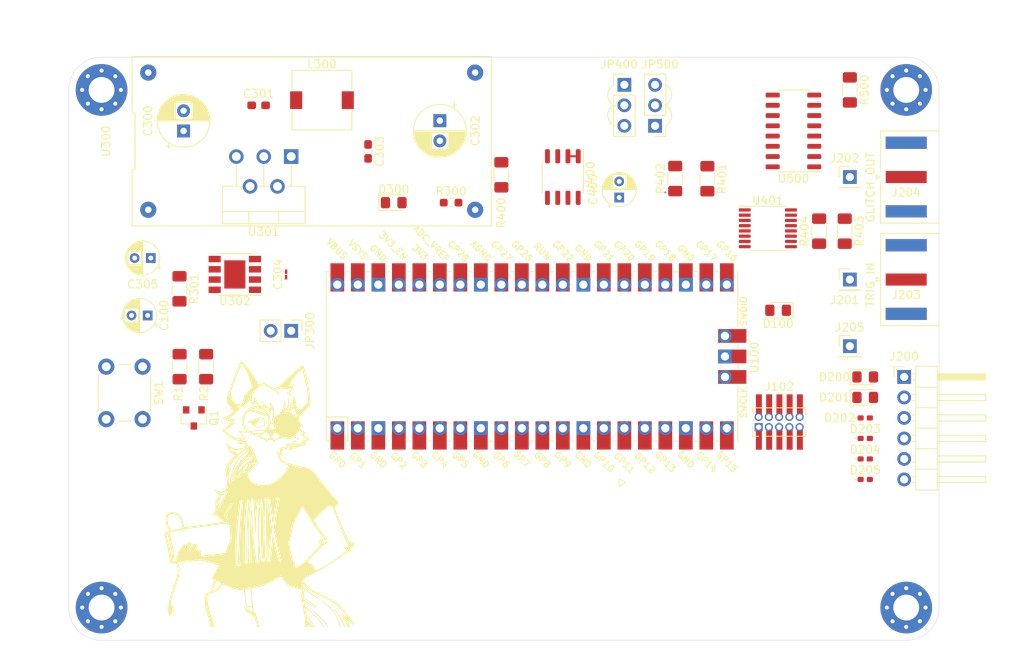
<source format=kicad_pcb>
(kicad_pcb (version 20171130) (host pcbnew 5.1.11)

  (general
    (thickness 1.6)
    (drawings 26)
    (tracks 2)
    (zones 0)
    (modules 52)
    (nets 55)
  )

  (page A4)
  (layers
    (0 F.Cu signal)
    (31 B.Cu signal)
    (32 B.Adhes user)
    (33 F.Adhes user)
    (34 B.Paste user)
    (35 F.Paste user)
    (36 B.SilkS user)
    (37 F.SilkS user)
    (38 B.Mask user)
    (39 F.Mask user)
    (40 Dwgs.User user)
    (41 Cmts.User user)
    (42 Eco1.User user)
    (43 Eco2.User user)
    (44 Edge.Cuts user)
    (45 Margin user)
    (46 B.CrtYd user)
    (47 F.CrtYd user)
    (48 B.Fab user)
    (49 F.Fab user)
  )

  (setup
    (last_trace_width 0.25)
    (trace_clearance 0.2)
    (zone_clearance 0.508)
    (zone_45_only no)
    (trace_min 0.2)
    (via_size 0.8)
    (via_drill 0.4)
    (via_min_size 0.4)
    (via_min_drill 0.3)
    (uvia_size 0.3)
    (uvia_drill 0.1)
    (uvias_allowed no)
    (uvia_min_size 0.2)
    (uvia_min_drill 0.1)
    (edge_width 0.05)
    (segment_width 0.2)
    (pcb_text_width 0.3)
    (pcb_text_size 1.5 1.5)
    (mod_edge_width 0.12)
    (mod_text_size 1 1)
    (mod_text_width 0.15)
    (pad_size 1 1)
    (pad_drill 0.65)
    (pad_to_mask_clearance 0)
    (aux_axis_origin 0 0)
    (visible_elements FFFFFF7F)
    (pcbplotparams
      (layerselection 0x010fc_ffffffff)
      (usegerberextensions false)
      (usegerberattributes true)
      (usegerberadvancedattributes true)
      (creategerberjobfile true)
      (excludeedgelayer true)
      (linewidth 0.100000)
      (plotframeref false)
      (viasonmask false)
      (mode 1)
      (useauxorigin false)
      (hpglpennumber 1)
      (hpglpenspeed 20)
      (hpglpendiameter 15.000000)
      (psnegative false)
      (psa4output false)
      (plotreference true)
      (plotvalue true)
      (plotinvisibletext false)
      (padsonsilk false)
      (subtractmaskfromsilk false)
      (outputformat 1)
      (mirror false)
      (drillshape 1)
      (scaleselection 1)
      (outputdirectory ""))
  )

  (net 0 "")
  (net 1 GND)
  (net 2 VBUS)
  (net 3 +3V3)
  (net 4 +3.3VADC)
  (net 5 EMERG)
  (net 6 "Net-(D100-Pad1)")
  (net 7 UART_RX)
  (net 8 UART_TX)
  (net 9 /controller/SWDIO)
  (net 10 /controller/SWCLK)
  (net 11 "Net-(J102-Pad6)")
  (net 12 "Net-(J102-Pad7)")
  (net 13 "Net-(J102-Pad8)")
  (net 14 GPIO_P0D)
  (net 15 GPIO_P0W)
  (net 16 GPIO_P1D)
  (net 17 GPIO_P1W)
  (net 18 TRIG_IN)
  (net 19 GLITCH_OUT)
  (net 20 P22PWM)
  (net 21 ADC0)
  (net 22 ADC1)
  (net 23 "Net-(U100-Pad34)")
  (net 24 "Net-(U100-Pad39)")
  (net 25 GPIO_S3W)
  (net 26 GPIO_S3D)
  (net 27 GPIO_S2W)
  (net 28 GPIO_S2D)
  (net 29 GPIO_S1W)
  (net 30 GPIO_S1D)
  (net 31 GPIO_S0W)
  (net 32 GPIO_S0D)
  (net 33 DPOT_DAT)
  (net 34 DPOT_CLK)
  (net 35 "Net-(U100-Pad7)")
  (net 36 MAX_SW_B)
  (net 37 MAX_SW_A)
  (net 38 MAX_EN)
  (net 39 DPOT_HI)
  (net 40 "Net-(C400-Pad1)")
  (net 41 "Net-(D300-Pad1)")
  (net 42 Vdcflt)
  (net 43 "Net-(JP400-Pad1)")
  (net 44 "Net-(R301-Pad1)")
  (net 45 Vdclo)
  (net 46 GLITCH_SIG)
  (net 47 DPOT_W)
  (net 48 "Net-(U302-Pad6)")
  (net 49 "Net-(U302-Pad3)")
  (net 50 /glitchout/Vglitch_lo)
  (net 51 /glitchout/Vglitch_hi)
  (net 52 DPOT_LO)
  (net 53 "Net-(JP500-Pad2)")
  (net 54 ~EMERG~)

  (net_class Default "This is the default net class."
    (clearance 0.2)
    (trace_width 0.25)
    (via_dia 0.8)
    (via_drill 0.4)
    (uvia_dia 0.3)
    (uvia_drill 0.1)
    (add_net +3.3VADC)
    (add_net +3V3)
    (add_net /controller/SWCLK)
    (add_net /controller/SWDIO)
    (add_net /glitchout/Vglitch_hi)
    (add_net /glitchout/Vglitch_lo)
    (add_net ADC0)
    (add_net ADC1)
    (add_net DPOT_CLK)
    (add_net DPOT_DAT)
    (add_net DPOT_HI)
    (add_net DPOT_LO)
    (add_net DPOT_W)
    (add_net EMERG)
    (add_net GLITCH_OUT)
    (add_net GLITCH_SIG)
    (add_net GND)
    (add_net GPIO_P0D)
    (add_net GPIO_P0W)
    (add_net GPIO_P1D)
    (add_net GPIO_P1W)
    (add_net GPIO_S0D)
    (add_net GPIO_S0W)
    (add_net GPIO_S1D)
    (add_net GPIO_S1W)
    (add_net GPIO_S2D)
    (add_net GPIO_S2W)
    (add_net GPIO_S3D)
    (add_net GPIO_S3W)
    (add_net MAX_EN)
    (add_net MAX_SW_A)
    (add_net MAX_SW_B)
    (add_net "Net-(C400-Pad1)")
    (add_net "Net-(D100-Pad1)")
    (add_net "Net-(D300-Pad1)")
    (add_net "Net-(J102-Pad6)")
    (add_net "Net-(J102-Pad7)")
    (add_net "Net-(J102-Pad8)")
    (add_net "Net-(JP400-Pad1)")
    (add_net "Net-(JP500-Pad2)")
    (add_net "Net-(R301-Pad1)")
    (add_net "Net-(U100-Pad34)")
    (add_net "Net-(U100-Pad39)")
    (add_net "Net-(U100-Pad7)")
    (add_net "Net-(U302-Pad3)")
    (add_net "Net-(U302-Pad6)")
    (add_net P22PWM)
    (add_net TRIG_IN)
    (add_net UART_RX)
    (add_net UART_TX)
    (add_net VBUS)
    (add_net Vdcflt)
    (add_net Vdclo)
    (add_net ~EMERG~)
  )

  (module graphics:xenia (layer F.Cu) (tedit 61BE216C) (tstamp 61CB4A93)
    (at 171.45 133.35)
    (fp_text reference REF** (at 0 0.5) (layer F.SilkS) hide
      (effects (font (size 1 1) (thickness 0.15)))
    )
    (fp_text value xenia (at 0 -0.5) (layer F.Fab)
      (effects (font (size 1 1) (thickness 0.15)))
    )
    (fp_poly (pts (xy -5.2832 -3.7084) (xy -5.3848 -3.4036) (xy -5.4356 -3.048) (xy -5.4102 -2.7432)
      (xy -5.2832 -2.794) (xy -5.3086 -2.5654) (xy -5.3086 -2.2098) (xy -5.2578 -1.7272)
      (xy -5.226329 -1.241976) (xy -5.2832 -0.8128) (xy -5.4102 -0.7366) (xy -5.3848 -0.9652)
      (xy -5.334 -1.6002) (xy -5.3848 -1.9812) (xy -5.461 -2.4638) (xy -5.5626 -3.048)
      (xy -5.461 -3.4798) (xy -5.3594 -3.7592)) (layer F.SilkS) (width 0.1))
    (fp_poly (pts (xy -6.5786 -0.4572) (xy -6.6802 -0.3556) (xy -6.858 -0.5842)) (layer F.SilkS) (width 0.1))
    (fp_poly (pts (xy -6.6294 1.9812) (xy -6.8072 2.2352) (xy -6.9088 2.3876) (xy -6.7818 2.413)
      (xy -6.8072 2.5146) (xy -7.0866 2.4892) (xy -7.2644 2.413) (xy -7.0358 2.286)
      (xy -6.7818 1.9304)) (layer F.SilkS) (width 0.1))
    (fp_poly (pts (xy -4.7244 -5.1816) (xy -4.5212 -5.1054) (xy -4.2164 -5.0038) (xy -4.0894 -4.9276)
      (xy -4.3942 -4.699) (xy -4.4704 -4.699) (xy -4.3434 -4.9022) (xy -4.699 -5.1054)
      (xy -4.953 -5.3594) (xy -4.9022 -5.3848)) (layer F.SilkS) (width 0.1))
    (fp_poly (pts (xy -4.9022 -5.4356) (xy -4.9784 -5.334) (xy -5.207 -5.7404)) (layer F.SilkS) (width 0.1))
    (fp_poly (pts (xy -5.2324 -6.0706) (xy -5.1816 -5.969) (xy -5.334 -5.9436) (xy -5.461 -6.2992)) (layer F.SilkS) (width 0.1))
    (fp_poly (pts (xy -2.9972 -6.0198) (xy -3.302 -5.7912) (xy -3.429 -5.8166) (xy -3.06859 -6.173224)) (layer F.SilkS) (width 0.1))
    (fp_poly (pts (xy 5.1816 16.2814) (xy 4.90149 16.307955) (xy 4.4958 15.8496) (xy 4.5466 15.5194)) (layer F.SilkS) (width 0.1))
    (fp_poly (pts (xy 4.5212 11.3538) (xy 4.8768 11.6586) (xy 5.1054 11.8364) (xy 5.588 12.065)
      (xy 6.0452 12.2682) (xy 6.5786 12.4968) (xy 7.2898 12.8778) (xy 8.3312 13.5636)
      (xy 8.8392 14.0716) (xy 9.2456 14.605) (xy 9.7028 15.1638) (xy 9.9822 15.5448)
      (xy 10.287 15.9258) (xy 10.153777 16.03534) (xy 9.8552 15.7226) (xy 9.43056 15.392464)
      (xy 9.5758 15.8242) (xy 9.731897 16.316587) (xy 9.500845 16.316587) (xy 9.4234 15.9766)
      (xy 9.1694 15.4432) (xy 8.8138 14.8082) (xy 9.7028 15.3416) (xy 8.9154 14.2748)
      (xy 7.9502 13.462) (xy 7.0866 12.8778) (xy 6.3246 12.5222) (xy 5.0038 11.9126)
      (xy 4.5974 11.6586) (xy 3.9116 10.8204) (xy 3.9878 10.7442)) (layer F.SilkS) (width 0.1))
    (fp_poly (pts (xy 2.4638 -3.81) (xy 3.2004 -3.5306) (xy 3.8354 -3.429) (xy 4.3434 -3.3528)
      (xy 4.7244 -3.2004) (xy 5.207 -2.921) (xy 5.4102 -2.667) (xy 6.7564 -0.889)
      (xy 8.382 0.9652) (xy 7.874 1.5748) (xy 7.747 1.651) (xy 7.4676 1.27)
      (xy 7.1882 1.3716) (xy 6.4008 2.0066) (xy 5.334 3.0734) (xy 5.1308 3.175)
      (xy 5.0292 3.1496) (xy 4.7498 2.667) (xy 3.905488 1.312175) (xy 3.0988 2.8702)
      (xy 2.768405 3.498452) (xy 2.4892 4.9784) (xy 2.230085 5.887995) (xy 2.3876 6.9342)
      (xy 2.7178 8.2804) (xy 2.9718 8.509) (xy 2.8194 8.763) (xy 2.998458 8.928026)
      (xy 3.3782 8.9916) (xy 1.242735 10.054437) (xy -0.8382 11.2014) (xy -1.56077 11.367217)
      (xy -3.0226 11.6078) (xy -3.6322 11.7348) (xy -4.2164 11.684) (xy -5.6642 11.1506)
      (xy -7.1882 10.3124) (xy -5.588 7.239) (xy -4.9276 5.4356) (xy -5.08 3.7084)
      (xy -5.0292 3.5052) (xy -5.461 2.3368) (xy -4.6736 1.0414) (xy -3.7846 0.6604)
      (xy -3.9624 2.159) (xy -4.1656 3.683) (xy -4.2672 5.1816) (xy -4.318 7.0358)
      (xy -4.324302 8.722316) (xy -3.623323 8.650245) (xy -3.6068 8.4582) (xy -3.9878 8.509)
      (xy -3.9624 7.366) (xy -3.81 4.3434) (xy -3.4798 0.6604) (xy -2.9972 0.6096)
      (xy -3.1242 2.0828) (xy -3.2004 3.3782) (xy -3.2512 5.0546) (xy -3.2766 7.7978)
      (xy -3.2766 8.6106) (xy -2.9464 8.5852) (xy -2.9464 7.874) (xy -2.921 5.8166)
      (xy -2.8956 4.0132) (xy -2.794 2.2098) (xy -2.6924 0.6096) (xy -2.4892 0.5842)
      (xy -2.5908 1.651) (xy -2.7178 2.8448) (xy -2.794 4.3434) (xy -2.794 5.5626)
      (xy -2.7686 6.604) (xy -2.7178 8.509) (xy -2.4638 8.509) (xy -2.4638 7.8486)
      (xy -2.4892 6.5786) (xy -2.4892 4.4958) (xy -2.3622 2.4384) (xy -2.2352 4.8768)
      (xy -1.9812 7.1374) (xy -1.778 8.4836) (xy -1.472081 8.437583) (xy -1.4732 5.8166)
      (xy -1.3208 7.9756) (xy -1.2192 8.1534) (xy -1.0414 8.3312) (xy -0.8636 8.3566)
      (xy -0.674431 8.269593) (xy -0.5334 8.0264) (xy -0.4318 7.62) (xy -0.4572 7.0104)
      (xy -0.508 5.7404) (xy -0.5334 4.1148) (xy -0.508 2.413) (xy -0.4826 0.635)
      (xy -0.4064 0.4826) (xy -0.0762 2.921) (xy 0.135437 4.370829) (xy 0.0254 5.0546)
      (xy -0.2286 6.9596) (xy -0.381 8.4074) (xy -0.1016 8.4074) (xy 0.0508 7.0358)
      (xy 0.2794 5.2832) (xy 0.5842 6.5786) (xy 1.0922 8.3058) (xy 1.3462 8.3058)
      (xy 0.9652 6.8326) (xy 0.7366 5.8674) (xy 0.4318 4.3688) (xy 0.5842 2.9972)
      (xy 1.081438 0.212021) (xy 0.8382 0.2286) (xy 0.2794 3.3274) (xy -0.1524 0.381)
      (xy -0.7112 0.4064) (xy -0.7874 1.7526) (xy -0.8382 4.0386) (xy -0.8382 4.8514)
      (xy -0.7874 6.1976) (xy -0.7366 7.3152) (xy -0.762 7.6708) (xy -0.8636 7.9756)
      (xy -0.9398 7.9502) (xy -1.0414 7.747) (xy -1.0922 6.5786) (xy -1.1684 4.7498)
      (xy -1.143 2.7686) (xy -1.0414 0.4572) (xy -1.6002 0.4826) (xy -1.8034 2.0828)
      (xy -1.9304 3.6576) (xy -2.0828 0.5334) (xy -2.667 0.5588) (xy -3.763999 0.614406)
      (xy -4.65096 0.989557) (xy -4.7752 0.889) (xy -5.6134 2.3114) (xy -5.588 2.7686)
      (xy -5.3594 3.2004) (xy -5.1054 3.5052) (xy -5.1308 3.6576) (xy -6.0452 3.1242)
      (xy -6.731 2.4384) (xy -5.5372 -0.0762) (xy -4.9276 -1.7018) (xy -3.7846 -2.2606)
      (xy -2.9972 -2.8194) (xy -2.794 -2.159) (xy -2.54 -1.6764) (xy -2.1336 -1.4478)
      (xy -1.651 -1.2192) (xy -1.1684 -1.143) (xy -0.508 -1.143) (xy 0.127 -1.3716)
      (xy 0.8382 -1.778) (xy 1.4732 -2.286) (xy 1.9812 -2.9464) (xy 2.2352 -3.6576)
      (xy 2.159 -3.8354)) (layer F.SilkS) (width 0.1))
    (fp_poly (pts (xy -6.731 10.6172) (xy -7.112 11.43) (xy -7.2898 12.0142) (xy -6.8834 11.8364)
      (xy -6.5278 11.5316) (xy -6.0198 10.9474) (xy -5.9182 11.049) (xy -6.2484 11.4046)
      (xy -6.7056 11.938) (xy -7.2136 12.065) (xy -7.6962 12.2936) (xy -7.8994 12.3698)
      (xy -7.8994 12.8524) (xy -7.8232 13.4112) (xy -7.7978 13.7668) (xy -7.5438 14.732)
      (xy -7.239 15.6972) (xy -7.002722 16.306531) (xy -7.404278 16.31157) (xy -7.747 14.986)
      (xy -8.0518 13.8938) (xy -8.1534 12.3444) (xy -7.464571 12.082774) (xy -6.8834 10.5156)) (layer F.SilkS) (width 0.1))
    (fp_poly (pts (xy 4.141983 11.615802) (xy 4.027392 12.553106) (xy 4.2926 14.4272) (xy 4.572 15.7734)
      (xy 4.53935 16.318734) (xy 4.3434 16.3068) (xy 4.2418 16.3322) (xy 4.2672 16.2052)
      (xy 4.318 15.8242) (xy 4.318 15.4178) (xy 4.0894 13.9954) (xy 3.9116 12.954)
      (xy 3.836266 12.411558) (xy 3.937 11.9888) (xy 3.9624 11.684) (xy 3.6322 11.6586)
      (xy 3.683 11.5062)) (layer F.SilkS) (width 0.1))
    (fp_poly (pts (xy -1.955062 14.629087) (xy -1.4732 16.3322) (xy -1.6256 16.3322) (xy -1.9812 15.0622)
      (xy -3.1242 14.3002) (xy -3.175 14.0208)) (layer F.SilkS) (width 0.1))
    (fp_poly (pts (xy 8.3058 2.7432) (xy 9.017 4.445) (xy 9.525 5.588) (xy 9.7282 5.9182)
      (xy 9.9568 5.9436) (xy 10.16 5.9182) (xy 10.2616 5.9944) (xy 10.0584 6.1722)
      (xy 10.3632 6.096) (xy 10.1092 6.4262) (xy 9.6774 6.7056) (xy 9.906 6.8834)
      (xy 8.5344 7.7724) (xy 8.6614 7.5946) (xy 9.545575 6.870816) (xy 9.0678 6.5024)
      (xy 9.378188 6.54221) (xy 9.9314 6.2738) (xy 9.6012 6.2484) (xy 9.844885 6.14565)
      (xy 9.906 6.0706) (xy 9.7028 6.0452) (xy 9.5504 5.9944) (xy 9.2964 5.588)
      (xy 8.9916 4.826) (xy 8.5852 3.683) (xy 8.0772 2.4892) (xy 7.734896 1.654948)
      (xy 7.845447 1.604775)) (layer F.SilkS) (width 0.1))
    (fp_poly (pts (xy 4.5466 8.382) (xy 4.7244 8.4074) (xy 4.6482 8.4836) (xy 4.8514 8.509)
      (xy 4.786411 8.608406) (xy 5.077543 8.647949) (xy 4.922346 8.701524) (xy 5.1308 8.763)
      (xy 5.0038 8.89) (xy 5.4102 9.017) (xy 5.2578 9.144) (xy 5.5372 9.3218)
      (xy 5.4356 9.3726) (xy 5.5626 9.4488) (xy 4.0386 10.16) (xy 3.7084 10.9728)
      (xy 3.6576 11.6586) (xy 2.3114 11.2268) (xy 2.032 11.049) (xy 1.2446 10.033)
      (xy 2.3114 9.271) (xy 3.2766 9.1694) (xy 4.4704 8.2296)) (layer F.SilkS) (width 0.1))
    (fp_poly (pts (xy 5.9182 9.4234) (xy 4.191 10.2362) (xy 3.81 11.0744) (xy 3.937 11.5316)
      (xy 3.5052 11.43) (xy 3.937 10.3886) (xy 3.81 10.2108) (xy 5.715 9.398)) (layer F.SilkS) (width 0.1))
    (fp_poly (pts (xy 5.969 4.2672) (xy 6.9596 5.4864) (xy 6.4516 5.6388) (xy 6.1976 5.7912)
      (xy 6.2738 5.9182) (xy 6.5786 5.9944) (xy 6.8326 5.9436) (xy 6.5786 6.1468)
      (xy 6.2484 6.4262) (xy 5.6388 7.0358) (xy 4.445 8.3058) (xy 3.7338 8.89)
      (xy 3.2766 9.1694) (xy 2.3622 9.2456) (xy 1.404353 9.98817) (xy 1.27 10.0584)
      (xy 1.2192 9.9822) (xy 2.2606 9.1948) (xy 3.2004 9.0424) (xy 3.9116 8.636)
      (xy 4.445 8.1534) (xy 5.4356 7.0358) (xy 6.3246 6.0706) (xy 6.096 5.9436)
      (xy 5.969 5.8166) (xy 6.223 5.6642) (xy 6.477 5.4864) (xy 6.6802 5.4356)
      (xy 6.2992 4.953) (xy 5.8166 4.318) (xy 5.1054 3.175) (xy 5.2832 3.0988)) (layer F.SilkS) (width 0.1))
    (fp_poly (pts (xy 4.191 -15.3924) (xy 4.445 -14.4272) (xy 4.6228 -13.589) (xy 4.7498 -12.6492)
      (xy 4.8768 -11.3284) (xy 4.699 -11.6078) (xy 4.572 -13.0556) (xy 4.3688 -13.8684)
      (xy 4.1148 -14.9606) (xy 3.937 -15.748) (xy 3.3528 -15.1892) (xy 2.7686 -14.4272)
      (xy 2.4638 -13.97) (xy 2.159 -13.3096) (xy 2.2098 -13.1572) (xy 2.0066 -13.1318)
      (xy 1.2446 -13.2334) (xy 0.7874 -13.1318) (xy 0.6096 -13.0302) (xy 0.6096 -12.8524)
      (xy 0.4572 -12.954) (xy -0.6096 -13.5636) (xy -0.8128 -13.6144) (xy -1.0922 -13.589)
      (xy -1.4986 -13.4112) (xy -1.446846 -13.591697) (xy -0.809837 -13.824748) (xy 0.503041 -13.110056)
      (xy 0.7366 -13.2588) (xy 0.961383 -13.300331) (xy 2.3114 -14.605) (xy 3.2766 -15.4686)
      (xy 3.9878 -16.0528)) (layer F.SilkS) (width 0.1))
    (fp_poly (pts (xy -1.778 -11.5316) (xy -1.524 -11.2014) (xy -1.1176 -11.0236) (xy -0.5334 -10.9728)
      (xy -0.7112 -10.8712) (xy -1.224852 -10.937895) (xy -1.4986 -11.0998) (xy -1.8542 -11.43)
      (xy -1.8796 -11.7856)) (layer F.SilkS) (width 0.1))
    (fp_poly (pts (xy -2.7686 -15.5956) (xy -1.778 -14.097) (xy -1.446846 -13.591697) (xy -1.4986 -13.4112)
      (xy -2.3114 -12.573) (xy -2.4384 -11.811) (xy -2.54 -11.938) (xy -3.44406 -10.882981)
      (xy -3.8608 -11.049) (xy -4.3434 -11.0744) (xy -4.318 -11.2014) (xy -3.7084 -11.2014)
      (xy -3.5306 -11.1252) (xy -3.2258 -12.2936) (xy -2.231462 -13.327246) (xy -2.413 -13.9446)
      (xy -2.7686 -14.9098) (xy -2.921 -15.3416) (xy -3.2512 -15.875) (xy -3.583184 -16.318123)
      (xy -3.8862 -15.6972) (xy -4.1402 -15.113) (xy -5.014523 -12.725189) (xy -4.953 -12.1412)
      (xy -4.7752 -11.7856) (xy -4.4958 -11.43) (xy -4.3434 -11.2268) (xy -4.381087 -11.064115)
      (xy -4.1148 -10.8204) (xy -3.80114 -10.701911) (xy -4.191 -10.3886) (xy -4.6482 -9.8806)
      (xy -5.0038 -9.6266) (xy -5.422287 -9.431401) (xy -5.0546 -9.3218) (xy -4.450395 -9.343173)
      (xy -5.015118 -8.576139) (xy -4.826 -8.6868) (xy -5.2324 -8.3312) (xy -5.745713 -7.91145)
      (xy -5.0038 -7.366) (xy -4.4704 -7.0358) (xy -3.9878 -6.9342) (xy -3.495785 -6.948273)
      (xy -3.692013 -6.537745) (xy -3.1242 -6.6548) (xy -2.8956 -6.1468) (xy -2.7432 -5.6896)
      (xy -2.5654 -6.0706) (xy -2.2352 -5.4356) (xy -1.778 -4.3434) (xy -1.651 -3.9116)
      (xy -2.921 -2.667) (xy -2.922258 -2.660056) (xy -2.922257 -2.659503) (xy -3.0226 -2.8448)
      (xy -1.858607 -3.896465) (xy -2.2098 -4.9784) (xy -2.57719 -5.718179) (xy -2.790809 -5.240427)
      (xy -2.9464 -5.969) (xy -3.148187 -6.432892) (xy -3.963863 -6.339774) (xy -3.758068 -6.759273)
      (xy -4.0894 -6.7564) (xy -4.5212 -6.858) (xy -4.9276 -7.112) (xy -5.4356 -7.4676)
      (xy -5.975978 -7.97506) (xy -5.6642 -8.1534) (xy -5.1816 -8.6614) (xy -4.841767 -9.171415)
      (xy -5.2324 -9.2456) (xy -5.5118 -9.2964) (xy -5.859453 -9.482149) (xy -5.207 -9.779)
      (xy -4.531033 -10.321147) (xy -5.123352 -11.052296) (xy -5.385571 -11.463119) (xy -5.362185 -12.084608)
      (xy -4.572 -14.3764) (xy -4.064 -15.5702) (xy -3.6322 -16.5862)) (layer F.SilkS) (width 0.1))
    (fp_poly (pts (xy 2.5146 -12.3444) (xy 2.1082 -12.5222) (xy 2.2352 -12.6238)) (layer F.SilkS) (width 0.1))
    (fp_poly (pts (xy 2.6924 -13.4366) (xy 2.4892 -13.3858) (xy 2.7432 -13.6398)) (layer F.SilkS) (width 0.1))
    (fp_poly (pts (xy -1.8542 -11.7602) (xy -1.9812 -11.811) (xy -1.905 -11.9888)) (layer F.SilkS) (width 0.1))
    (fp_poly (pts (xy -2.0828 -11.176) (xy -2.1082 -11.0998) (xy -2.3368 -11.303) (xy -2.286 -11.3792)) (layer F.SilkS) (width 0.1))
    (fp_poly (pts (xy -0.762 -11.2522) (xy -0.3048 -10.8458) (xy -0.3302 -10.7696) (xy -0.508 -10.8966)
      (xy -0.5334 -10.8204) (xy -0.9652 -10.8712) (xy -0.9398 -10.9728) (xy -0.7366 -10.9728)
      (xy -0.9144 -11.303)) (layer F.SilkS) (width 0.1))
    (fp_poly (pts (xy 0.1524 -11.0236) (xy 0 -10.9982) (xy 0.0254 -11.2268)) (layer F.SilkS) (width 0.1))
    (fp_poly (pts (xy 0.381 -9.398) (xy 0.254 -9.398) (xy 0.3556 -9.6266)) (layer F.SilkS) (width 0.1))
    (fp_poly (pts (xy 1.7272 -10.795) (xy 1.6002 -10.8204) (xy 1.7272 -11.176)) (layer F.SilkS) (width 0.1))
    (fp_poly (pts (xy 3.048 -11.6078) (xy 3.0988 -11.3792) (xy 2.9464 -11.43) (xy 2.9718 -11.2522)
      (xy 3.2258 -10.8204) (xy 3.3528 -10.4394) (xy 4.0132 -10.7696) (xy 4.445 -11.2268)
      (xy 4.6736 -11.5824) (xy 4.867028 -11.229431) (xy 4.1656 -10.3378) (xy 3.411324 -9.619827)
      (xy 3.5052 -9.1694) (xy 3.2512 -9.4234) (xy 3.2766 -9.6774) (xy 3.2004 -10.1346)
      (xy 3.0226 -10.4648) (xy 2.8194 -10.7696) (xy 2.5146 -10.5664) (xy 2.413 -10.5156)
      (xy 2.1844 -10.1092) (xy 2.1082 -10.16) (xy 2.159 -10.3632) (xy 2.2606 -10.414)
      (xy 2.3622 -10.668) (xy 2.54 -10.6934) (xy 2.7686 -10.922) (xy 2.8194 -11.176)
      (xy 2.794 -11.684)) (layer F.SilkS) (width 0.1))
    (fp_poly (pts (xy 3.9116 -8.6106) (xy 3.7592 -8.4836) (xy 3.5814 -8.509) (xy 3.5306 -8.9662)) (layer F.SilkS) (width 0.1))
    (fp_poly (pts (xy 4.3434 -7.6454) (xy 4.267905 -7.539488) (xy 3.97269 -7.426811) (xy 4.1402 -7.2898)
      (xy 4.3688 -7.1628) (xy 4.57281 -7.050114) (xy 4.710705 -6.917978) (xy 4.383594 -6.634497)
      (xy 4.1148 -6.5024) (xy 4.2926 -6.223) (xy 3.6576 -6.096) (xy 3.2512 -6.0706)
      (xy 3.259489 -5.988543) (xy 3.3782 -5.9182) (xy 3.2512 -5.7912) (xy 2.5654 -5.8166)
      (xy 2.5908 -5.588) (xy 2.286 -5.6642) (xy 1.813796 -5.730063) (xy 1.3462 -5.6134)
      (xy 1.397 -4.9784) (xy 1.016 -5.0038) (xy 1.1684 -4.5974) (xy 1.397 -4.2418)
      (xy 1.8288 -3.9878) (xy 2.159 -3.9116) (xy 2.2098 -3.7084) (xy 1.8288 -3.81)
      (xy 1.306855 -4.134596) (xy 1.0414 -4.5466) (xy 0.774721 -5.194995) (xy 0.832973 -5.261113)
      (xy 0.9652 -5.1816) (xy 1.252472 -5.167995) (xy 1.184462 -5.706719) (xy 1.850618 -5.867082)
      (xy 2.159 -5.8166) (xy 2.4384 -5.7404) (xy 2.371165 -5.944893) (xy 2.254661 -6.053744)
      (xy 2.278047 -6.178114) (xy 2.54 -6.0198) (xy 2.794 -5.969) (xy 3.078204 -5.960583)
      (xy 2.697568 -6.216934) (xy 3.0734 -6.1976) (xy 3.302 -6.223) (xy 3.956065 -6.349596)
      (xy 3.7592 -6.604) (xy 3.81 -6.6802) (xy 4.1148 -6.6802) (xy 4.3434 -6.7564)
      (xy 4.562098 -6.916851) (xy 3.7592 -7.4422) (xy 3.74706 -7.542316) (xy 3.9116 -7.5184)
      (xy 4.064 -7.5946) (xy 4.1148 -7.6962)) (layer F.SilkS) (width 0.1))
    (fp_poly (pts (xy -11.9888 2.2352) (xy -11.5824 2.3368) (xy -11.2776 2.6416) (xy -10.9474 3.2766)
      (xy -10.795 3.9878) (xy -10.668 4.318) (xy -10.8458 4.3942) (xy -10.8712 4.2418)
      (xy -10.9728 3.5306) (xy -11.194957 2.970378) (xy -11.557 2.5146) (xy -12.0142 2.3114)
      (xy -12.4206 2.3114) (xy -12.7254 2.4384) (xy -12.827 2.794) (xy -12.827 3.3528)
      (xy -12.7762 3.683) (xy -12.573 4.0894) (xy -12.3698 4.4704) (xy -12.503345 4.528492)
      (xy -12.5984 4.2418) (xy -12.827 3.8608) (xy -12.9286 3.3782) (xy -12.954 2.9718)
      (xy -12.9286 2.6416) (xy -12.827 2.3876) (xy -12.4968 2.2098)) (layer F.SilkS) (width 0.1))
    (fp_poly (pts (xy -5.461 3.5052) (xy -8.0772 3.8608) (xy -10.7188 4.2164) (xy -10.7188 4.064)
      (xy -8.9408 3.8608) (xy -6.7056 3.5306) (xy -5.702244 3.328948)) (layer F.SilkS) (width 0.1))
    (fp_poly (pts (xy -12.319 4.5974) (xy -12.942489 4.799852) (xy -12.9032 5.207) (xy -12.7508 5.8928)
      (xy -12.563128 6.394895) (xy -12.446 7.112) (xy -12.251756 8.313426) (xy -12.091032 8.313426)
      (xy -12.2174 7.2898) (xy -12.3444 6.4262) (xy -12.573 5.5372) (xy -12.7508 4.8006)
      (xy -12.5984 4.7498) (xy -12.0904 6.7818) (xy -12.0904 7.1374) (xy -11.962622 8.269056)
      (xy -11.303 8.0772) (xy -11.2776 8.255) (xy -12.123177 8.513863) (xy -12.3698 8.4582)
      (xy -12.573 7.5184) (xy -12.7254 6.4008) (xy -12.9794 5.5372) (xy -13.11599 4.844838)
      (xy -13.0556 4.699) (xy -12.5222 4.5212) (xy -12.319 4.4958)) (layer F.SilkS) (width 0.1))
    (fp_poly (pts (xy -11.4046 8.7376) (xy -11.3538 9.3218) (xy -11.43 10.0076) (xy -11.557 10.6172)
      (xy -11.9126 11.557) (xy -12.1666 12.2428) (xy -12.319 12.7508) (xy -12.4206 13.1064)
      (xy -12.4206 13.716) (xy -12.2428 13.7668) (xy -12.1412 13.8938) (xy -12.0904 14.1986)
      (xy -12.110825 14.518557) (xy -12.2428 14.5542) (xy -12.2428 14.859) (xy -12.555538 14.874192)
      (xy -12.573 14.5796) (xy -12.7 14.5796) (xy -12.7 13.843) (xy -12.573 13.7922)
      (xy -12.5222 13.1826) (xy -12.319 12.2936) (xy -11.9126 11.2014) (xy -11.5824 10.287)
      (xy -11.4554 9.6012) (xy -11.4808 9.0678) (xy -11.715753 8.379501) (xy -11.57125 8.343678)) (layer F.SilkS) (width 0.1))
    (fp_poly (pts (xy -9.8806 6.0198) (xy -10.16 6.6802) (xy -10.3124 7.1882) (xy -10.4902 7.5946)
      (xy -10.541 7.7216) (xy -10.4527 7.740938) (xy -10.3632 7.62) (xy -10.2108 7.239)
      (xy -9.779 6.5278) (xy -9.525 6.1722) (xy -9.2964 6.1214) (xy -9.144 6.2738)
      (xy -9.1694 6.4262) (xy -9.7536 7.5184) (xy -9.8806 7.7978) (xy -9.814039 7.80032)
      (xy -9.7028 7.7216) (xy -9.5504 7.366) (xy -9.2964 6.9088) (xy -9.144 6.8326)
      (xy -8.9154 6.858) (xy -8.6868 7.0358) (xy -8.6868 7.3406) (xy -8.7376 7.493)
      (xy -8.8392 7.5692) (xy -8.9408 7.5438) (xy -8.9408 7.4422) (xy -8.8646 7.3406)
      (xy -8.8138 7.2644) (xy -8.9408 7.2136) (xy -9.07156 7.624543) (xy -8.8392 7.6454)
      (xy -7.5184 7.493) (xy -5.6642 7.2644) (xy -6.409403 8.655135) (xy -6.4008 8.6614)
      (xy -8.3312 8.128) (xy -8.5852 8.1026) (xy -9.1694 8.128) (xy -9.3726 8.1026)
      (xy -9.652 8.2042) (xy -9.8806 8.1534) (xy -10.1346 8.255) (xy -10.541 8.1534)
      (xy -10.795 8.3312) (xy -11.632648 7.971418) (xy -11.43 7.1882) (xy -11.1506 6.7056)
      (xy -10.7442 6.223) (xy -10.567828 6.379289) (xy -11.140377 7.725272) (xy -11.107637 7.813075)
      (xy -11.0236 7.7724) (xy -10.922 7.3406) (xy -10.6426 6.5786) (xy -10.2362 5.9436)
      (xy -10.033 5.9436)) (layer F.SilkS) (width 0.1))
    (fp_poly (pts (xy -1.3208 -10.8204) (xy -0.9906 -10.7442) (xy -0.664278 -10.473951) (xy -0.4064 -10.1854)
      (xy -0.127 -9.6774) (xy -0.2794 -9.652) (xy -0.6858 -10.3378) (xy -1.0922 -10.6172)
      (xy -1.5494 -10.7696) (xy -1.9304 -10.7696) (xy -2.5146 -10.5918) (xy -2.8448 -10.3378)
      (xy -3.0734 -10.0838) (xy -3.2766 -9.7028) (xy -3.3782 -9.271) (xy -3.399459 -8.871748)
      (xy -3.302 -8.5344) (xy -3.0734 -8.2296) (xy -2.8194 -8.001) (xy -2.5654 -7.7978)
      (xy -2.032 -7.5946) (xy -1.3462 -7.5438) (xy -0.9144 -7.6708) (xy -0.6604 -8.0518)
      (xy -0.4318 -8.3058) (xy -0.254 -8.636) (xy -0.2032 -9.017) (xy -0.271007 -9.616511)
      (xy -0.136007 -9.641874) (xy -0.136007 -9.641597) (xy -0.0762 -9.3218) (xy -0.084558 -8.938386)
      (xy 0.028262 -8.996212) (xy 0.195604 -9.009818) (xy 0.3302 -8.9662) (xy 0.459312 -8.854622)
      (xy 0.4826 -9.017) (xy 0.521422 -9.266275) (xy 0.684192 -9.560587) (xy 1.0414 -9.8806)
      (xy 1.4224 -10.1092) (xy 1.7272 -10.16) (xy 2.159 -10.1854) (xy 2.4892 -10.0838)
      (xy 2.8956 -9.8806) (xy 3.2512 -9.525) (xy 3.4798 -9.1186) (xy 3.5814 -8.509)
      (xy 3.530613 -8.09403) (xy 3.2004 -7.5438) (xy 2.921 -7.239) (xy 2.3622 -6.985)
      (xy 1.6002 -7.0612) (xy 0.978307 -7.395325) (xy 0.6096 -7.8232) (xy 0.4318 -8.6868)
      (xy 0.146027 -8.894909) (xy -0.1016 -8.7884) (xy -0.3302 -8.2296) (xy -0.6858 -7.7978)
      (xy -1.0414 -7.493) (xy -1.305333 -7.397652) (xy -1.524 -7.3914) (xy -2.0574 -7.4676)
      (xy -2.4638 -7.5946) (xy -2.843512 -7.784805) (xy -3.175 -8.1026) (xy -3.429 -8.4582)
      (xy -3.5306 -8.8646) (xy -3.556 -9.3218) (xy -3.429 -9.7282) (xy -3.048 -10.3124)
      (xy -2.7432 -10.6172) (xy -2.3876 -10.8204) (xy -1.9812 -10.922) (xy -1.6256 -10.922)) (layer F.SilkS) (width 0.1))
    (fp_poly (pts (xy 0.1524 -8.1534) (xy 0.5842 -8.0264) (xy 0.635 -7.8232) (xy 0.3556 -7.5692)
      (xy 0.0254 -7.366) (xy -0.3048 -7.5692) (xy -0.508 -7.8232) (xy -0.5517 -7.920549)
      (xy -0.3302 -8.1788)) (layer F.SilkS) (width 0.1))
    (fp_poly (pts (xy -1.2192 -7.1374) (xy -1.470699 -7.127281) (xy -1.397 -7.239) (xy -1.2192 -7.239)) (layer F.SilkS) (width 0.1))
    (fp_poly (pts (xy -0.3556 -6.858) (xy -0.4318 -6.858) (xy -0.4318 -6.9088) (xy -0.3556 -6.9088)) (layer F.SilkS) (width 0.1))
    (fp_poly (pts (xy 0.1016 -6.9088) (xy -0.127 -6.9088) (xy -0.0508 -7.0104)) (layer F.SilkS) (width 0.1))
    (fp_poly (pts (xy 0.5842 -6.858) (xy 0.5842 -6.7818) (xy 0.4064 -6.7818) (xy 0.4572 -6.8834)) (layer F.SilkS) (width 0.1))
    (fp_poly (pts (xy -1.83146 -10.408476) (xy -1.016 -10.1346) (xy -0.614608 -10.023849) (xy -0.5842 -9.9314)
      (xy -0.4572 -9.9314) (xy -0.578892 -9.823156) (xy -0.5842 -9.8044) (xy -1.0414 -9.906)
      (xy -1.6002 -10.1346) (xy -2.064806 -10.323103) (xy -2.4638 -10.3886) (xy -2.286 -10.4394)) (layer F.SilkS) (width 0.1))
    (fp_poly (pts (xy -0.8636 -9.4234) (xy -0.7112 -9.0932) (xy -0.7366 -9.0424) (xy -0.9144 -9.3472)
      (xy -1.2192 -9.398) (xy -1.6002 -9.3472) (xy -1.6256 -9.0932) (xy -1.7526 -8.8646)
      (xy -2.058896 -8.588853) (xy -2.4384 -8.9154) (xy -2.7178 -9.017) (xy -2.68655 -9.085993)
      (xy -2.5146 -9.0932) (xy -1.7272 -9.4234) (xy -1.397 -9.4996) (xy -1.1176 -9.4996)) (layer F.SilkS) (width 0.1))
    (fp_curve (pts (xy 3.219893 -15.026392) (xy 3.443258 -15.281419) (xy 3.688277 -15.515857) (xy 3.933296 -15.750294)) (layer F.SilkS) (width 0.1))
    (fp_curve (pts (xy 2.475105 -13.951311) (xy 2.680889 -14.335956) (xy 2.932462 -14.69822) (xy 3.219893 -15.026392)) (layer F.SilkS) (width 0.1))
    (fp_curve (pts (xy 2.148022 -13.267379) (xy 2.251921 -13.497863) (xy 2.35582 -13.728347) (xy 2.475105 -13.951311)) (layer F.SilkS) (width 0.1))
    (fp_curve (pts (xy 3.351836 -7.743471) (xy 3.420881 -7.855388) (xy 3.476194 -7.975081) (xy 3.531508 -8.094774)) (layer F.SilkS) (width 0.1))
    (fp_curve (pts (xy 0.265039 -7.490029) (xy 0.332414 -7.535883) (xy 0.398369 -7.584332) (xy 0.45792 -7.639481)) (layer F.SilkS) (width 0.1))
    (fp_curve (pts (xy -10.825689 6.810585) (xy -10.895236 6.955829) (xy -10.945437 7.110564) (xy -10.994754 7.264893)) (layer F.SilkS) (width 0.1))
    (fp_curve (pts (xy -12.671586 2.420622) (xy -12.639625 2.396705) (xy -12.60466 2.376335) (xy -12.567801 2.361291)) (layer F.SilkS) (width 0.1))
    (fp_curve (pts (xy -5.265182 11.311831) (xy -5.047805 11.402239) (xy -4.826912 11.484206) (xy -4.601977 11.555394)) (layer F.SilkS) (width 0.1))
    (fp_curve (pts (xy -5.920744 11.018719) (xy -5.703434 11.11933) (xy -5.486125 11.219941) (xy -5.265182 11.311831)) (layer F.SilkS) (width 0.1))
    (fp_curve (pts (xy -1.679618 -10.373452) (xy -1.729472 -10.388165) (xy -1.780151 -10.400365) (xy -1.83146 -10.408476)) (layer F.SilkS) (width 0.1))
    (fp_curve (pts (xy -1.530695 -10.323358) (xy -1.579921 -10.341226) (xy -1.62935 -10.358617) (xy -1.679618 -10.373452)) (layer F.SilkS) (width 0.1))
    (fp_curve (pts (xy 2.946123 -9.813711) (xy 2.882315 -9.867514) (xy 2.817836 -9.920618) (xy 2.748635 -9.967532)) (layer F.SilkS) (width 0.1))
    (fp_curve (pts (xy 4.165415 11.158985) (xy 4.25107 11.26066) (xy 4.33916 11.360409) (xy 4.431934 11.455509)) (layer F.SilkS) (width 0.1))
    (fp_curve (pts (xy 4.567974 11.399435) (xy 4.457903 11.2916) (xy 4.354116 11.177133) (xy 4.255793 11.058382)) (layer F.SilkS) (width 0.1))
    (fp_curve (pts (xy 6.701072 5.426508) (xy 6.481047 5.16534) (xy 6.261022 4.904172) (xy 6.046679 4.637512)) (layer F.SilkS) (width 0.1))
    (fp_line (start 5.720887 6.712134) (end 6.335254 6.087093) (layer F.SilkS) (width 0.1))
    (fp_curve (pts (xy -9.392648 8.106929) (xy -9.412983 8.11805) (xy -9.433319 8.129172) (xy -9.454213 8.139244)) (layer F.SilkS) (width 0.1))
    (fp_line (start 3.26967 -5.791504) (end 3.374481 -5.900354) (layer F.SilkS) (width 0.1))
    (fp_curve (pts (xy 3.259489 -5.988543) (xy 3.24788 -6.007484) (xy 3.245169 -6.031624) (xy 3.242457 -6.055764)) (layer F.SilkS) (width 0.1))
    (fp_curve (pts (xy 3.625847 -8.900678) (xy 3.563232 -9.007389) (xy 3.528763 -9.131677) (xy 3.497656 -9.254668)) (layer F.SilkS) (width 0.1))
    (fp_curve (pts (xy 3.905701 -8.587109) (xy 3.800724 -8.68433) (xy 3.695747 -8.781551) (xy 3.625847 -8.900678)) (layer F.SilkS) (width 0.1))
    (fp_curve (pts (xy -12.92782 2.675229) (xy -12.93397 2.739143) (xy -12.940368 2.802749) (xy -12.946323 2.866516)) (layer F.SilkS) (width 0.1))
    (fp_curve (pts (xy 1.082617 -9.911831) (xy 1.045523 -9.882039) (xy 1.009492 -9.850994) (xy 0.973308 -9.82013)) (layer F.SilkS) (width 0.1))
    (fp_curve (pts (xy -0.186709 -9.797749) (xy -0.206637 -9.846057) (xy -0.231926 -9.892219) (xy -0.258019 -9.937741)) (layer F.SilkS) (width 0.1))
    (fp_curve (pts (xy -3.400189 -5.090185) (xy -3.497414 -5.006119) (xy -3.595575 -4.923547) (xy -3.693735 -4.840976)) (layer F.SilkS) (width 0.1))
    (fp_curve (pts (xy -5.018526 -7.386455) (xy -5.267319 -7.561016) (xy -5.506516 -7.736233) (xy -5.745713 -7.91145)) (layer F.SilkS) (width 0.1))
    (fp_curve (pts (xy 0.567013 -8.025403) (xy 0.470761 -8.063719) (xy 0.374509 -8.102035) (xy 0.27495 -8.13056)) (layer F.SilkS) (width 0.1))
    (fp_line (start 0.636957 -7.835127) (end 0.567013 -8.025403) (layer F.SilkS) (width 0.1))
    (fp_line (start 2.94212 8.502787) (end 2.707113 8.306559) (layer F.SilkS) (width 0.1))
    (fp_line (start 2.798403 8.735837) (end 2.94212 8.502787) (layer F.SilkS) (width 0.1))
    (fp_line (start 2.998458 8.928026) (end 2.798403 8.735837) (layer F.SilkS) (width 0.1))
    (fp_curve (pts (xy -12.552074 14.75522) (xy -12.554838 14.794867) (xy -12.555188 14.834529) (xy -12.555538 14.874192)) (layer F.SilkS) (width 0.1))
    (fp_curve (pts (xy -10.817688 3.812775) (xy -10.835348 3.711692) (xy -10.8562 3.611082) (xy -10.883098 3.512063)) (layer F.SilkS) (width 0.1))
    (fp_curve (pts (xy -3.371419 -9.806073) (xy -3.414003 -9.727564) (xy -3.451429 -9.646149) (xy -3.48141 -9.561835)) (layer F.SilkS) (width 0.1))
    (fp_curve (pts (xy 3.048219 -6.195989) (xy 2.990922 -6.196064) (xy 2.93363 -6.200443) (xy 2.876385 -6.204572)) (layer F.SilkS) (width 0.1))
    (fp_curve (pts (xy -5.963493 -0.054745) (xy -5.997791 -0.04348) (xy -6.033061 -0.035944) (xy -6.068331 -0.028407)) (layer F.SilkS) (width 0.1))
    (fp_curve (pts (xy -5.782259 -0.164257) (xy -5.809752 -0.14108) (xy -5.837246 -0.117903) (xy -5.867594 -0.098942)) (layer F.SilkS) (width 0.1))
    (fp_curve (pts (xy -6.301514 0.2524) (xy -6.230048 0.192368) (xy -6.156907 0.134386) (xy -6.083766 0.076404)) (layer F.SilkS) (width 0.1))
    (fp_line (start 4.773995 8.430886) (end 4.588609 8.485737) (layer F.SilkS) (width 0.1))
    (fp_curve (pts (xy 4.685971 8.407579) (xy 4.715576 8.414384) (xy 4.744786 8.422635) (xy 4.773995 8.430886)) (layer F.SilkS) (width 0.1))
    (fp_curve (pts (xy 2.457764 -13.328527) (xy 2.520035 -13.367689) (xy 2.579112 -13.411768) (xy 2.638189 -13.455847)) (layer F.SilkS) (width 0.1))
    (fp_curve (pts (xy -5.416408 -3.236288) (xy -5.402759 -3.329014) (xy -5.380024 -3.420208) (xy -5.34977 -3.508792)) (layer F.SilkS) (width 0.1))
    (fp_curve (pts (xy -5.396329 -2.716395) (xy -5.410378 -2.801657) (xy -5.424428 -2.886919) (xy -5.429187 -2.972954)) (layer F.SilkS) (width 0.1))
    (fp_line (start -4.017458 -4.642983) (end -4.118655 -4.734613) (layer F.SilkS) (width 0.1))
    (fp_curve (pts (xy -0.21593 -1.251977) (xy -0.380284 -1.201447) (xy -0.548694 -1.163766) (xy -0.719524 -1.1434)) (layer F.SilkS) (width 0.1))
    (fp_curve (pts (xy 0.25611 -1.43735) (xy 0.103724 -1.363913) (xy -0.054138 -1.301719) (xy -0.21593 -1.251977)) (layer F.SilkS) (width 0.1))
    (fp_curve (pts (xy -1.647156 -7.959689) (xy -1.754667 -7.94248) (xy -1.862179 -7.92527) (xy -1.969795 -7.908728)) (layer F.SilkS) (width 0.1))
    (fp_curve (pts (xy -0.984753 -8.008098) (xy -1.094376 -8.009669) (xy -1.204166 -8.006673) (xy -1.313422 -7.998019)) (layer F.SilkS) (width 0.1))
    (fp_curve (pts (xy -0.660572 -7.994555) (xy -0.768578 -8.000552) (xy -0.876584 -8.006548) (xy -0.984753 -8.008098)) (layer F.SilkS) (width 0.1))
    (fp_curve (pts (xy -0.909163 -9.334775) (xy -0.887908 -9.296954) (xy -0.866653 -9.259132) (xy -0.849597 -9.219504)) (layer F.SilkS) (width 0.1))
    (fp_line (start -2.058896 -8.588768) (end -1.816151 -8.800516) (layer F.SilkS) (width 0.1))
    (fp_curve (pts (xy -7.737088 3.69917) (xy -7.397091 3.657556) (xy -7.057326 3.613619) (xy -6.719009 3.560606)) (layer F.SilkS) (width 0.1))
    (fp_curve (pts (xy -8.758616 3.825621) (xy -8.418545 3.780217) (xy -8.0777 3.74086) (xy -7.737088 3.69917)) (layer F.SilkS) (width 0.1))
    (fp_line (start 0.426188 -8.688901) (end 0.566716 -8.025531) (layer F.SilkS) (width 0.1))
    (fp_curve (pts (xy 1.220679 -7.011953) (xy 1.252978 -7.012012) (xy 1.285189 -7.009928) (xy 1.3174 -7.007843)) (layer F.SilkS) (width 0.1))
    (fp_curve (pts (xy -10.676253 6.250328) (xy -10.656063 6.267068) (xy -10.637576 6.285981) (xy -10.620836 6.30621)) (layer F.SilkS) (width 0.1))
    (fp_curve (pts (xy 0.323034 -6.596465) (xy 0.353339 -6.61376) (xy 0.383643 -6.631055) (xy 0.413003 -6.65037)) (layer F.SilkS) (width 0.1))
    (fp_curve (pts (xy 2.100548 -6.143272) (xy 2.075355 -6.165199) (xy 2.047556 -6.184207) (xy 2.019152 -6.202028)) (layer F.SilkS) (width 0.1))
    (fp_curve (pts (xy 0.895638 -12.642896) (xy 0.850847 -12.708013) (xy 0.799272 -12.768603) (xy 0.745122 -12.826466)) (layer F.SilkS) (width 0.1))
    (fp_curve (pts (xy 1.010684 -12.449853) (xy 0.974362 -12.515553) (xy 0.93804 -12.581253) (xy 0.895638 -12.642896)) (layer F.SilkS) (width 0.1))
    (fp_line (start 0.146027 -8.894909) (end 0.426188 -8.688901) (layer F.SilkS) (width 0.1))
    (fp_curve (pts (xy 1.132641 -7.005575) (xy 1.161704 -7.010064) (xy 1.191228 -7.0119) (xy 1.220679 -7.011953)) (layer F.SilkS) (width 0.1))
    (fp_curve (pts (xy -10.983767 3.510557) (xy -10.960153 3.614197) (xy -10.94221 3.719137) (xy -10.924586 3.824061)) (layer F.SilkS) (width 0.1))
    (fp_line (start -6.887005 10.525852) (end -6.746477 10.596222) (layer F.SilkS) (width 0.1))
    (fp_curve (pts (xy -5.507776 -8.126229) (xy -5.42954 -8.191906) (xy -5.347889 -8.25357) (xy -5.265294 -8.313815)) (layer F.SilkS) (width 0.1))
    (fp_curve (pts (xy -11.488242 8.571318) (xy -11.514566 8.494826) (xy -11.542908 8.419252) (xy -11.57125 8.343678)) (layer F.SilkS) (width 0.1))
    (fp_curve (pts (xy -2.738786 -5.688011) (xy -2.769271 -5.79985) (xy -2.799757 -5.91169) (xy -2.840485 -6.019718)) (layer F.SilkS) (width 0.1))
    (fp_line (start -2.548723 -6.087781) (end -2.738786 -5.688011) (layer F.SilkS) (width 0.1))
    (fp_curve (pts (xy 2.240525 -10.162485) (xy 2.182266 -10.175408) (xy 2.122858 -10.184525) (xy 2.063353 -10.186343)) (layer F.SilkS) (width 0.1))
    (fp_curve (pts (xy 2.050201 -14.34423) (xy 1.685839 -13.997598) (xy 1.323611 -13.648965) (xy 0.961383 -13.300331)) (layer F.SilkS) (width 0.1))
    (fp_line (start 2.575111 -5.582519) (end 2.566607 -5.800008) (layer F.SilkS) (width 0.1))
    (fp_curve (pts (xy 2.360092 -5.651102) (xy 2.432618 -5.631075) (xy 2.503864 -5.606797) (xy 2.575111 -5.582519)) (layer F.SilkS) (width 0.1))
    (fp_curve (pts (xy -6.4965 0.425854) (xy -6.433287 0.366094) (xy -6.368128 0.308356) (xy -6.301514 0.2524)) (layer F.SilkS) (width 0.1))
    (fp_curve (pts (xy -12.244166 14.849105) (xy -12.242278 14.810273) (xy -12.240388 14.771442) (xy -12.240497 14.732244)) (layer F.SilkS) (width 0.1))
    (fp_curve (pts (xy -11.333182 2.607623) (xy -11.369614 2.563324) (xy -11.407902 2.520572) (xy -11.449014 2.480528)) (layer F.SilkS) (width 0.1))
    (fp_curve (pts (xy 3.345504 -10.41637) (xy 3.308218 -10.556521) (xy 3.270931 -10.696672) (xy 3.204915 -10.823748)) (layer F.SilkS) (width 0.1))
    (fp_line (start 4.867007 -11.229325) (end 4.695227 -11.592231) (layer F.SilkS) (width 0.1))
    (fp_curve (pts (xy -11.715704 2.40993) (xy -11.670532 2.434291) (xy -11.627564 2.463067) (xy -11.587577 2.495233)) (layer F.SilkS) (width 0.1))
    (fp_curve (pts (xy 2.203361 11.018145) (xy 2.414274 11.113231) (xy 2.625186 11.208317) (xy 2.842408 11.286526)) (layer F.SilkS) (width 0.1))
    (fp_line (start 1.219052 9.973394) (end 1.334493 9.873048) (layer F.SilkS) (width 0.1))
    (fp_line (start -12.765862 4.730652) (end -12.281945 6.716322) (layer F.SilkS) (width 0.1))
    (fp_curve (pts (xy -12.101024 6.736498) (xy -12.170071 6.512979) (xy -12.239119 6.289459) (xy -12.297413 6.06315)) (layer F.SilkS) (width 0.1))
    (fp_line (start -11.346087 8.129166) (end -11.962622 8.269056) (layer F.SilkS) (width 0.1))
    (fp_line (start -8.941025 7.197645) (end -9.07156 7.624543) (layer F.SilkS) (width 0.1))
    (fp_line (start -8.901056 7.197645) (end -8.941025 7.197645) (layer F.SilkS) (width 0.1))
    (fp_curve (pts (xy -5.368308 -9.698608) (xy -5.525309 -9.613568) (xy -5.692381 -9.547858) (xy -5.859453 -9.482149)) (layer F.SilkS) (width 0.1))
    (fp_curve (pts (xy 2.554976 9.196166) (xy 2.516328 9.19568) (xy 2.477625 9.195441) (xy 2.439142 9.19813)) (layer F.SilkS) (width 0.1))
    (fp_curve (pts (xy 2.670291 9.197495) (xy 2.631863 9.197378) (xy 2.593447 9.19665) (xy 2.554976 9.196166)) (layer F.SilkS) (width 0.1))
    (fp_curve (pts (xy 8.834303 15.547142) (xy 8.957037 15.797101) (xy 9.048137 16.061861) (xy 9.139236 16.326622)) (layer F.SilkS) (width 0.1))
    (fp_curve (pts (xy -3.275579 5.576738) (xy -3.26577 4.713349) (xy -3.235511 3.849933) (xy -3.180215 2.98833)) (layer F.SilkS) (width 0.1))
    (fp_curve (pts (xy -3.253891 8.612296) (xy -3.270483 7.600456) (xy -3.287075 6.588617) (xy -3.275579 5.576738)) (layer F.SilkS) (width 0.1))
    (fp_curve (pts (xy -11.326756 2.770581) (xy -11.278332 2.833963) (xy -11.234916 2.901256) (xy -11.194957 2.970378)) (layer F.SilkS) (width 0.1))
    (fp_line (start -8.886174 7.308196) (end -8.901056 7.197645) (layer F.SilkS) (width 0.1))
    (fp_line (start -8.810915 7.21274) (end -8.886174 7.308196) (layer F.SilkS) (width 0.1))
    (fp_curve (pts (xy -4.93405 -9.989444) (xy -5.07209 -9.882558) (xy -5.215424 -9.781418) (xy -5.368308 -9.698608)) (layer F.SilkS) (width 0.1))
    (fp_curve (pts (xy -4.531033 -10.321147) (xy -4.663612 -10.208669) (xy -4.796191 -10.096191) (xy -4.93405 -9.989444)) (layer F.SilkS) (width 0.1))
    (fp_curve (pts (xy -4.833377 -10.67848) (xy -4.7338 -10.558233) (xy -4.632416 -10.43969) (xy -4.531033 -10.321147)) (layer F.SilkS) (width 0.1))
    (fp_curve (pts (xy -10.4527 7.740938) (xy -10.440077 7.734502) (xy -10.430759 7.722608) (xy -10.421574 7.711166)) (layer F.SilkS) (width 0.1))
    (fp_curve (pts (xy -10.994754 7.264893) (xy -11.04388 7.418622) (xy -11.092128 7.571947) (xy -11.140377 7.725272)) (layer F.SilkS) (width 0.1))
    (fp_curve (pts (xy -11.568486 10.602303) (xy -11.495471 10.321416) (xy -11.422456 10.04053) (xy -11.385622 9.753007)) (layer F.SilkS) (width 0.1))
    (fp_curve (pts (xy -8.125505 12.844487) (xy -8.131803 12.680896) (xy -8.139705 12.51743) (xy -8.147607 12.353965)) (layer F.SilkS) (width 0.1))
    (fp_curve (pts (xy -2.536991 -8.976161) (xy -2.51101 -8.965766) (xy -2.487203 -8.949816) (xy -2.464789 -8.932539)) (layer F.SilkS) (width 0.1))
    (fp_curve (pts (xy -2.62758 -8.995216) (xy -2.596632 -8.992284) (xy -2.565502 -8.987568) (xy -2.536991 -8.976161)) (layer F.SilkS) (width 0.1))
    (fp_line (start 0.503041 -13.110056) (end -0.809837 -13.824748) (layer F.SilkS) (width 0.1))
    (fp_curve (pts (xy -6.956775 11.075016) (xy -7.02376 11.232918) (xy -7.087831 11.392151) (xy -7.144906 11.553808)) (layer F.SilkS) (width 0.1))
    (fp_line (start 0.321759 -6.836064) (end 0.360027 -6.835298) (layer F.SilkS) (width 0.1))
    (fp_line (start 0.832973 -5.261113) (end 0.774721 -5.194995) (layer F.SilkS) (width 0.1))
    (fp_curve (pts (xy -9.814039 7.80032) (xy -9.805176 7.79851) (xy -9.797543 7.797229) (xy -9.789322 7.795335)) (layer F.SilkS) (width 0.1))
    (fp_line (start 5.416744 9.020209) (end 5.234122 9.134162) (layer F.SilkS) (width 0.1))
    (fp_curve (pts (xy 5.260433 8.985792) (xy 5.312614 8.997339) (xy 5.364679 9.008774) (xy 5.416744 9.020209)) (layer F.SilkS) (width 0.1))
    (fp_curve (pts (xy -2.99873 -8.118882) (xy -3.05472 -8.174536) (xy -3.106346 -8.234825) (xy -3.151893 -8.299294)) (layer F.SilkS) (width 0.1))
    (fp_curve (pts (xy -2.82688 -7.969133) (xy -2.886826 -8.015973) (xy -2.944802 -8.065278) (xy -2.99873 -8.118882)) (layer F.SilkS) (width 0.1))
    (fp_curve (pts (xy -4.148632 -3.057658) (xy -4.154608 -3.100991) (xy -4.160585 -3.144323) (xy -4.154207 -3.185853)) (layer F.SilkS) (width 0.1))
    (fp_curve (pts (xy -3.868898 -3.668806) (xy -3.857634 -3.69576) (xy -3.845853 -3.722426) (xy -3.834072 -3.749092)) (layer F.SilkS) (width 0.1))
    (fp_line (start -1.472081 8.437583) (end -1.785579 8.469473) (layer F.SilkS) (width 0.1))
    (fp_curve (pts (xy -2.255895 4.147767) (xy -2.297347 3.40153) (xy -2.333542 2.655415) (xy -2.369736 1.9093)) (layer F.SilkS) (width 0.1))
    (fp_curve (pts (xy -5.388107 -11.67029) (xy -5.388632 -11.601228) (xy -5.387102 -11.532174) (xy -5.385571 -11.463119)) (layer F.SilkS) (width 0.1))
    (fp_curve (pts (xy -5.380343 -11.87748) (xy -5.384996 -11.808523) (xy -5.387581 -11.739402) (xy -5.388107 -11.67029)) (layer F.SilkS) (width 0.1))
    (fp_curve (pts (xy -5.362185 -12.084608) (xy -5.368931 -12.015621) (xy -5.375677 -11.946633) (xy -5.380343 -11.87748)) (layer F.SilkS) (width 0.1))
    (fp_line (start 5.423717 9.377374) (end 5.570623 9.455611) (layer F.SilkS) (width 0.1))
    (fp_line (start 5.58019 9.318272) (end 5.423717 9.377374) (layer F.SilkS) (width 0.1))
    (fp_curve (pts (xy 5.449385 9.249138) (xy 5.492987 9.272183) (xy 5.536588 9.295227) (xy 5.58019 9.318272)) (layer F.SilkS) (width 0.1))
    (fp_curve (pts (xy -7.910171 12.744085) (xy -7.908169 12.883533) (xy -7.893523 13.022811) (xy -7.878777 13.161838)) (layer F.SilkS) (width 0.1))
    (fp_line (start -0.023819 -7.012265) (end -0.050733 -7.071495) (layer F.SilkS) (width 0.1))
    (fp_curve (pts (xy 2.623604 -6.423091) (xy 2.714687 -6.478072) (xy 2.799227 -6.542535) (xy 2.884504 -6.606214)) (layer F.SilkS) (width 0.1))
    (fp_curve (pts (xy 3.557334 -8.714201) (xy 3.544915 -8.778629) (xy 3.529126 -8.842412) (xy 3.513618 -8.906225)) (layer F.SilkS) (width 0.1))
    (fp_curve (pts (xy 0.45792 -7.639481) (xy 0.522643 -7.69942) (xy 0.5798 -7.767274) (xy 0.636957 -7.835127)) (layer F.SilkS) (width 0.1))
    (fp_curve (pts (xy 1.364392 -10.088075) (xy 1.307544 -10.062604) (xy 1.252911 -10.032611) (xy 1.20094 -9.998571)) (layer F.SilkS) (width 0.1))
    (fp_curve (pts (xy -0.351188 -9.879961) (xy -0.310182 -9.799066) (xy -0.290594 -9.707926) (xy -0.271007 -9.616787)) (layer F.SilkS) (width 0.1))
    (fp_curve (pts (xy 1.618048 -10.39457) (xy 1.596308 -10.328159) (xy 1.573954 -10.262266) (xy 1.551599 -10.196373)) (layer F.SilkS) (width 0.1))
    (fp_curve (pts (xy -4.546275 -2.213186) (xy -4.560866 -2.103551) (xy -4.558312 -1.991845) (xy -4.555758 -1.880139)) (layer F.SilkS) (width 0.1))
    (fp_curve (pts (xy -4.470537 -2.527822) (xy -4.501756 -2.424211) (xy -4.532103 -2.319676) (xy -4.546275 -2.213186)) (layer F.SilkS) (width 0.1))
    (fp_curve (pts (xy -1.543921 5.838088) (xy -1.528864 6.70498) (xy -1.500473 7.571281) (xy -1.472081 8.437583)) (layer F.SilkS) (width 0.1))
    (fp_curve (pts (xy -1.522359 2.958924) (xy -1.560917 3.917731) (xy -1.560592 4.878271) (xy -1.543921 5.838088)) (layer F.SilkS) (width 0.1))
    (fp_curve (pts (xy -0.073645 5.714111) (xy -0.009904 5.265485) (xy 0.062766 4.818157) (xy 0.135437 4.370829)) (layer F.SilkS) (width 0.1))
    (fp_curve (pts (xy -0.241909 7.057394) (xy -0.19174 6.608907) (xy -0.13712 6.160865) (xy -0.073645 5.714111)) (layer F.SilkS) (width 0.1))
    (fp_curve (pts (xy 7.6506 13.270409) (xy 7.784742 13.356603) (xy 7.91795 13.444529) (xy 8.04517 13.540325)) (layer F.SilkS) (width 0.1))
    (fp_curve (pts (xy -12.928977 3.436122) (xy -12.918612 3.502206) (xy -12.90652 3.568031) (xy -12.891016 3.633095)) (layer F.SilkS) (width 0.1))
    (fp_curve (pts (xy 1.306855 -4.134596) (xy 1.417283 -4.072336) (xy 1.52771 -4.010075) (xy 1.638324 -3.947397)) (layer F.SilkS) (width 0.1))
    (fp_curve (pts (xy 2.876385 -6.204572) (xy 2.816745 -6.208874) (xy 2.757157 -6.212904) (xy 2.697568 -6.216934)) (layer F.SilkS) (width 0.1))
    (fp_curve (pts (xy -5.385571 -11.463119) (xy -5.301091 -11.324154) (xy -5.216612 -11.185189) (xy -5.123352 -11.052296)) (layer F.SilkS) (width 0.1))
    (fp_curve (pts (xy -12.846071 2.406026) (xy -12.868986 2.431189) (xy -12.88492 2.462954) (xy -12.896253 2.495637)) (layer F.SilkS) (width 0.1))
    (fp_curve (pts (xy -9.985191 5.942492) (xy -9.939573 5.962185) (xy -9.902115 5.997405) (xy -9.864659 6.032626)) (layer F.SilkS) (width 0.1))
    (fp_curve (pts (xy 9.603275 5.783333) (xy 9.396779 5.319955) (xy 9.190283 4.856577) (xy 8.990091 4.390479)) (layer F.SilkS) (width 0.1))
    (fp_line (start 0.365554 -6.704763) (end 0.359176 -6.835298) (layer F.SilkS) (width 0.1))
    (fp_curve (pts (xy 1.489726 -5.836063) (xy 1.595979 -5.874199) (xy 1.705585 -5.903196) (xy 1.812937 -5.938552)) (layer F.SilkS) (width 0.1))
    (fp_curve (pts (xy -7.838808 3.820986) (xy -7.99041 3.841771) (xy -8.142013 3.862556) (xy -8.293815 3.881789)) (layer F.SilkS) (width 0.1))
    (fp_line (start -10.724534 4.222797) (end -10.772326 4.101105) (layer F.SilkS) (width 0.1))
    (fp_line (start -9.297786 4.012324) (end -10.724534 4.222797) (layer F.SilkS) (width 0.1))
    (fp_curve (pts (xy -11.395665 8.091209) (xy -11.47518 8.052208) (xy -11.553914 8.011813) (xy -11.632648 7.971418)) (layer F.SilkS) (width 0.1))
    (fp_curve (pts (xy -1.530122 -7.396597) (xy -1.455345 -7.390912) (xy -1.380214 -7.388975) (xy -1.305333 -7.397652)) (layer F.SilkS) (width 0.1))
    (fp_curve (pts (xy 3.28931 -7.029782) (xy 3.229123 -7.047954) (xy 3.165851 -7.057986) (xy 3.107993 -7.080326)) (layer F.SilkS) (width 0.1))
    (fp_curve (pts (xy -3.299629 -4.543866) (xy -3.452182 -4.402154) (xy -3.619783 -4.277592) (xy -3.787385 -4.153029)) (layer F.SilkS) (width 0.1))
    (fp_curve (pts (xy -2.905993 -4.985681) (xy -3.024266 -4.827564) (xy -3.155203 -4.678029) (xy -3.299629 -4.543866)) (layer F.SilkS) (width 0.1))
    (fp_curve (pts (xy 5.48299 16.306531) (xy 5.345762 16.132158) (xy 5.208535 15.957785) (xy 5.067863 15.786193)) (layer F.SilkS) (width 0.1))
    (fp_curve (pts (xy 3.469555 -6.955927) (xy 3.410575 -6.983451) (xy 3.351594 -7.010976) (xy 3.28931 -7.029782)) (layer F.SilkS) (width 0.1))
    (fp_line (start 2.697568 -6.216934) (end 3.078204 -5.960583) (layer F.SilkS) (width 0.1))
    (fp_curve (pts (xy -3.159516 14.102876) (xy -3.172477 14.074185) (xy -3.183972 14.04526) (xy -3.195469 14.016336)) (layer F.SilkS) (width 0.1))
    (fp_curve (pts (xy 2.261456 -13.223025) (xy 2.328822 -13.254488) (xy 2.394919 -13.289004) (xy 2.457764 -13.328527)) (layer F.SilkS) (width 0.1))
    (fp_curve (pts (xy 2.053607 -13.133463) (xy 2.123326 -13.162268) (xy 2.193044 -13.191072) (xy 2.261456 -13.223025)) (layer F.SilkS) (width 0.1))
    (fp_curve (pts (xy 4.730306 15.387763) (xy 4.634039 15.277909) (xy 4.536192 15.169455) (xy 4.438345 15.061002)) (layer F.SilkS) (width 0.1))
    (fp_curve (pts (xy -4.033021 -5.560196) (xy -3.89663 -5.565483) (xy -3.761492 -5.597191) (xy -3.631233 -5.641847)) (layer F.SilkS) (width 0.1))
    (fp_line (start 3.952132 10.372397) (end 3.479802 11.455544) (layer F.SilkS) (width 0.1))
    (fp_line (start 9.062594 6.501448) (end 9.545575 6.870816) (layer F.SilkS) (width 0.1))
    (fp_curve (pts (xy -3.176188 12.40184) (xy -3.153329 12.652072) (xy -3.134249 12.902896) (xy -3.097806 13.151119)) (layer F.SilkS) (width 0.1))
    (fp_curve (pts (xy 9.757856 6.068018) (xy 9.81944 6.072352) (xy 9.879597 6.064968) (xy 9.939754 6.057585)) (layer F.SilkS) (width 0.1))
    (fp_curve (pts (xy -12.567801 2.361291) (xy -12.525125 2.343873) (xy -12.479911 2.333594) (xy -12.434697 2.323315)) (layer F.SilkS) (width 0.1))
    (fp_curve (pts (xy -2.629872 -3.383933) (xy -2.688546 -3.332312) (xy -2.747221 -3.280691) (xy -2.802559 -3.224823)) (layer F.SilkS) (width 0.1))
    (fp_curve (pts (xy -3.886056 -2.761818) (xy -3.832838 -2.873813) (xy -3.7674 -2.979331) (xy -3.701963 -3.084849)) (layer F.SilkS) (width 0.1))
    (fp_curve (pts (xy 4.119957 -7.61715) (xy 4.093568 -7.603491) (xy 4.067178 -7.589831) (xy 4.040256 -7.576756)) (layer F.SilkS) (width 0.1))
    (fp_curve (pts (xy 3.727348 -7.936402) (xy 3.794999 -7.88261) (xy 3.862961 -7.829201) (xy 3.93004 -7.774707)) (layer F.SilkS) (width 0.1))
    (fp_line (start 1.33462 9.873792) (end 2.269012 9.169708) (layer F.SilkS) (width 0.1))
    (fp_curve (pts (xy 2.746784 -13.679352) (xy 2.680304 -13.62385) (xy 2.613823 -13.568349) (xy 2.547177 -13.512251)) (layer F.SilkS) (width 0.1))
    (fp_curve (pts (xy 2.681319 -13.229711) (xy 2.724554 -13.37432) (xy 2.735669 -13.526836) (xy 2.746784 -13.679352)) (layer F.SilkS) (width 0.1))
    (fp_curve (pts (xy 2.50785 -12.876085) (xy 2.582226 -12.984943) (xy 2.643841 -13.104357) (xy 2.681319 -13.229711)) (layer F.SilkS) (width 0.1))
    (fp_curve (pts (xy -4.435092 -5.609852) (xy -4.303784 -5.575546) (xy -4.167791 -5.554973) (xy -4.033021 -5.560196)) (layer F.SilkS) (width 0.1))
    (fp_curve (pts (xy -5.264348 -5.975827) (xy -5.134863 -5.905779) (xy -5.00538 -5.835731) (xy -4.872142 -5.773186)) (layer F.SilkS) (width 0.1))
    (fp_line (start -4.244621 -5.197036) (end -4.324345 -5.268894) (layer F.SilkS) (width 0.1))
    (fp_curve (pts (xy 8.426368 14.882096) (xy 8.578008 15.094016) (xy 8.719899 15.314149) (xy 8.834303 15.547142)) (layer F.SilkS) (width 0.1))
    (fp_curve (pts (xy 2.842408 11.286526) (xy 3.05371 11.362605) (xy 3.270982 11.422714) (xy 3.489712 11.47515)) (layer F.SilkS) (width 0.1))
    (fp_curve (pts (xy -2.122995 -4.640496) (xy -2.191802 -4.516228) (xy -2.26061 -4.391961) (xy -2.337372 -4.272811)) (layer F.SilkS) (width 0.1))
    (fp_curve (pts (xy -2.399167 -4.032591) (xy -2.288688 -4.209092) (xy -2.190481 -4.393202) (xy -2.092274 -4.577311)) (layer F.SilkS) (width 0.1))
    (fp_curve (pts (xy -10.226246 5.942271) (xy -10.186514 5.933181) (xy -10.146782 5.924091) (xy -10.105714 5.922421)) (layer F.SilkS) (width 0.1))
    (fp_curve (pts (xy -12.194178 11.988352) (xy -12.295063 12.261317) (xy -12.389175 12.537313) (xy -12.455617 12.820449)) (layer F.SilkS) (width 0.1))
    (fp_curve (pts (xy -5.103388 5.985) (xy -5.177123 6.208452) (xy -5.260072 6.428865) (xy -5.34379 6.648897)) (layer F.SilkS) (width 0.1))
    (fp_curve (pts (xy -4.93516 5.43397) (xy -4.989191 5.618321) (xy -5.043223 5.802672) (xy -5.103388 5.985)) (layer F.SilkS) (width 0.1))
    (fp_curve (pts (xy 1.20094 -9.998571) (xy 1.160024 -9.971772) (xy 1.120759 -9.942465) (xy 1.082617 -9.911831)) (layer F.SilkS) (width 0.1))
    (fp_curve (pts (xy -1.717067 -11.448482) (xy -1.798308 -11.59274) (xy -1.834931 -11.755835) (xy -1.871555 -11.918931)) (layer F.SilkS) (width 0.1))
    (fp_curve (pts (xy -1.344 -11.086689) (xy -1.497395 -11.166427) (xy -1.631804 -11.29708) (xy -1.717067 -11.448482)) (layer F.SilkS) (width 0.1))
    (fp_curve (pts (xy -1.340271 7.573136) (xy -1.41196 6.793503) (xy -1.461639 6.01054) (xy -1.476786 5.227174)) (layer F.SilkS) (width 0.1))
    (fp_curve (pts (xy -1.317704 7.794323) (xy -1.326508 7.720634) (xy -1.333488 7.6469) (xy -1.340271 7.573136)) (layer F.SilkS) (width 0.1))
    (fp_curve (pts (xy -3.148187 -6.432892) (xy -3.101073 -6.315595) (xy -3.053959 -6.198298) (xy -3.008384 -6.080128)) (layer F.SilkS) (width 0.1))
    (fp_line (start -3.963863 -6.339774) (end -3.148187 -6.432892) (layer F.SilkS) (width 0.1))
    (fp_line (start -1.613502 16.326622) (end -1.975132 15.030877) (layer F.SilkS) (width 0.1))
    (fp_line (start -1.482966 16.326622) (end -1.613502 16.326622) (layer F.SilkS) (width 0.1))
    (fp_line (start -12.671829 14.588332) (end -12.551286 14.590458) (layer F.SilkS) (width 0.1))
    (fp_curve (pts (xy 4.110539 -3.395281) (xy 3.972366 -3.420562) (xy 3.832987 -3.436848) (xy 3.694038 -3.456191)) (layer F.SilkS) (width 0.1))
    (fp_curve (pts (xy 4.48788 -3.296661) (xy 4.365554 -3.34071) (xy 4.238564 -3.371857) (xy 4.110539 -3.395281)) (layer F.SilkS) (width 0.1))
    (fp_curve (pts (xy -1.922987 -4.670637) (xy -2.017567 -4.912938) (xy -2.118644 -5.152761) (xy -2.224831 -5.390228)) (layer F.SilkS) (width 0.1))
    (fp_curve (pts (xy -1.647369 -3.924825) (xy -1.736993 -4.174287) (xy -1.826617 -4.423748) (xy -1.922987 -4.670637)) (layer F.SilkS) (width 0.1))
    (fp_curve (pts (xy -0.072744 3.045356) (xy -0.13954 2.604461) (xy -0.202761 2.162978) (xy -0.257573 1.720478)) (layer F.SilkS) (width 0.1))
    (fp_curve (pts (xy 0.135437 4.370829) (xy 0.064845 3.929201) (xy -0.005748 3.487574) (xy -0.072744 3.045356)) (layer F.SilkS) (width 0.1))
    (fp_line (start -0.097144 8.381542) (end -0.383216 8.400676) (layer F.SilkS) (width 0.1))
    (fp_line (start 4.90149 16.307955) (end 5.210438 16.322837) (layer F.SilkS) (width 0.1))
    (fp_curve (pts (xy 4.73813 11.748059) (xy 4.915211 11.839276) (xy 5.092293 11.930492) (xy 5.268761 12.022966)) (layer F.SilkS) (width 0.1))
    (fp_curve (pts (xy 8.789979 14.029963) (xy 8.640461 13.879838) (xy 8.490942 13.729713) (xy 8.329623 13.593561)) (layer F.SilkS) (width 0.1))
    (fp_curve (pts (xy -4.111029 -15.191943) (xy -3.949611 -15.573523) (xy -3.766398 -15.945823) (xy -3.583184 -16.318123)) (layer F.SilkS) (width 0.1))
    (fp_curve (pts (xy -12.297413 6.06315) (xy -12.356757 5.832768) (xy -12.404956 5.599494) (xy -12.455535 5.366851)) (layer F.SilkS) (width 0.1))
    (fp_line (start 1.596288 -7.079446) (end 2.337853 -6.991643) (layer F.SilkS) (width 0.1))
    (fp_curve (pts (xy 0.743125 -6.920354) (xy 0.70119 -6.903006) (xy 0.659401 -6.88548) (xy 0.617611 -6.867953)) (layer F.SilkS) (width 0.1))
    (fp_line (start -10.857408 4.242058) (end -10.859577 4.243461) (layer F.SilkS) (width 0.1))
    (fp_curve (pts (xy -11.560344 4.402234) (xy -11.3251 4.352075) (xy -11.091254 4.297066) (xy -10.857408 4.242058)) (layer F.SilkS) (width 0.1))
    (fp_line (start -10.908538 4.337111) (end -10.835617 4.409819) (layer F.SilkS) (width 0.1))
    (fp_line (start -10.851137 4.309473) (end -10.908538 4.337111) (layer F.SilkS) (width 0.1))
    (fp_line (start -10.85964 4.243567) (end -10.851137 4.309473) (layer F.SilkS) (width 0.1))
    (fp_curve (pts (xy -3.125122 14.190229) (xy -3.132079 14.160129) (xy -3.146532 14.13162) (xy -3.159516 14.102876)) (layer F.SilkS) (width 0.1))
    (fp_curve (pts (xy 9.920998 15.790679) (xy 9.999983 15.871116) (xy 10.07688 15.953228) (xy 10.153777 16.03534)) (layer F.SilkS) (width 0.1))
    (fp_curve (pts (xy -5.367542 -2.890687) (xy -5.378252 -2.832778) (xy -5.38729 -2.774586) (xy -5.396329 -2.716395)) (layer F.SilkS) (width 0.1))
    (fp_curve (pts (xy -5.275998 -3.240769) (xy -5.296115 -3.182902) (xy -5.313968 -3.124255) (xy -5.329305 -3.06496)) (layer F.SilkS) (width 0.1))
    (fp_curve (pts (xy -5.175096 -3.487695) (xy -5.212807 -3.407168) (xy -5.246789 -3.32479) (xy -5.275998 -3.240769)) (layer F.SilkS) (width 0.1))
    (fp_curve (pts (xy 6.933835 5.908628) (xy 7.007328 5.881126) (xy 7.080681 5.853085) (xy 7.154035 5.825045)) (layer F.SilkS) (width 0.1))
    (fp_curve (pts (xy 6.710544 5.98021) (xy 6.787362 5.962851) (xy 6.860668 5.936007) (xy 6.933835 5.908628)) (layer F.SilkS) (width 0.1))
    (fp_curve (pts (xy -5.329305 -3.06496) (xy -5.344201 -3.007373) (xy -5.356724 -2.949174) (xy -5.367542 -2.890687)) (layer F.SilkS) (width 0.1))
    (fp_line (start -2.768188 -9.031568) (end -2.728921 -9.000571) (layer F.SilkS) (width 0.1))
    (fp_line (start -2.68655 -9.085993) (end -2.768188 -9.031568) (layer F.SilkS) (width 0.1))
    (fp_curve (pts (xy 2.268863 -12.580707) (xy 2.352484 -12.675892) (xy 2.436104 -12.771077) (xy 2.50785 -12.876085)) (layer F.SilkS) (width 0.1))
    (fp_curve (pts (xy 1.662857 -4.106049) (xy 1.576121 -4.158833) (xy 1.489046 -4.210314) (xy 1.401972 -4.261794)) (layer F.SilkS) (width 0.1))
    (fp_curve (pts (xy 1.920535 -3.962068) (xy 1.831065 -4.00226) (xy 1.747121 -4.05477) (xy 1.662857 -4.106049)) (layer F.SilkS) (width 0.1))
    (fp_curve (pts (xy -12.586259 4.302457) (xy -12.573091 4.324044) (xy -12.56047 4.345997) (xy -12.549928 4.368939)) (layer F.SilkS) (width 0.1))
    (fp_line (start 3.76579 -6.598166) (end 3.956065 -6.349596) (layer F.SilkS) (width 0.1))
    (fp_curve (pts (xy 4.367706 -6.768429) (xy 4.294446 -6.727179) (xy 4.211648 -6.701468) (xy 4.12812 -6.686054)) (layer F.SilkS) (width 0.1))
    (fp_curve (pts (xy -2.962652 -4.66792) (xy -3.05295 -4.601809) (xy -3.141017 -4.532377) (xy -3.223955 -4.45719)) (layer F.SilkS) (width 0.1))
    (fp_curve (pts (xy -2.529572 -4.993191) (xy -2.597701 -4.933047) (xy -2.670217 -4.877772) (xy -2.743906 -4.824362)) (layer F.SilkS) (width 0.1))
    (fp_curve (pts (xy -2.325452 -5.192508) (xy -2.391893 -5.124294) (xy -2.458334 -5.05608) (xy -2.529572 -4.993191)) (layer F.SilkS) (width 0.1))
    (fp_curve (pts (xy 4.562098 -6.916851) (xy 4.500264 -6.86255) (xy 4.438429 -6.808249) (xy 4.367706 -6.768429)) (layer F.SilkS) (width 0.1))
    (fp_curve (pts (xy 3.957013 -7.543733) (xy 3.92677 -7.535944) (xy 3.895167 -7.533815) (xy 3.863564 -7.531686)) (layer F.SilkS) (width 0.1))
    (fp_curve (pts (xy 7.197904 -0.383226) (xy 6.870068 -0.782447) (xy 6.559298 -1.195806) (xy 6.241367 -1.603343)) (layer F.SilkS) (width 0.1))
    (fp_curve (pts (xy 8.38802 0.97155) (xy 7.983619 0.526334) (xy 7.579217 0.081118) (xy 7.197904 -0.383226)) (layer F.SilkS) (width 0.1))
    (fp_curve (pts (xy -11.383738 9.082352) (xy -11.392187 8.992322) (xy -11.400636 8.902293) (xy -11.418699 8.814105)) (layer F.SilkS) (width 0.1))
    (fp_curve (pts (xy -6.89756 11.837087) (xy -6.845709 11.805933) (xy -6.796093 11.771107) (xy -6.746477 11.736281)) (layer F.SilkS) (width 0.1))
    (fp_line (start -5.020625 -8.48823) (end -4.421864 -8.927692) (layer F.SilkS) (width 0.1))
    (fp_curve (pts (xy -4.645964 -9.896945) (xy -4.522935 -10.007386) (xy -4.41645 -10.138294) (xy -4.30035 -10.258519)) (layer F.SilkS) (width 0.1))
    (fp_curve (pts (xy -5.422287 -9.431401) (xy -5.145451 -9.564238) (xy -4.868615 -9.697075) (xy -4.645964 -9.896945)) (layer F.SilkS) (width 0.1))
    (fp_curve (pts (xy -1.606699 -9.449111) (xy -1.712323 -9.417759) (xy -1.815777 -9.379801) (xy -1.918505 -9.339863)) (layer F.SilkS) (width 0.1))
    (fp_curve (pts (xy -1.505387 -9.47567) (xy -1.539514 -9.468324) (xy -1.573215 -9.459049) (xy -1.606699 -9.449111)) (layer F.SilkS) (width 0.1))
    (fp_curve (pts (xy -6.711377 11.932106) (xy -6.775401 11.947727) (xy -6.839426 11.963348) (xy -6.902663 11.981587)) (layer F.SilkS) (width 0.1))
    (fp_curve (pts (xy -12.686381 3.891923) (xy -12.712358 3.834782) (xy -12.73423 3.775882) (xy -12.756103 3.716982)) (layer F.SilkS) (width 0.1))
    (fp_curve (pts (xy 8.876428 4.475698) (xy 9.048676 4.952991) (xy 9.187132 5.441562) (xy 9.470996 5.880065)) (layer F.SilkS) (width 0.1))
    (fp_curve (pts (xy 7.487049 1.25167) (xy 7.520129 1.281455) (xy 7.553209 1.31124) (xy 7.579689 1.345994)) (layer F.SilkS) (width 0.1))
    (fp_line (start 7.162964 1.383481) (end 7.487049 1.25167) (layer F.SilkS) (width 0.1))
    (fp_curve (pts (xy 6.504424 1.949931) (xy 6.72431 1.761409) (xy 6.943637 1.572445) (xy 7.162964 1.383481)) (layer F.SilkS) (width 0.1))
    (fp_curve (pts (xy -0.029581 -11.399829) (xy -0.01671 -11.280769) (xy -0.003839 -11.161709) (xy 0.002214 -11.04208)) (layer F.SilkS) (width 0.1))
    (fp_curve (pts (xy -4.159508 -4.587109) (xy -4.135045 -4.604003) (xy -4.11055 -4.621699) (xy -4.083116 -4.631109)) (layer F.SilkS) (width 0.1))
    (fp_curve (pts (xy -4.238858 -4.534133) (xy -4.212421 -4.551479) (xy -4.185984 -4.568825) (xy -4.159508 -4.587109)) (layer F.SilkS) (width 0.1))
    (fp_line (start -5.819251 -0.058596) (end -5.782259 -0.164257) (layer F.SilkS) (width 0.1))
    (fp_curve (pts (xy -1.059578 -13.728053) (xy -1.127848 -13.702615) (xy -1.196518 -13.678238) (xy -1.265321 -13.654263)) (layer F.SilkS) (width 0.1))
    (fp_curve (pts (xy -0.809837 -13.824748) (xy -0.892884 -13.791985) (xy -0.975932 -13.759222) (xy -1.059578 -13.728053)) (layer F.SilkS) (width 0.1))
    (fp_curve (pts (xy 0.638387 -13.195575) (xy 0.592313 -13.168088) (xy 0.547678 -13.139072) (xy 0.503041 -13.110056)) (layer F.SilkS) (width 0.1))
    (fp_curve (pts (xy 2.185397 -11.25623) (xy 2.155667 -11.078205) (xy 2.080428 -10.904832) (xy 1.983321 -10.749351)) (layer F.SilkS) (width 0.1))
    (fp_curve (pts (xy 2.16065 -11.913573) (xy 2.190944 -11.692206) (xy 2.221237 -11.470838) (xy 2.185397 -11.25623)) (layer F.SilkS) (width 0.1))
    (fp_curve (pts (xy -3.579813 -2.424486) (xy -3.647789 -2.372569) (xy -3.716534 -2.321679) (xy -3.785279 -2.270788)) (layer F.SilkS) (width 0.1))
    (fp_curve (pts (xy -3.322081 -2.622239) (xy -3.408925 -2.557592) (xy -3.493753 -2.490216) (xy -3.579813 -2.424486)) (layer F.SilkS) (width 0.1))
    (fp_curve (pts (xy -3.908544 11.718636) (xy -3.837085 11.727925) (xy -3.765185 11.734441) (xy -3.693136 11.734156)) (layer F.SilkS) (width 0.1))
    (fp_curve (pts (xy -4.601977 11.555394) (xy -4.375172 11.627173) (xy -4.144258 11.687994) (xy -3.908544 11.718636)) (layer F.SilkS) (width 0.1))
    (fp_curve (pts (xy -1.689962 -8.951936) (xy -1.674041 -8.977031) (xy -1.658674 -9.002386) (xy -1.643308 -9.027741)) (layer F.SilkS) (width 0.1))
    (fp_curve (pts (xy -1.743277 -8.876207) (xy -1.723694 -8.899993) (xy -1.706528 -8.925824) (xy -1.689962 -8.951936)) (layer F.SilkS) (width 0.1))
    (fp_curve (pts (xy 6.387022 13.162562) (xy 6.632208 13.340162) (xy 6.877395 13.517762) (xy 7.106964 13.716987)) (layer F.SilkS) (width 0.1))
    (fp_line (start -1.389912 -7.251651) (end -1.479203 -7.201053) (layer F.SilkS) (width 0.1))
    (fp_curve (pts (xy 1.850618 -5.867082) (xy 1.777736 -5.847284) (xy 1.704853 -5.827486) (xy 1.631653 -5.808933)) (layer F.SilkS) (width 0.1))
    (fp_curve (pts (xy -9.834994 8.153811) (xy -9.850118 8.148754) (xy -9.864978 8.142936) (xy -9.879838 8.137118)) (layer F.SilkS) (width 0.1))
    (fp_curve (pts (xy 2.454258 -11.056577) (xy 2.43004 -10.923393) (xy 2.402255 -10.790244) (xy 2.357082 -10.663477)) (layer F.SilkS) (width 0.1))
    (fp_curve (pts (xy -7.095047 8.471001) (xy -7.31952 8.41038) (xy -7.543869 8.349293) (xy -7.767836 8.286839)) (layer F.SilkS) (width 0.1))
    (fp_curve (pts (xy -4.481348 -4.611679) (xy -4.324197 -4.746971) (xy -4.161097 -4.875786) (xy -3.988902 -4.990534)) (layer F.SilkS) (width 0.1))
    (fp_curve (pts (xy -5.090098 -3.996656) (xy -5.037139 -4.066608) (xy -4.978751 -4.132335) (xy -4.918622 -4.196313)) (layer F.SilkS) (width 0.1))
    (fp_curve (pts (xy -5.235241 -3.77023) (xy -5.192666 -3.849273) (xy -5.144217 -3.925171) (xy -5.090098 -3.996656)) (layer F.SilkS) (width 0.1))
    (fp_curve (pts (xy -11.514736 8.921663) (xy -11.454037 9.163364) (xy -11.443971 9.419989) (xy -11.470371 9.669101)) (layer F.SilkS) (width 0.1))
    (fp_curve (pts (xy -2.916242 -5.843484) (xy -2.993922 -5.735788) (xy -3.071602 -5.628092) (xy -3.177726 -5.555567)) (layer F.SilkS) (width 0.1))
    (fp_curve (pts (xy -1.163559 -9.398768) (xy -1.133695 -9.397651) (xy -1.103831 -9.396535) (xy -1.073963 -9.393222)) (layer F.SilkS) (width 0.1))
    (fp_curve (pts (xy 6.335254 6.087093) (xy 6.289362 6.062997) (xy 6.24347 6.038901) (xy 6.196503 6.01565)) (layer F.SilkS) (width 0.1))
    (fp_curve (pts (xy 5.274753 7.219074) (xy 5.424125 7.050696) (xy 5.572506 6.881415) (xy 5.720887 6.712134)) (layer F.SilkS) (width 0.1))
    (fp_curve (pts (xy -3.324454 -8.302345) (xy -3.286969 -8.248911) (xy -3.243907 -8.199531) (xy -3.200066 -8.151051)) (layer F.SilkS) (width 0.1))
    (fp_line (start -1.189857 -7.253607) (end -1.389912 -7.251651) (layer F.SilkS) (width 0.1))
    (fp_curve (pts (xy 2.050699 -5.831161) (xy 1.984035 -5.843337) (xy 1.917327 -5.85521) (xy 1.850618 -5.867082)) (layer F.SilkS) (width 0.1))
    (fp_curve (pts (xy -2.633614 -10.515483) (xy -2.570673 -10.561376) (xy -2.502485 -10.600541) (xy -2.430947 -10.63122)) (layer F.SilkS) (width 0.1))
    (fp_curve (pts (xy -2.826204 -10.343606) (xy -2.766423 -10.405736) (xy -2.703228 -10.464724) (xy -2.633614 -10.515483)) (layer F.SilkS) (width 0.1))
    (fp_curve (pts (xy -1.132222 2.78448) (xy -1.16111 3.579259) (xy -1.172638 4.375021) (xy -1.153992 5.169849)) (layer F.SilkS) (width 0.1))
    (fp_curve (pts (xy -1.013932 0.449557) (xy -1.05892 1.22755) (xy -1.103909 2.005543) (xy -1.132222 2.78448)) (layer F.SilkS) (width 0.1))
    (fp_curve (pts (xy 1.987785 -2.978473) (xy 1.860509 -2.727265) (xy 1.673181 -2.50496) (xy 1.469544 -2.303938)) (layer F.SilkS) (width 0.1))
    (fp_curve (pts (xy 2.231509 -3.690096) (xy 2.165921 -3.445355) (xy 2.100332 -3.200613) (xy 1.987785 -2.978473)) (layer F.SilkS) (width 0.1))
    (fp_curve (pts (xy -4.053048 -3.440186) (xy -4.095953 -3.3764) (xy -4.138858 -3.312614) (xy -4.179132 -3.247076)) (layer F.SilkS) (width 0.1))
    (fp_line (start -3.619092 -4.014223) (end -4.053048 -3.440186) (layer F.SilkS) (width 0.1))
    (fp_curve (pts (xy -3.436026 -4.240374) (xy -3.499719 -4.167216) (xy -3.559406 -4.09072) (xy -3.619092 -4.014223)) (layer F.SilkS) (width 0.1))
    (fp_curve (pts (xy -1.4761 -10.732886) (xy -1.426833 -10.721502) (xy -1.377801 -10.709307) (xy -1.328984 -10.695949)) (layer F.SilkS) (width 0.1))
    (fp_curve (pts (xy -1.644146 -10.765217) (xy -1.587563 -10.757539) (xy -1.531682 -10.745729) (xy -1.4761 -10.732886)) (layer F.SilkS) (width 0.1))
    (fp_curve (pts (xy -11.449014 2.480528) (xy -11.489722 2.440878) (xy -11.533198 2.403882) (xy -11.579633 2.371301)) (layer F.SilkS) (width 0.1))
    (fp_curve (pts (xy 9.064378 15.269568) (xy 9.156048 15.426435) (xy 9.246458 15.584738) (xy 9.316998 15.751196)) (layer F.SilkS) (width 0.1))
    (fp_curve (pts (xy -0.268285 -10.624777) (xy -0.218787 -10.550768) (xy -0.179432 -10.469583) (xy -0.139389 -10.389238)) (layer F.SilkS) (width 0.1))
    (fp_curve (pts (xy 1.252472 -5.167995) (xy 1.20268 -5.168289) (xy 1.152887 -5.168583) (xy 1.102063 -5.169553)) (layer F.SilkS) (width 0.1))
    (fp_line (start 3.878467 -6.660457) (end 3.824042 -6.69915) (layer F.SilkS) (width 0.1))
    (fp_curve (pts (xy -1.305333 -7.397652) (xy -1.246373 -7.404484) (xy -1.187568 -7.417896) (xy -1.133944 -7.441841)) (layer F.SilkS) (width 0.1))
    (fp_curve (pts (xy 8.821275 7.571767) (xy 9.181924 7.334516) (xy 9.548274 7.106483) (xy 9.914625 6.87845)) (layer F.SilkS) (width 0.1))
    (fp_curve (pts (xy -12.590081 7.268345) (xy -12.560813 7.46996) (xy -12.53083 7.671543) (xy -12.493061 7.871635)) (layer F.SilkS) (width 0.1))
    (fp_line (start 2.270946 9.169751) (end 3.24756 9.045381) (layer F.SilkS) (width 0.1))
    (fp_line (start 1.22105 9.974287) (end 2.270946 9.169751) (layer F.SilkS) (width 0.1))
    (fp_line (start 1.242735 10.054437) (end 1.22105 9.974287) (layer F.SilkS) (width 0.1))
    (fp_curve (pts (xy 5.050965 8.842453) (xy 5.021883 8.856971) (xy 4.992715 8.871303) (xy 4.963548 8.885634)) (layer F.SilkS) (width 0.1))
    (fp_curve (pts (xy 5.132099 8.800548) (xy 5.105366 8.815096) (xy 5.078203 8.828856) (xy 5.050965 8.842453)) (layer F.SilkS) (width 0.1))
    (fp_curve (pts (xy 0.343954 -9.496456) (xy 0.378255 -9.746106) (xy 0.412556 -9.995754) (xy 0.389174 -10.242339)) (layer F.SilkS) (width 0.1))
    (fp_line (start 9.552655 6.270651) (end 9.957527 6.281281) (layer F.SilkS) (width 0.1))
    (fp_curve (pts (xy -11.418699 8.814105) (xy -11.435562 8.731774) (xy -11.460806 8.651047) (xy -11.488242 8.571318)) (layer F.SilkS) (width 0.1))
    (fp_curve (pts (xy 1.774763 -11.020848) (xy 1.774147 -11.196522) (xy 1.748444 -11.370959) (xy 1.72274 -11.545395)) (layer F.SilkS) (width 0.1))
    (fp_curve (pts (xy 1.736692 -10.638312) (xy 1.76232 -10.763952) (xy 1.775213 -10.892729) (xy 1.774763 -11.020848)) (layer F.SilkS) (width 0.1))
    (fp_curve (pts (xy 7.659971 1.493733) (xy 7.685172 1.548515) (xy 7.711055 1.602231) (xy 7.736937 1.655947)) (layer F.SilkS) (width 0.1))
    (fp_curve (pts (xy 7.579689 1.345994) (xy 7.613367 1.390194) (xy 7.636371 1.442431) (xy 7.659971 1.493733)) (layer F.SilkS) (width 0.1))
    (fp_curve (pts (xy -3.018352 -2.837236) (xy -3.120476 -2.766764) (xy -3.222602 -2.696291) (xy -3.322081 -2.622239)) (layer F.SilkS) (width 0.1))
    (fp_line (start -2.922257 -2.659503) (end -3.018352 -2.837236) (layer F.SilkS) (width 0.1))
    (fp_curve (pts (xy -2.88706 -2.430677) (xy -2.904159 -2.505789) (xy -2.913208 -2.582646) (xy -2.922257 -2.659503)) (layer F.SilkS) (width 0.1))
    (fp_line (start -10.87027 4.151512) (end -10.85964 4.243567) (layer F.SilkS) (width 0.1))
    (fp_curve (pts (xy 0.789964 -13.137255) (xy 0.871417 -13.174152) (xy 0.959762 -13.197463) (xy 1.048923 -13.208488)) (layer F.SilkS) (width 0.1))
    (fp_curve (pts (xy 0.566609 -13.004841) (xy 0.638913 -13.053212) (xy 0.711217 -13.101583) (xy 0.789964 -13.137255)) (layer F.SilkS) (width 0.1))
    (fp_curve (pts (xy 5.067863 15.786193) (xy 4.957505 15.651579) (xy 4.845028 15.518676) (xy 4.730306 15.387763)) (layer F.SilkS) (width 0.1))
    (fp_curve (pts (xy 0.973308 -9.82013) (xy 0.937644 -9.78971) (xy 0.901831 -9.759468) (xy 0.865842 -9.729422)) (layer F.SilkS) (width 0.1))
    (fp_curve (pts (xy -2.502015 -9.062607) (xy -2.522523 -9.063341) (xy -2.54303 -9.064075) (xy -2.563511 -9.065533)) (layer F.SilkS) (width 0.1))
    (fp_line (start -0.760132 -9.099812) (end -0.705707 -9.066646) (layer F.SilkS) (width 0.1))
    (fp_curve (pts (xy 5.789682 4.012643) (xy 5.978259 4.302612) (xy 6.191738 4.5768) (xy 6.413407 4.843208)) (layer F.SilkS) (width 0.1))
    (fp_curve (pts (xy 5.269838 3.103317) (xy 5.434679 3.411775) (xy 5.599519 3.720234) (xy 5.789682 4.012643)) (layer F.SilkS) (width 0.1))
    (fp_curve (pts (xy 0.387489 10.539165) (xy 0.671745 10.376305) (xy 0.95724 10.215371) (xy 1.242735 10.054437)) (layer F.SilkS) (width 0.1))
    (fp_curve (pts (xy -0.432952 10.98976) (xy -0.152702 10.851051) (xy 0.116832 10.694235) (xy 0.387489 10.539165)) (layer F.SilkS) (width 0.1))
    (fp_curve (pts (xy 6.365018 12.555317) (xy 6.47207 12.601138) (xy 6.579638 12.645811) (xy 6.684306 12.696602)) (layer F.SilkS) (width 0.1))
    (fp_curve (pts (xy 0.660671 -9.599174) (xy 0.716222 -9.643114) (xy 0.769985 -9.689032) (xy 0.823747 -9.734949)) (layer F.SilkS) (width 0.1))
    (fp_curve (pts (xy 3.510909 2.103176) (xy 3.644728 1.840669) (xy 3.775108 1.576422) (xy 3.905488 1.312175)) (layer F.SilkS) (width 0.1))
    (fp_curve (pts (xy 3.134014 2.823432) (xy 3.261875 2.584521) (xy 3.387846 2.344584) (xy 3.510909 2.103176)) (layer F.SilkS) (width 0.1))
    (fp_curve (pts (xy -2.743906 -4.824362) (xy -2.816539 -4.771717) (xy -2.890311 -4.720884) (xy -2.962652 -4.66792)) (layer F.SilkS) (width 0.1))
    (fp_curve (pts (xy 4.53935 16.318734) (xy 4.513356 16.317119) (xy 4.487362 16.315502) (xy 4.461997 16.312262)) (layer F.SilkS) (width 0.1))
    (fp_curve (pts (xy -12.959064 3.054231) (xy -12.96057 3.117087) (xy -12.958153 3.180062) (xy -12.952906 3.242739)) (layer F.SilkS) (width 0.1))
    (fp_curve (pts (xy -11.579633 2.371301) (xy -11.625329 2.339239) (xy -11.673889 2.311452) (xy -11.72245 2.283665)) (layer F.SilkS) (width 0.1))
    (fp_curve (pts (xy -5.218593 -7.312685) (xy -5.081797 -7.212241) (xy -4.945633 -7.1115) (xy -4.802925 -7.019536)) (layer F.SilkS) (width 0.1))
    (fp_curve (pts (xy -0.136007 -9.641874) (xy -0.150962 -9.694611) (xy -0.165918 -9.747348) (xy -0.186709 -9.797749)) (layer F.SilkS) (width 0.1))
    (fp_line (start -0.271007 -9.616787) (end -0.136007 -9.641874) (layer F.SilkS) (width 0.1))
    (fp_curve (pts (xy -6.940346 2.395343) (xy -6.90298 2.350863) (xy -6.865615 2.306382) (xy -6.82829 2.261868)) (layer F.SilkS) (width 0.1))
    (fp_curve (pts (xy -13.11599 4.844838) (xy -13.072562 5.048242) (xy -13.029133 5.251646) (xy -12.982993 5.454448)) (layer F.SilkS) (width 0.1))
    (fp_curve (pts (xy -12.339368 12.811222) (xy -12.261813 12.552438) (xy -12.184258 12.293655) (xy -12.097236 12.038073)) (layer F.SilkS) (width 0.1))
    (fp_curve (pts (xy 8.329623 13.593561) (xy 8.121905 13.418251) (xy 7.894624 13.266108) (xy 7.664486 13.119519)) (layer F.SilkS) (width 0.1))
    (fp_curve (pts (xy -6.451382 0.661167) (xy -6.387652 0.564645) (xy -6.313435 0.475892) (xy -6.239218 0.387138)) (layer F.SilkS) (width 0.1))
    (fp_curve (pts (xy -4.968221 -2.047751) (xy -4.9763 -1.991738) (xy -4.98438 -1.935725) (xy -4.988788 -1.879409)) (layer F.SilkS) (width 0.1))
    (fp_curve (pts (xy -4.89914 -2.337048) (xy -4.922434 -2.240658) (xy -4.945327 -2.144205) (xy -4.968221 -2.047751)) (layer F.SilkS) (width 0.1))
    (fp_curve (pts (xy 5.858589 2.519555) (xy 6.067898 2.323287) (xy 6.286435 2.136826) (xy 6.504424 1.949931)) (layer F.SilkS) (width 0.1))
    (fp_curve (pts (xy 5.271794 3.103934) (xy 5.464548 2.906117) (xy 5.657301 2.708301) (xy 5.858589 2.519555)) (layer F.SilkS) (width 0.1))
    (fp_curve (pts (xy -2.058896 -8.588853) (xy -2.011733 -8.552704) (xy -1.964572 -8.516556) (xy -1.913681 -8.486709)) (layer F.SilkS) (width 0.1))
    (fp_curve (pts (xy -10.825804 7.021657) (xy -10.749611 6.823602) (xy -10.648996 6.634335) (xy -10.541287 6.450269)) (layer F.SilkS) (width 0.1))
    (fp_curve (pts (xy -0.654331 -11.159354) (xy -0.789421 -11.267623) (xy -0.924 -11.373557) (xy -1.058579 -11.47949)) (layer F.SilkS) (width 0.1))
    (fp_curve (pts (xy -3.399459 -8.871748) (xy -3.407386 -8.928585) (xy -3.408565 -8.986277) (xy -3.40827 -9.043822)) (layer F.SilkS) (width 0.1))
    (fp_curve (pts (xy -6.819922 1.957961) (xy -6.843042 2.043753) (xy -6.875242 2.1276) (xy -6.924465 2.201326)) (layer F.SilkS) (width 0.1))
    (fp_curve (pts (xy -6.784363 1.446027) (xy -6.779452 1.532116) (xy -6.774542 1.618205) (xy -6.779064 1.703948)) (layer F.SilkS) (width 0.1))
    (fp_curve (pts (xy -6.801182 1.213712) (xy -6.796517 1.291247) (xy -6.79044 1.368637) (xy -6.784363 1.446027)) (layer F.SilkS) (width 0.1))
    (fp_curve (pts (xy -2.997847 -10.141626) (xy -2.945377 -10.212701) (xy -2.88759 -10.27981) (xy -2.826204 -10.343606)) (layer F.SilkS) (width 0.1))
    (fp_curve (pts (xy -4.416634 -1.939007) (xy -4.366869 -2.246566) (xy -4.317105 -2.554124) (xy -4.20801 -2.842588)) (layer F.SilkS) (width 0.1))
    (fp_curve (pts (xy -3.711052 -3.178947) (xy -3.587112 -3.331147) (xy -3.454198 -3.474076) (xy -3.321284 -3.617004)) (layer F.SilkS) (width 0.1))
    (fp_curve (pts (xy -2.455925 -10.362867) (xy -2.394694 -10.348045) (xy -2.330637 -10.345862) (xy -2.267164 -10.341591)) (layer F.SilkS) (width 0.1))
    (fp_curve (pts (xy 2.538892 -13.121001) (xy 2.493069 -13.009507) (xy 2.429309 -12.904365) (xy 2.353256 -12.810599)) (layer F.SilkS) (width 0.1))
    (fp_curve (pts (xy 2.638189 -13.455847) (xy 2.610665 -13.342257) (xy 2.583141 -13.228667) (xy 2.538892 -13.121001)) (layer F.SilkS) (width 0.1))
    (fp_line (start -4.650002 0.989642) (end -3.764935 0.613726) (layer F.SilkS) (width 0.1))
    (fp_curve (pts (xy -8.147607 12.353965) (xy -8.070799 12.321592) (xy -7.99399 12.28922) (xy -7.916902 12.257512)) (layer F.SilkS) (width 0.1))
    (fp_curve (pts (xy 8.409095 2.997629) (xy 8.219775 2.533913) (xy 8.032611 2.069344) (xy 7.845447 1.604775)) (layer F.SilkS) (width 0.1))
    (fp_curve (pts (xy 9.749597 5.923231) (xy 9.691344 5.893517) (xy 9.647309 5.838425) (xy 9.603275 5.783333)) (layer F.SilkS) (width 0.1))
    (fp_curve (pts (xy -2.728921 -9.000571) (xy -2.695214 -8.999501) (xy -2.661507 -8.998431) (xy -2.62758 -8.995216)) (layer F.SilkS) (width 0.1))
    (fp_line (start -2.567432 -10.399893) (end -2.567432 -10.400064) (layer F.SilkS) (width 0.1))
    (fp_curve (pts (xy -5.36529 -0.727558) (xy -5.326041 -0.805432) (xy -5.298407 -0.88847) (xy -5.276203 -0.972802)) (layer F.SilkS) (width 0.1))
    (fp_curve (pts (xy -5.627765 -0.431702) (xy -5.570906 -0.471205) (xy -5.517308 -0.515534) (xy -5.471857 -0.567276)) (layer F.SilkS) (width 0.1))
    (fp_curve (pts (xy -5.81974 -0.32749) (xy -5.751639 -0.353568) (xy -5.687879 -0.389938) (xy -5.627765 -0.431702)) (layer F.SilkS) (width 0.1))
    (fp_line (start 1.404353 9.98817) (end 1.33462 9.873792) (layer F.SilkS) (width 0.1))
    (fp_curve (pts (xy 2.924549 9.103567) (xy 3.032207 9.088647) (xy 3.138916 9.066992) (xy 3.245625 9.045338)) (layer F.SilkS) (width 0.1))
    (fp_curve (pts (xy 0.697697 -1.687206) (xy 0.555543 -1.595547) (xy 0.408567 -1.510821) (xy 0.25611 -1.43735)) (layer F.SilkS) (width 0.1))
    (fp_curve (pts (xy 1.469544 -2.303938) (xy 1.233025 -2.070457) (xy 0.974504 -1.865688) (xy 0.697697 -1.687206)) (layer F.SilkS) (width 0.1))
    (fp_curve (pts (xy -1.0333 -10.57365) (xy -0.985261 -10.545726) (xy -0.938596 -10.51587) (xy -0.891816 -10.485655)) (layer F.SilkS) (width 0.1))
    (fp_curve (pts (xy -1.181407 -10.648004) (xy -1.130224 -10.627289) (xy -1.081082 -10.601425) (xy -1.0333 -10.57365)) (layer F.SilkS) (width 0.1))
    (fp_curve (pts (xy -0.811976 -7.815851) (xy -0.857266 -7.756511) (xy -0.906187 -7.698499) (xy -0.966574 -7.65629)) (layer F.SilkS) (width 0.1))
    (fp_line (start 5.10129 3.181957) (end 5.271794 3.103934) (layer F.SilkS) (width 0.1))
    (fp_line (start 5.004133 3.149642) (end 5.10129 3.181957) (layer F.SilkS) (width 0.1))
    (fp_curve (pts (xy 4.637916 2.509807) (xy 4.762927 2.721355) (xy 4.88353 2.935498) (xy 5.004133 3.149642)) (layer F.SilkS) (width 0.1))
    (fp_curve (pts (xy -6.746477 11.736281) (xy -6.655227 11.656927) (xy -6.563976 11.577574) (xy -6.480501 11.490636)) (layer F.SilkS) (width 0.1))
    (fp_curve (pts (xy -5.055268 -3.719575) (xy -5.097726 -3.643513) (xy -5.138196 -3.566491) (xy -5.175096 -3.487695)) (layer F.SilkS) (width 0.1))
    (fp_curve (pts (xy 6.950514 5.466604) (xy 6.855292 5.498199) (xy 6.76007 5.529794) (xy 6.665012 5.563092)) (layer F.SilkS) (width 0.1))
    (fp_curve (pts (xy 6.413407 4.843208) (xy 6.589016 5.054262) (xy 6.769765 5.260433) (xy 6.950514 5.466604)) (layer F.SilkS) (width 0.1))
    (fp_curve (pts (xy -3.360915 -6.846286) (xy -3.418906 -6.784745) (xy -3.477472 -6.723618) (xy -3.540095 -6.66698)) (layer F.SilkS) (width 0.1))
    (fp_line (start -6.053407 10.967866) (end -5.922871 11.018039) (layer F.SilkS) (width 0.1))
    (fp_curve (pts (xy -0.502697 -10.303683) (xy -0.552607 -10.363913) (xy -0.607402 -10.420049) (xy -0.664278 -10.473951)) (layer F.SilkS) (width 0.1))
    (fp_line (start 0.320909 -6.836064) (end 0.323034 -6.596465) (layer F.SilkS) (width 0.1))
    (fp_curve (pts (xy 2.169112 -6.073792) (xy 2.147078 -6.097872) (xy 2.125045 -6.121951) (xy 2.100548 -6.143272)) (layer F.SilkS) (width 0.1))
    (fp_curve (pts (xy -1.918505 -9.339863) (xy -2.018891 -9.300836) (xy -2.118583 -9.259919) (xy -2.215594 -9.213466)) (layer F.SilkS) (width 0.1))
    (fp_curve (pts (xy 3.043727 -10.471866) (xy 3.124847 -10.336112) (xy 3.188626 -10.18842) (xy 3.228263 -10.035839)) (layer F.SilkS) (width 0.1))
    (fp_curve (pts (xy 2.820811 -10.78982) (xy 2.899004 -10.686512) (xy 2.977197 -10.583204) (xy 3.043727 -10.471866)) (layer F.SilkS) (width 0.1))
    (fp_curve (pts (xy -6.670282 0.596888) (xy -6.612921 0.539288) (xy -6.55556 0.481688) (xy -6.4965 0.425854)) (layer F.SilkS) (width 0.1))
    (fp_line (start -6.740291 2.002993) (end -6.697559 1.323252) (layer F.SilkS) (width 0.1))
    (fp_line (start -6.682039 1.944741) (end -6.740291 2.002993) (layer F.SilkS) (width 0.1))
    (fp_curve (pts (xy -3.200066 -8.151051) (xy -3.153739 -8.09982) (xy -3.106543 -8.049594) (xy -3.059257 -7.999359)) (layer F.SilkS) (width 0.1))
    (fp_curve (pts (xy 0.413003 -6.65037) (xy 0.438139 -6.666907) (xy 0.462583 -6.684924) (xy 0.48294 -6.706686)) (layer F.SilkS) (width 0.1))
    (fp_line (start 10.256122 6.014427) (end 10.165768 5.934065) (layer F.SilkS) (width 0.1))
    (fp_line (start 10.027621 6.192797) (end 10.256122 6.014427) (layer F.SilkS) (width 0.1))
    (fp_curve (pts (xy 1.417534 -4.961009) (xy 1.407213 -5.031856) (xy 1.396892 -5.102703) (xy 1.386557 -5.173631)) (layer F.SilkS) (width 0.1))
    (fp_curve (pts (xy 2.768405 3.498452) (xy 2.890837 3.273751) (xy 3.013268 3.049049) (xy 3.134014 2.823432)) (layer F.SilkS) (width 0.1))
    (fp_curve (pts (xy 2.624409 4.303822) (xy 2.67552 4.035872) (xy 2.721963 3.767162) (xy 2.768405 3.498452)) (layer F.SilkS) (width 0.1))
    (fp_curve (pts (xy 2.690982 -10.686886) (xy 2.735249 -10.719988) (xy 2.77803 -10.754904) (xy 2.820811 -10.78982)) (layer F.SilkS) (width 0.1))
    (fp_curve (pts (xy 2.557148 -10.597597) (xy 2.603611 -10.624309) (xy 2.647997 -10.654743) (xy 2.690982 -10.686886)) (layer F.SilkS) (width 0.1))
    (fp_curve (pts (xy 2.138521 -10.410193) (xy 2.134347 -10.340738) (xy 2.127387 -10.271638) (xy 2.120427 -10.202538)) (layer F.SilkS) (width 0.1))
    (fp_curve (pts (xy 2.114049 -10.790288) (xy 2.124063 -10.730912) (xy 2.134077 -10.671535) (xy 2.138757 -10.611688)) (layer F.SilkS) (width 0.1))
    (fp_line (start 1.550897 -10.19699) (end 1.669101 -10.238234) (layer F.SilkS) (width 0.1))
    (fp_line (start 1.655283 -10.326037) (end 1.550897 -10.19699) (layer F.SilkS) (width 0.1))
    (fp_curve (pts (xy -11.829515 2.356055) (xy -11.791086 2.373028) (xy -11.752657 2.390002) (xy -11.715704 2.40993)) (layer F.SilkS) (width 0.1))
    (fp_curve (pts (xy -9.952115 8.170173) (xy -9.978895 8.182302) (xy -10.005749 8.194268) (xy -10.032717 8.205968)) (layer F.SilkS) (width 0.1))
    (fp_line (start -2.790809 -5.240427) (end -2.57719 -5.718179) (layer F.SilkS) (width 0.1))
    (fp_curve (pts (xy -2.880722 -5.705556) (xy -2.839689 -5.553343) (xy -2.815249 -5.396885) (xy -2.790809 -5.240427)) (layer F.SilkS) (width 0.1))
    (fp_curve (pts (xy -3.008384 -6.080128) (xy -2.960854 -5.956891) (xy -2.914999 -5.832704) (xy -2.880722 -5.705556)) (layer F.SilkS) (width 0.1))
    (fp_curve (pts (xy 1.00117 6.989852) (xy 1.115722 7.427498) (xy 1.2415 7.862128) (xy 1.367277 8.296758)) (layer F.SilkS) (width 0.1))
    (fp_curve (pts (xy 0.68893 5.672902) (xy 0.783861 6.113986) (xy 0.886934 6.553418) (xy 1.00117 6.989852)) (layer F.SilkS) (width 0.1))
    (fp_line (start -0.023841 -7.012478) (end 0.260403 -6.891084) (layer F.SilkS) (width 0.1))
    (fp_curve (pts (xy 1.930236 -6.254501) (xy 2.007529 -6.256193) (xy 2.084821 -6.257886) (xy 2.161744 -6.26613)) (layer F.SilkS) (width 0.1))
    (fp_curve (pts (xy -3.398798 -9.241444) (xy -3.390994 -9.31621) (xy -3.37726 -9.390685) (xy -3.355382 -9.462511)) (layer F.SilkS) (width 0.1))
    (fp_curve (pts (xy -3.40827 -9.043822) (xy -3.407932 -9.1099) (xy -3.405652 -9.175784) (xy -3.398798 -9.241444)) (layer F.SilkS) (width 0.1))
    (fp_curve (pts (xy -1.973282 -10.756272) (xy -1.919213 -10.7655) (xy -1.864664 -10.77259) (xy -1.809886 -10.774398)) (layer F.SilkS) (width 0.1))
    (fp_curve (pts (xy -2.206549 -10.704655) (xy -2.12942 -10.724939) (xy -2.051857 -10.742862) (xy -1.973282 -10.756272)) (layer F.SilkS) (width 0.1))
    (fp_curve (pts (xy 3.204915 -10.823748) (xy 3.14848 -10.93238) (xy 3.071051 -11.031457) (xy 3.018631 -11.141581)) (layer F.SilkS) (width 0.1))
    (fp_line (start -2.468552 -5.478197) (end -2.427308 -5.415056) (layer F.SilkS) (width 0.1))
    (fp_curve (pts (xy -2.573198 -5.206375) (xy -2.624368 -5.136586) (xy -2.677949 -5.068554) (xy -2.732042 -5.000964)) (layer F.SilkS) (width 0.1))
    (fp_curve (pts (xy -2.427308 -5.415056) (xy -2.475165 -5.344932) (xy -2.523022 -5.274809) (xy -2.573198 -5.206375)) (layer F.SilkS) (width 0.1))
    (fp_curve (pts (xy 0.065961 -7.361267) (xy 0.132766 -7.403371) (xy 0.199573 -7.445475) (xy 0.265039 -7.490029)) (layer F.SilkS) (width 0.1))
    (fp_line (start 0.017488 -7.081572) (end 0.065961 -7.361267) (layer F.SilkS) (width 0.1))
    (fp_curve (pts (xy 0.028262 -8.996212) (xy -0.011682 -8.982974) (xy -0.04812 -8.96068) (xy -0.084558 -8.938386)) (layer F.SilkS) (width 0.1))
    (fp_curve (pts (xy -0.24518 -8.686481) (xy -0.258505 -8.635905) (xy -0.274323 -8.585859) (xy -0.295487 -8.538166)) (layer F.SilkS) (width 0.1))
    (fp_curve (pts (xy -0.518653 7.967535) (xy -0.545455 8.040383) (xy -0.576513 8.111227) (xy -0.613992 8.179255)) (layer F.SilkS) (width 0.1))
    (fp_curve (pts (xy -0.456905 7.740848) (xy -0.468772 7.818062) (xy -0.491534 7.893824) (xy -0.518653 7.967535)) (layer F.SilkS) (width 0.1))
    (fp_curve (pts (xy -2.710361 8.529447) (xy -2.751209 7.578352) (xy -2.792057 6.627257) (xy -2.797114 5.67539)) (layer F.SilkS) (width 0.1))
    (fp_line (start -2.42565 8.523069) (end -2.710361 8.529447) (layer F.SilkS) (width 0.1))
    (fp_curve (pts (xy -10.492377 7.74515) (xy -10.478923 7.748178) (xy -10.464394 7.7469) (xy -10.4527 7.740938)) (layer F.SilkS) (width 0.1))
    (fp_curve (pts (xy -0.749927 -6.933093) (xy -0.812451 -6.95561) (xy -0.874975 -6.978127) (xy -0.93659 -7.003854)) (layer F.SilkS) (width 0.1))
    (fp_curve (pts (xy 2.433244 -5.750579) (xy 2.371136 -5.76525) (xy 2.309028 -5.779922) (xy 2.246613 -5.793161)) (layer F.SilkS) (width 0.1))
    (fp_curve (pts (xy -12.756823 4.010291) (xy -12.731665 4.062919) (xy -12.704371 4.114559) (xy -12.674073 4.164311)) (layer F.SilkS) (width 0.1))
    (fp_line (start -2.951363 8.57658) (end -3.253891 8.612296) (layer F.SilkS) (width 0.1))
    (fp_line (start -2.951363 8.57658) (end -2.951363 8.57658) (layer F.SilkS) (width 0.1))
    (fp_curve (pts (xy -2.929274 5.760768) (xy -2.944043 6.699333) (xy -2.947703 7.637956) (xy -2.951363 8.57658)) (layer F.SilkS) (width 0.1))
    (fp_curve (pts (xy -0.011236 1.390344) (xy 0.033531 1.727182) (xy 0.08052 2.063726) (xy 0.127512 2.400266)) (layer F.SilkS) (width 0.1))
    (fp_curve (pts (xy -0.142746 0.3659) (xy -0.09967 0.707482) (xy -0.056593 1.049064) (xy -0.011236 1.390344)) (layer F.SilkS) (width 0.1))
    (fp_curve (pts (xy -9.6237 8.192393) (xy -9.672267 8.186924) (xy -9.720834 8.181455) (xy -9.768635 8.171449)) (layer F.SilkS) (width 0.1))
    (fp_curve (pts (xy -6.680392 -0.335903) (xy -6.61044 -0.244308) (xy -6.533693 -0.155419) (xy -6.440403 -0.092248)) (layer F.SilkS) (width 0.1))
    (fp_curve (pts (xy -6.342875 -0.381528) (xy -6.53427 -0.432155) (xy -6.708267 -0.528525) (xy -6.882264 -0.624894)) (layer F.SilkS) (width 0.1))
    (fp_curve (pts (xy -5.909477 -0.365067) (xy -6.052971 -0.33189) (xy -6.202596 -0.344423) (xy -6.342875 -0.381528)) (layer F.SilkS) (width 0.1))
    (fp_curve (pts (xy -2.54418 -14.307707) (xy -2.441429 -13.978759) (xy -2.336446 -13.653003) (xy -2.231462 -13.327246)) (layer F.SilkS) (width 0.1))
    (fp_curve (pts (xy -12.356801 4.505467) (xy -12.379682 4.450314) (xy -12.402562 4.395161) (xy -12.424778 4.339233)) (layer F.SilkS) (width 0.1))
    (fp_curve (pts (xy -12.942489 4.799852) (xy -12.713888 4.713022) (xy -12.485288 4.626192) (xy -12.25075 4.560066)) (layer F.SilkS) (width 0.1))
    (fp_line (start -12.091032 8.313426) (end -12.251756 8.313426) (layer F.SilkS) (width 0.1))
    (fp_line (start -12.281945 6.716322) (end -12.091032 8.313426) (layer F.SilkS) (width 0.1))
    (fp_curve (pts (xy -10.607599 8.204236) (xy -10.639335 8.224012) (xy -10.671717 8.242797) (xy -10.702842 8.263464)) (layer F.SilkS) (width 0.1))
    (fp_curve (pts (xy 2.152146 -10.847902) (xy 2.198753 -10.984859) (xy 2.245359 -11.121816) (xy 2.262115 -11.264124)) (layer F.SilkS) (width 0.1))
    (fp_curve (pts (xy 2.357082 -10.663477) (xy 2.313988 -10.542547) (xy 2.255071 -10.427425) (xy 2.196154 -10.312303)) (layer F.SilkS) (width 0.1))
    (fp_curve (pts (xy -6.480501 11.490636) (xy -6.402002 11.40888) (xy -6.330379 11.320417) (xy -6.259756 11.231412)) (layer F.SilkS) (width 0.1))
    (fp_curve (pts (xy -6.779064 1.703948) (xy -6.783573 1.78946) (xy -6.797464 1.874628) (xy -6.819922 1.957961)) (layer F.SilkS) (width 0.1))
    (fp_curve (pts (xy -6.647088 -0.412955) (xy -6.544932 -0.375042) (xy -6.442776 -0.33713) (xy -6.336798 -0.311096)) (layer F.SilkS) (width 0.1))
    (fp_curve (pts (xy -12.252288 2.210744) (xy -12.313786 2.211752) (xy -12.375326 2.215582) (xy -12.436314 2.224765)) (layer F.SilkS) (width 0.1))
    (fp_curve (pts (xy -12.097236 12.038073) (xy -12.013778 11.79296) (xy -11.921613 11.550791) (xy -11.83066 11.308242)) (layer F.SilkS) (width 0.1))
    (fp_curve (pts (xy -9.028148 6.818476) (xy -8.992862 6.832573) (xy -8.957577 6.846671) (xy -8.922562 6.861752)) (layer F.SilkS) (width 0.1))
    (fp_curve (pts (xy -1.562169 -11.117284) (xy -1.511052 -11.076148) (xy -1.457177 -11.038479) (xy -1.399392 -11.008068)) (layer F.SilkS) (width 0.1))
    (fp_curve (pts (xy -1.812277 -11.426923) (xy -1.78429 -11.367295) (xy -1.749704 -11.310346) (xy -1.708237 -11.259259)) (layer F.SilkS) (width 0.1))
    (fp_curve (pts (xy -1.886668 -11.621319) (xy -1.86398 -11.555699) (xy -1.8418 -11.489821) (xy -1.812277 -11.426923)) (layer F.SilkS) (width 0.1))
    (fp_curve (pts (xy -5.245951 -1.781393) (xy -5.256512 -1.862125) (xy -5.268531 -1.942646) (xy -5.28025 -2.023232)) (layer F.SilkS) (width 0.1))
    (fp_curve (pts (xy -4.149666 -6.762865) (xy -4.019982 -6.748027) (xy -3.889025 -6.75365) (xy -3.758068 -6.759273)) (layer F.SilkS) (width 0.1))
    (fp_curve (pts (xy -4.498337 -6.853717) (xy -4.387224 -6.80749) (xy -4.268984 -6.776517) (xy -4.149666 -6.762865)) (layer F.SilkS) (width 0.1))
    (fp_curve (pts (xy -4.802925 -7.019536) (xy -4.705625 -6.956833) (xy -4.605283 -6.89821) (xy -4.498337 -6.853717)) (layer F.SilkS) (width 0.1))
    (fp_curve (pts (xy -3.120209 14.292586) (xy -3.118869 14.257835) (xy -3.117529 14.223085) (xy -3.125122 14.190229)) (layer F.SilkS) (width 0.1))
    (fp_curve (pts (xy -1.038946 -10.741834) (xy -1.109227 -10.774791) (xy -1.182842 -10.800198) (xy -1.256806 -10.823973)) (layer F.SilkS) (width 0.1))
    (fp_line (start 2.227427 -3.687906) (end 2.162457 -3.8758) (layer F.SilkS) (width 0.1))
    (fp_curve (pts (xy 5.893369 14.972822) (xy 6.103963 15.152416) (xy 6.319006 15.328896) (xy 6.503064 15.532617)) (layer F.SilkS) (width 0.1))
    (fp_curve (pts (xy -6.438768 11.646946) (xy -6.527404 11.744069) (xy -6.619391 11.838087) (xy -6.711377 11.932106)) (layer F.SilkS) (width 0.1))
    (fp_curve (pts (xy 10.165768 5.934065) (xy 10.093471 5.943847) (xy 10.021175 5.95363) (xy 9.945361 5.955459)) (layer F.SilkS) (width 0.1))
    (fp_curve (pts (xy -3.629807 -16.574793) (xy -3.82766 -16.144977) (xy -4.025513 -15.715161) (xy -4.208476 -15.27903)) (layer F.SilkS) (width 0.1))
    (fp_curve (pts (xy -2.782936 -15.57507) (xy -3.049357 -15.92068) (xy -3.339582 -16.247737) (xy -3.629807 -16.574793)) (layer F.SilkS) (width 0.1))
    (fp_curve (pts (xy -2.03147 -14.494617) (xy -2.271723 -14.862028) (xy -2.51532 -15.227909) (xy -2.782936 -15.57507)) (layer F.SilkS) (width 0.1))
    (fp_line (start -5.65404 3.373126) (end -5.490765 3.472622) (layer F.SilkS) (width 0.1))
    (fp_curve (pts (xy -6.719009 3.560606) (xy -6.362951 3.504814) (xy -6.008496 3.43897) (xy -5.65404 3.373126)) (layer F.SilkS) (width 0.1))
    (fp_curve (pts (xy 1.810281 10.788309) (xy 1.703138 10.660658) (xy 1.597491 10.531555) (xy 1.499972 10.396646)) (layer F.SilkS) (width 0.1))
    (fp_curve (pts (xy 2.849066 -11.241486) (xy 2.846237 -11.153813) (xy 2.831182 -11.066083) (xy 2.79768 -10.985219)) (layer F.SilkS) (width 0.1))
    (fp_curve (pts (xy 2.823255 -11.49763) (xy 2.842776 -11.414141) (xy 2.851852 -11.327842) (xy 2.849066 -11.241486)) (layer F.SilkS) (width 0.1))
    (fp_curve (pts (xy 4.036885 8.517014) (xy 4.151844 8.423446) (xy 4.260848 8.322549) (xy 4.365742 8.217756)) (layer F.SilkS) (width 0.1))
    (fp_curve (pts (xy 3.659111 8.790245) (xy 3.789254 8.70518) (xy 3.916343 8.615126) (xy 4.036885 8.517014)) (layer F.SilkS) (width 0.1))
    (fp_curve (pts (xy -6.068331 -0.028407) (xy -6.151988 -0.054441) (xy -6.235645 -0.080476) (xy -6.312896 -0.120451)) (layer F.SilkS) (width 0.1))
    (fp_curve (pts (xy -4.750633 -2.149303) (xy -4.733878 -2.271981) (xy -4.70163 -2.392712) (xy -4.665637 -2.511839)) (layer F.SilkS) (width 0.1))
    (fp_curve (pts (xy -4.770185 -1.786787) (xy -4.768576 -1.908242) (xy -4.766968 -2.029697) (xy -4.750633 -2.149303)) (layer F.SilkS) (width 0.1))
    (fp_line (start -3.013421 -6.014668) (end -3.06859 -6.173224) (layer F.SilkS) (width 0.1))
    (fp_curve (pts (xy -9.435562 7.136296) (xy -9.372961 7.043534) (xy -9.304728 6.954816) (xy -9.236494 6.866098)) (layer F.SilkS) (width 0.1))
    (fp_curve (pts (xy -8.81597 7.56237) (xy -8.835189 7.573047) (xy -8.855579 7.581255) (xy -8.87597 7.589464)) (layer F.SilkS) (width 0.1))
    (fp_curve (pts (xy -6.239218 0.387138) (xy -6.325057 0.460874) (xy -6.410897 0.534611) (xy -6.479349 0.622857)) (layer F.SilkS) (width 0.1))
    (fp_curve (pts (xy -6.607327 0.971186) (xy -6.568501 0.862261) (xy -6.515199 0.757819) (xy -6.451382 0.661167)) (layer F.SilkS) (width 0.1))
    (fp_curve (pts (xy -6.697559 1.323252) (xy -6.672774 1.204257) (xy -6.647989 1.085263) (xy -6.607327 0.971186)) (layer F.SilkS) (width 0.1))
    (fp_curve (pts (xy -12.611244 4.03452) (xy -12.638909 3.988444) (xy -12.664148 3.940828) (xy -12.686381 3.891923)) (layer F.SilkS) (width 0.1))
    (fp_line (start -2.364145 -5.272232) (end -2.325452 -5.192508) (layer F.SilkS) (width 0.1))
    (fp_curve (pts (xy -2.69221 -4.93574) (xy -2.629123 -4.983773) (xy -2.569714 -5.036978) (xy -2.515185 -5.094532)) (layer F.SilkS) (width 0.1))
    (fp_curve (pts (xy -2.89698 -4.797074) (xy -2.827398 -4.841432) (xy -2.757815 -4.885789) (xy -2.69221 -4.93574)) (layer F.SilkS) (width 0.1))
    (fp_line (start -2.839345 -5.555094) (end -2.87251 -5.653953) (layer F.SilkS) (width 0.1))
    (fp_curve (pts (xy -3.149071 -5.660651) (xy -3.069903 -5.732011) (xy -3.006806 -5.81934) (xy -2.943709 -5.906668)) (layer F.SilkS) (width 0.1))
    (fp_curve (pts (xy -3.388779 -5.50915) (xy -3.301762 -5.546864) (xy -3.219125 -5.597506) (xy -3.149071 -5.660651)) (layer F.SilkS) (width 0.1))
    (fp_curve (pts (xy 0.035565 -13.223625) (xy 0.161274 -13.153041) (xy 0.285063 -13.078719) (xy 0.402801 -12.995592)) (layer F.SilkS) (width 0.1))
    (fp_curve (pts (xy -8.87597 7.589464) (xy -8.887247 7.581065) (xy -8.898525 7.572666) (xy -8.909844 7.564275)) (layer F.SilkS) (width 0.1))
    (fp_line (start 4.141983 11.615802) (end 4.027392 12.553106) (layer F.SilkS) (width 0.1))
    (fp_curve (pts (xy 1.654071 -10.325909) (xy 1.684611 -10.429305) (xy 1.71515 -10.5327) (xy 1.736692 -10.638312)) (layer F.SilkS) (width 0.1))
    (fp_curve (pts (xy -2.21847 -4.019766) (xy -2.157715 -4.148111) (xy -2.090659 -4.273452) (xy -2.023604 -4.398792)) (layer F.SilkS) (width 0.1))
    (fp_curve (pts (xy -2.383628 -3.640736) (xy -2.330422 -3.767918) (xy -2.277411 -3.895256) (xy -2.21847 -4.019766)) (layer F.SilkS) (width 0.1))
    (fp_curve (pts (xy 4.304605 15.689957) (xy 4.302657 15.611855) (xy 4.307391 15.524567) (xy 4.312125 15.43728)) (layer F.SilkS) (width 0.1))
    (fp_curve (pts (xy -10.512659 8.14222) (xy -10.544085 8.16323) (xy -10.575511 8.18424) (xy -10.607599 8.204236)) (layer F.SilkS) (width 0.1))
    (fp_curve (pts (xy 2.597278 -10.052988) (xy 2.541383 -10.07756) (xy 2.482537 -10.095119) (xy 2.423857 -10.112603)) (layer F.SilkS) (width 0.1))
    (fp_curve (pts (xy -0.891816 -10.485655) (xy -0.843632 -10.454533) (xy -0.795326 -10.423031) (xy -0.752591 -10.38531)) (layer F.SilkS) (width 0.1))
    (fp_curve (pts (xy 5.074075 12.312408) (xy 4.836746 12.14337) (xy 4.609346 11.959055) (xy 4.400915 11.756011)) (layer F.SilkS) (width 0.1))
    (fp_line (start 1.219116 9.972799) (end 1.219052 9.973394) (layer F.SilkS) (width 0.1))
    (fp_line (start 4.58187 15.913862) (end 4.53935 16.318734) (layer F.SilkS) (width 0.1))
    (fp_curve (pts (xy -10.391818 7.67478) (xy -10.325126 7.499668) (xy -10.258434 7.324557) (xy -10.176767 7.15654)) (layer F.SilkS) (width 0.1))
    (fp_curve (pts (xy 3.411324 -9.619827) (xy 3.601684 -9.797186) (xy 3.792044 -9.974544) (xy 3.972706 -10.161503)) (layer F.SilkS) (width 0.1))
    (fp_line (start 3.301453 -9.46597) (end 3.588121 -8.53481) (layer F.SilkS) (width 0.1))
    (fp_curve (pts (xy 6.587241 5.457799) (xy 6.625356 5.447578) (xy 6.663214 5.437043) (xy 6.701072 5.426508)) (layer F.SilkS) (width 0.1))
    (fp_curve (pts (xy 6.478785 5.491736) (xy 6.513622 5.477184) (xy 6.55055 5.467638) (xy 6.587241 5.457799)) (layer F.SilkS) (width 0.1))
    (fp_curve (pts (xy 4.076736 12.951622) (xy 4.211759 13.070242) (xy 4.346781 13.188862) (xy 4.484787 13.304204)) (layer F.SilkS) (width 0.1))
    (fp_curve (pts (xy 3.489712 11.47515) (xy 3.706183 11.527045) (xy 3.924083 11.571423) (xy 4.141983 11.615802)) (layer F.SilkS) (width 0.1))
    (fp_curve (pts (xy -5.200876 -5.651234) (xy -5.083258 -5.442278) (xy -4.932925 -5.244833) (xy -4.740192 -5.110732)) (layer F.SilkS) (width 0.1))
    (fp_curve (pts (xy -5.124198 -5.995281) (xy -5.263632 -6.101069) (xy -5.384947 -6.229085) (xy -5.506263 -6.357101)) (layer F.SilkS) (width 0.1))
    (fp_curve (pts (xy -4.60746 -5.727609) (xy -4.793627 -5.788474) (xy -4.969992 -5.878284) (xy -5.124198 -5.995281)) (layer F.SilkS) (width 0.1))
    (fp_curve (pts (xy -2.886244 -3.733529) (xy -2.787027 -3.856567) (xy -2.687811 -3.979605) (xy -2.594618 -4.108036)) (layer F.SilkS) (width 0.1))
    (fp_curve (pts (xy -3.377507 -2.839468) (xy -3.438736 -2.718384) (xy -3.47906 -2.586992) (xy -3.519383 -2.4556)) (layer F.SilkS) (width 0.1))
    (fp_curve (pts (xy -12.43077 13.427742) (xy -12.429401 13.325112) (xy -12.420553 13.222375) (xy -12.404439 13.121008)) (layer F.SilkS) (width 0.1))
    (fp_curve (pts (xy -10.733655 6.208572) (xy -10.714059 6.221901) (xy -10.694463 6.235231) (xy -10.676253 6.250328)) (layer F.SilkS) (width 0.1))
    (fp_curve (pts (xy -0.64114 -10.266849) (xy -0.590382 -10.202443) (xy -0.539624 -10.138035) (xy -0.487542 -10.073478)) (layer F.SilkS) (width 0.1))
    (fp_curve (pts (xy 2.884504 -6.606214) (xy 2.971997 -6.671548) (xy 3.060266 -6.736057) (xy 3.153478 -6.792234)) (layer F.SilkS) (width 0.1))
    (fp_curve (pts (xy -8.761484 8.089228) (xy -8.845392 8.093232) (xy -8.929098 8.105285) (xy -9.013027 8.110882)) (layer F.SilkS) (width 0.1))
    (fp_curve (pts (xy -12.756103 2.494031) (xy -12.728809 2.468525) (xy -12.701515 2.443018) (xy -12.671586 2.420622)) (layer F.SilkS) (width 0.1))
    (fp_curve (pts (xy -0.842705 -10.625056) (xy -0.904291 -10.669924) (xy -0.970015 -10.70951) (xy -1.038946 -10.741834)) (layer F.SilkS) (width 0.1))
    (fp_curve (pts (xy -4.702156 -5.291707) (xy -4.628575 -5.254722) (xy -4.551876 -5.221704) (xy -4.47212 -5.206892)) (layer F.SilkS) (width 0.1))
    (fp_line (start 0.360027 -6.835298) (end 0.467176 -6.79129) (layer F.SilkS) (width 0.1))
    (fp_curve (pts (xy 1.954905 -3.783389) (xy 2.043361 -3.745947) (xy 2.135394 -3.716926) (xy 2.227427 -3.687906)) (layer F.SilkS) (width 0.1))
    (fp_curve (pts (xy -3.46566 0.614236) (xy -3.559104 1.487021) (xy -3.652548 2.359807) (xy -3.724619 3.234444)) (layer F.SilkS) (width 0.1))
    (fp_line (start -2.982275 0.584047) (end -3.46566 0.614236) (layer F.SilkS) (width 0.1))
    (fp_curve (pts (xy -3.180215 2.98833) (xy -3.128714 2.185853) (xy -3.055494 1.38495) (xy -2.982275 0.584047)) (layer F.SilkS) (width 0.1))
    (fp_curve (pts (xy -0.705707 -9.066646) (xy -0.717389 -9.101255) (xy -0.729072 -9.135864) (xy -0.742227 -9.169922)) (layer F.SilkS) (width 0.1))
    (fp_curve (pts (xy -0.800848 -9.077248) (xy -0.785655 -9.028167) (xy -0.769704 -8.979482) (xy -0.753754 -8.930796)) (layer F.SilkS) (width 0.1))
    (fp_curve (pts (xy -2.597358 -10.715283) (xy -2.664589 -10.677676) (xy -2.728296 -10.633514) (xy -2.78728 -10.583897)) (layer F.SilkS) (width 0.1))
    (fp_curve (pts (xy 8.302818 3.065325) (xy 8.498815 3.533908) (xy 8.704462 3.999183) (xy 8.876428 4.475698)) (layer F.SilkS) (width 0.1))
    (fp_curve (pts (xy -11.029826 7.760351) (xy -10.973553 7.509897) (xy -10.91728 7.259443) (xy -10.825804 7.021657)) (layer F.SilkS) (width 0.1))
    (fp_curve (pts (xy -10.402701 8.177307) (xy -10.43952 8.166148) (xy -10.476089 8.154184) (xy -10.512659 8.14222)) (layer F.SilkS) (width 0.1))
    (fp_curve (pts (xy 1.360778 -5.386083) (xy 1.355647 -5.456503) (xy 1.355551 -5.527271) (xy 1.355455 -5.598039)) (layer F.SilkS) (width 0.1))
    (fp_curve (pts (xy 1.386557 -5.173631) (xy 1.376264 -5.244277) (xy 1.365956 -5.315003) (xy 1.360778 -5.386083)) (layer F.SilkS) (width 0.1))
    (fp_curve (pts (xy -12.436314 2.224765) (xy -12.497698 2.234007) (xy -12.558522 2.248673) (xy -12.616348 2.270538)) (layer F.SilkS) (width 0.1))
    (fp_curve (pts (xy 2.707113 8.306559) (xy 2.640571 8.038525) (xy 2.574028 7.770492) (xy 2.517354 7.500365)) (layer F.SilkS) (width 0.1))
    (fp_curve (pts (xy 3.157391 8.93557) (xy 3.104292 8.934921) (xy 3.051375 8.931474) (xy 2.998458 8.928026)) (layer F.SilkS) (width 0.1))
    (fp_curve (pts (xy -2.087699 6.352032) (xy -2.169009 5.619927) (xy -2.21501 4.883787) (xy -2.255895 4.147767)) (layer F.SilkS) (width 0.1))
    (fp_curve (pts (xy -1.785579 8.469473) (xy -1.897304 7.764918) (xy -2.009028 7.060364) (xy -2.087699 6.352032)) (layer F.SilkS) (width 0.1))
    (fp_line (start 0.467176 -6.79129) (end 0.365554 -6.704763) (layer F.SilkS) (width 0.1))
    (fp_curve (pts (xy 1.184462 -5.706719) (xy 1.285148 -5.752747) (xy 1.385834 -5.798774) (xy 1.489726 -5.836063)) (layer F.SilkS) (width 0.1))
    (fp_curve (pts (xy -1.192557 -7.567019) (xy -1.272679 -7.551182) (xy -1.353227 -7.546739) (xy -1.434069 -7.542137)) (layer F.SilkS) (width 0.1))
    (fp_curve (pts (xy -0.966574 -7.65629) (xy -1.032616 -7.610128) (xy -1.112373 -7.582868) (xy -1.192557 -7.567019)) (layer F.SilkS) (width 0.1))
    (fp_curve (pts (xy -4.450395 -9.343173) (xy -4.561429 -9.33871) (xy -4.672464 -9.334248) (xy -4.784312 -9.33137)) (layer F.SilkS) (width 0.1))
    (fp_line (start -1.200487 -7.170056) (end -1.189857 -7.253607) (layer F.SilkS) (width 0.1))
    (fp_curve (pts (xy 2.246613 -5.793161) (xy 2.181545 -5.806963) (xy 2.116144 -5.819208) (xy 2.050699 -5.831161)) (layer F.SilkS) (width 0.1))
    (fp_curve (pts (xy -9.391897 3.916441) (xy -9.181047 3.884395) (xy -8.969981 3.85384) (xy -8.758616 3.825621)) (layer F.SilkS) (width 0.1))
    (fp_curve (pts (xy -10.039833 4.013233) (xy -9.823498 3.983634) (xy -9.607811 3.949256) (xy -9.391897 3.916441)) (layer F.SilkS) (width 0.1))
    (fp_curve (pts (xy -5.114463 -9.344842) (xy -5.219111 -9.361888) (xy -5.320699 -9.396645) (xy -5.422287 -9.431401)) (layer F.SilkS) (width 0.1))
    (fp_curve (pts (xy -1.969795 -7.908728) (xy -2.078517 -7.892015) (xy -2.187346 -7.875983) (xy -2.296278 -7.860696)) (layer F.SilkS) (width 0.1))
    (fp_curve (pts (xy -11.470371 9.669101) (xy -11.508704 10.030826) (xy -11.623921 10.376708) (xy -11.739139 10.722591)) (layer F.SilkS) (width 0.1))
    (fp_curve (pts (xy -1.256806 -10.823973) (xy -1.331986 -10.848138) (xy -1.407528 -10.870618) (xy -1.48403 -10.890124)) (layer F.SilkS) (width 0.1))
    (fp_line (start 0.260403 -6.891084) (end -0.332851 -6.886832) (layer F.SilkS) (width 0.1))
    (fp_curve (pts (xy 2.161744 -6.26613) (xy 2.240755 -6.274598) (xy 2.319377 -6.289978) (xy 2.394746 -6.315083)) (layer F.SilkS) (width 0.1))
    (fp_curve (pts (xy 4.452629 -10.703183) (xy 4.594284 -10.875806) (xy 4.730646 -11.052565) (xy 4.867007 -11.229325)) (layer F.SilkS) (width 0.1))
    (fp_curve (pts (xy 3.972706 -10.161503) (xy 4.140306 -10.334944) (xy 4.299558 -10.516648) (xy 4.452629 -10.703183)) (layer F.SilkS) (width 0.1))
    (fp_curve (pts (xy 3.530613 -8.09403) (xy 3.596093 -8.041366) (xy 3.661573 -7.988702) (xy 3.727348 -7.936402)) (layer F.SilkS) (width 0.1))
    (fp_curve (pts (xy 4.228999 -7.648126) (xy 4.158216 -7.702182) (xy 4.087433 -7.756237) (xy 4.016466 -7.810053)) (layer F.SilkS) (width 0.1))
    (fp_line (start 4.368889 -7.671512) (end 4.228999 -7.648126) (layer F.SilkS) (width 0.1))
    (fp_curve (pts (xy 4.400915 11.756011) (xy 4.21218 11.572154) (xy 4.038999 11.372939) (xy 3.865817 11.173725)) (layer F.SilkS) (width 0.1))
    (fp_curve (pts (xy 5.268761 12.022966) (xy 5.445419 12.115539) (xy 5.621461 12.209372) (xy 5.800356 12.297404)) (layer F.SilkS) (width 0.1))
    (fp_line (start -0.332851 -6.886832) (end -0.023819 -7.012265) (layer F.SilkS) (width 0.1))
    (fp_curve (pts (xy 2.394746 -6.315083) (xy 2.474856 -6.341768) (xy 2.551292 -6.379441) (xy 2.623604 -6.423091)) (layer F.SilkS) (width 0.1))
    (fp_line (start -0.590372 -6.842654) (end -0.464088 -6.840528) (layer F.SilkS) (width 0.1))
    (fp_line (start 2.278047 -6.178114) (end 2.254661 -6.053744) (layer F.SilkS) (width 0.1))
    (fp_curve (pts (xy -4.049423 -2.665999) (xy -3.960974 -2.849755) (xy -3.840941 -3.019442) (xy -3.711052 -3.178947)) (layer F.SilkS) (width 0.1))
    (fp_curve (pts (xy -4.269027 -2.00504) (xy -4.20935 -2.231384) (xy -4.149673 -2.457728) (xy -4.049423 -2.665999)) (layer F.SilkS) (width 0.1))
    (fp_curve (pts (xy -3.059257 -7.999359) (xy -3.020523 -7.95821) (xy -2.981728 -7.917056) (xy -2.940603 -7.87826)) (layer F.SilkS) (width 0.1))
    (fp_curve (pts (xy -2.816714 -2.206873) (xy -2.844141 -2.280245) (xy -2.869734 -2.354565) (xy -2.88706 -2.430677)) (layer F.SilkS) (width 0.1))
    (fp_curve (pts (xy -2.724541 -1.98933) (xy -2.75961 -2.060049) (xy -2.789092 -2.13298) (xy -2.816714 -2.206873)) (layer F.SilkS) (width 0.1))
    (fp_curve (pts (xy 3.921327 10.860227) (xy 4.001929 10.960414) (xy 4.082532 11.060602) (xy 4.165415 11.158985)) (layer F.SilkS) (width 0.1))
    (fp_curve (pts (xy -11.086628 2.988267) (xy -11.120114 2.922611) (xy -11.156147 2.858225) (xy -11.195855 2.796154)) (layer F.SilkS) (width 0.1))
    (fp_curve (pts (xy 4.694656 -13.147577) (xy 4.66984 -13.345671) (xy 4.643287 -13.54368) (xy 4.604809 -13.739262)) (layer F.SilkS) (width 0.1))
    (fp_curve (pts (xy 4.796371 -12.20796) (xy 4.768705 -12.521698) (xy 4.733846 -12.834745) (xy 4.694656 -13.147577)) (layer F.SilkS) (width 0.1))
    (fp_curve (pts (xy 4.867028 -11.229431) (xy 4.846059 -11.555856) (xy 4.82509 -11.882281) (xy 4.796371 -12.20796)) (layer F.SilkS) (width 0.1))
    (fp_curve (pts (xy 3.716557 -8.507078) (xy 3.750881 -8.508237) (xy 3.785524 -8.519554) (xy 3.817346 -8.534763)) (layer F.SilkS) (width 0.1))
    (fp_curve (pts (xy 3.588121 -8.53481) (xy 3.630765 -8.520215) (xy 3.673408 -8.50562) (xy 3.716557 -8.507078)) (layer F.SilkS) (width 0.1))
    (fp_curve (pts (xy 0.767345 -9.644981) (xy 0.738173 -9.618343) (xy 0.710174 -9.590356) (xy 0.684192 -9.560587)) (layer F.SilkS) (width 0.1))
    (fp_curve (pts (xy -1.565603 -8.32859) (xy -1.485002 -8.34305) (xy -1.404401 -8.35751) (xy -1.324634 -8.3757)) (layer F.SilkS) (width 0.1))
    (fp_curve (pts (xy 7.812604 8.171473) (xy 7.202072 8.591361) (xy 6.563643 8.973212) (xy 5.901953 9.305911)) (layer F.SilkS) (width 0.1))
    (fp_curve (pts (xy -2.393529 -5.002434) (xy -2.425218 -4.93754) (xy -2.468783 -4.87806) (xy -2.516916 -4.823482)) (layer F.SilkS) (width 0.1))
    (fp_curve (pts (xy -2.325728 -5.19255) (xy -2.344915 -5.127622) (xy -2.364102 -5.062694) (xy -2.393529 -5.002434)) (layer F.SilkS) (width 0.1))
    (fp_curve (pts (xy -7.896635 12.384111) (xy -7.904264 12.504144) (xy -7.911892 12.624177) (xy -7.910171 12.744085)) (layer F.SilkS) (width 0.1))
    (fp_curve (pts (xy -2.515185 -5.094532) (xy -2.461709 -5.150976) (xy -2.412927 -5.211604) (xy -2.364145 -5.272232)) (layer F.SilkS) (width 0.1))
    (fp_curve (pts (xy -3.700996 -10.990225) (xy -3.612923 -10.961244) (xy -3.528492 -10.922112) (xy -3.44406 -10.882981)) (layer F.SilkS) (width 0.1))
    (fp_curve (pts (xy -10.105714 5.922421) (xy -10.064637 5.920751) (xy -10.022225 5.926505) (xy -9.985191 5.942492)) (layer F.SilkS) (width 0.1))
    (fp_curve (pts (xy -12.755119 5.834521) (xy -12.805043 5.662738) (xy -12.844002 5.487529) (xy -12.873748 5.311031)) (layer F.SilkS) (width 0.1))
    (fp_curve (pts (xy -2.056557 -4.497672) (xy -2.142574 -4.343975) (xy -2.228591 -4.190277) (xy -2.297111 -4.028834)) (layer F.SilkS) (width 0.1))
    (fp_curve (pts (xy -3.403084 -5.037484) (xy -3.303635 -5.107016) (xy -3.205592 -5.179168) (xy -3.116221 -5.260585)) (layer F.SilkS) (width 0.1))
    (fp_curve (pts (xy -3.693735 -4.840976) (xy -3.596415 -4.905665) (xy -3.499095 -4.970354) (xy -3.403084 -5.037484)) (layer F.SilkS) (width 0.1))
    (fp_curve (pts (xy -12.189045 13.812127) (xy -12.206354 13.791066) (xy -12.227818 13.773019) (xy -12.25199 13.760261)) (layer F.SilkS) (width 0.1))
    (fp_curve (pts (xy -6.734129 2.149359) (xy -6.706381 2.116131) (xy -6.678669 2.082873) (xy -6.650957 2.049615)) (layer F.SilkS) (width 0.1))
    (fp_curve (pts (xy -4.994425 -1.711109) (xy -4.99493 -1.654974) (xy -4.995181 -1.598892) (xy -4.995433 -1.542809)) (layer F.SilkS) (width 0.1))
    (fp_curve (pts (xy -4.988788 -1.879409) (xy -4.993164 -1.823491) (xy -4.993921 -1.767274) (xy -4.994425 -1.711109)) (layer F.SilkS) (width 0.1))
    (fp_curve (pts (xy 2.422529 -10.528877) (xy 2.468013 -10.550689) (xy 2.513497 -10.572501) (xy 2.557148 -10.597597)) (layer F.SilkS) (width 0.1))
    (fp_curve (pts (xy -11.962622 8.269056) (xy -11.984511 8.095499) (xy -12.0064 7.921941) (xy -12.028552 7.748287)) (layer F.SilkS) (width 0.1))
    (fp_curve (pts (xy -7.833493 13.58627) (xy -7.755969 13.902487) (xy -7.678445 14.218705) (xy -7.595408 14.533711)) (layer F.SilkS) (width 0.1))
    (fp_curve (pts (xy -9.121181 6.303582) (xy -9.196594 6.462613) (xy -9.272007 6.621643) (xy -9.351119 6.778824)) (layer F.SilkS) (width 0.1))
    (fp_curve (pts (xy -12.473086 7.003429) (xy -12.503357 6.800614) (xy -12.533243 6.597754) (xy -12.563128 6.394895)) (layer F.SilkS) (width 0.1))
    (fp_line (start -0.714593 0.406931) (end -0.462154 0.396301) (layer F.SilkS) (width 0.1))
    (fp_curve (pts (xy 0.127512 2.400266) (xy 0.174352 2.735716) (xy 0.221194 3.071163) (xy 0.268037 3.40661)) (layer F.SilkS) (width 0.1))
    (fp_curve (pts (xy 4.271704 1.907805) (xy 4.39492 2.107786) (xy 4.518432 2.307611) (xy 4.637916 2.509807)) (layer F.SilkS) (width 0.1))
    (fp_curve (pts (xy 3.905488 1.312175) (xy 4.027463 1.51077) (xy 4.149438 1.709365) (xy 4.271704 1.907805)) (layer F.SilkS) (width 0.1))
    (fp_curve (pts (xy -7.688955 12.166557) (xy -7.614434 12.137912) (xy -7.539503 12.110343) (xy -7.464571 12.082774)) (layer F.SilkS) (width 0.1))
    (fp_curve (pts (xy 2.886492 9.192227) (xy 2.81446 9.195789) (xy 2.742355 9.197715) (xy 2.670291 9.197495)) (layer F.SilkS) (width 0.1))
    (fp_curve (pts (xy 3.100793 9.175479) (xy 3.029612 9.183531) (xy 2.958088 9.188687) (xy 2.886492 9.192227)) (layer F.SilkS) (width 0.1))
    (fp_curve (pts (xy 1.566517 -10.532582) (xy 1.607938 -10.612154) (xy 1.647056 -10.692653) (xy 1.686174 -10.773153)) (layer F.SilkS) (width 0.1))
    (fp_curve (pts (xy -9.527297 8.168724) (xy -9.558792 8.1788) (xy -9.591246 8.185597) (xy -9.6237 8.192393)) (layer F.SilkS) (width 0.1))
    (fp_curve (pts (xy 2.162457 -3.8758) (xy 2.080422 -3.901448) (xy 1.998387 -3.927095) (xy 1.920535 -3.962068)) (layer F.SilkS) (width 0.1))
    (fp_curve (pts (xy 5.49328 3.882753) (xy 5.350081 3.656671) (xy 5.22475 3.419378) (xy 5.09942 3.182085)) (layer F.SilkS) (width 0.1))
    (fp_curve (pts (xy 5.015731 8.722989) (xy 5.0468 8.729936) (xy 5.077934 8.736606) (xy 5.109152 8.742847)) (layer F.SilkS) (width 0.1))
    (fp_curve (pts (xy 4.922346 8.701524) (xy 4.953453 8.708772) (xy 4.98456 8.716019) (xy 5.015731 8.722989)) (layer F.SilkS) (width 0.1))
    (fp_curve (pts (xy -2.358566 -4.493107) (xy -2.297738 -4.621841) (xy -2.254055 -4.758377) (xy -2.210372 -4.894912)) (layer F.SilkS) (width 0.1))
    (fp_curve (pts (xy -2.594618 -4.108036) (xy -2.505941 -4.230246) (xy -2.422718 -4.357338) (xy -2.358566 -4.493107)) (layer F.SilkS) (width 0.1))
    (fp_curve (pts (xy 2.353256 -12.810599) (xy 2.269208 -12.706976) (xy 2.170145 -12.617245) (xy 2.071083 -12.527515)) (layer F.SilkS) (width 0.1))
    (fp_curve (pts (xy -5.015118 -8.576139) (xy -4.956374 -8.661176) (xy -4.897629 -8.746212) (xy -4.838827 -8.831258)) (layer F.SilkS) (width 0.1))
    (fp_curve (pts (xy -9.861441 7.76791) (xy -9.861391 7.780544) (xy -9.859901 7.794582) (xy -9.852386 7.800414)) (layer F.SilkS) (width 0.1))
    (fp_curve (pts (xy -6.724841 0.792972) (xy -6.71289 0.726437) (xy -6.691586 0.661662) (xy -6.670282 0.596888)) (layer F.SilkS) (width 0.1))
    (fp_curve (pts (xy -6.7364 1.272738) (xy -6.738512 1.184581) (xy -6.740624 1.096423) (xy -6.740094 1.007773)) (layer F.SilkS) (width 0.1))
    (fp_curve (pts (xy -6.638683 0.922004) (xy -6.680662 1.036574) (xy -6.708531 1.154656) (xy -6.7364 1.272738)) (layer F.SilkS) (width 0.1))
    (fp_curve (pts (xy -3.886832 5.859533) (xy -3.926263 6.732706) (xy -3.954651 7.606223) (xy -3.983039 8.479741)) (layer F.SilkS) (width 0.1))
    (fp_curve (pts (xy -3.724619 3.234444) (xy -3.796612 4.108126) (xy -3.847278 4.983656) (xy -3.886832 5.859533)) (layer F.SilkS) (width 0.1))
    (fp_curve (pts (xy -2.414238 -12.020304) (xy -2.407167 -12.108141) (xy -2.39663 -12.19533) (xy -2.380088 -12.281396)) (layer F.SilkS) (width 0.1))
    (fp_curve (pts (xy 9.470996 5.880065) (xy 9.504598 5.931972) (xy 9.540237 5.983178) (xy 9.589412 6.016325)) (layer F.SilkS) (width 0.1))
    (fp_line (start 2.337853 -6.991643) (end 2.882955 -7.225459) (layer F.SilkS) (width 0.1))
    (fp_curve (pts (xy -0.869706 -6.872967) (xy -0.840311 -6.86197) (xy -0.809406 -6.854379) (xy -0.778259 -6.851203)) (layer F.SilkS) (width 0.1))
    (fp_curve (pts (xy 2.57727 -10.727966) (xy 2.530592 -10.69726) (xy 2.481493 -10.670948) (xy 2.432394 -10.644637)) (layer F.SilkS) (width 0.1))
    (fp_curve (pts (xy 2.705952 -10.836325) (xy 2.668787 -10.794233) (xy 2.624255 -10.758873) (xy 2.57727 -10.727966)) (layer F.SilkS) (width 0.1))
    (fp_curve (pts (xy -2.655533 -7.675275) (xy -2.599824 -7.646151) (xy -2.542247 -7.620668) (xy -2.483398 -7.598731)) (layer F.SilkS) (width 0.1))
    (fp_curve (pts (xy -1.079153 -8.440999) (xy -0.996388 -8.465086) (xy -0.913934 -8.490062) (xy -0.83148 -8.515038)) (layer F.SilkS) (width 0.1))
    (fp_curve (pts (xy -1.324634 -8.3757) (xy -1.242111 -8.394518) (xy -1.160482 -8.41733) (xy -1.079153 -8.440999)) (layer F.SilkS) (width 0.1))
    (fp_curve (pts (xy 1.813796 -5.730063) (xy 1.913174 -5.723374) (xy 2.012551 -5.716686) (xy 2.111104 -5.702724)) (layer F.SilkS) (width 0.1))
    (fp_line (start 1.355455 -5.598039) (end 1.813796 -5.730063) (layer F.SilkS) (width 0.1))
    (fp_curve (pts (xy 0.229497 -10.853718) (xy 0.154037 -11.041723) (xy 0.062227 -11.220776) (xy -0.029581 -11.399829)) (layer F.SilkS) (width 0.1))
    (fp_curve (pts (xy 0.389174 -10.242339) (xy 0.369402 -10.450854) (xy 0.308383 -10.657178) (xy 0.229497 -10.853718)) (layer F.SilkS) (width 0.1))
    (fp_curve (pts (xy 2.521047 -11.464927) (xy 2.500026 -11.328798) (xy 2.479004 -11.192669) (xy 2.454258 -11.056577)) (layer F.SilkS) (width 0.1))
    (fp_line (start 2.98583 -11.581707) (end 2.741129 -11.748809) (layer F.SilkS) (width 0.1))
    (fp_line (start -8.770521 7.262913) (end -8.810915 7.21274) (layer F.SilkS) (width 0.1))
    (fp_line (start -8.918702 7.383456) (end -8.770521 7.262913) (layer F.SilkS) (width 0.1))
    (fp_line (start -8.961434 7.519094) (end -8.918702 7.383456) (layer F.SilkS) (width 0.1))
    (fp_curve (pts (xy -6.618518 1.636329) (xy -6.641731 1.738797) (xy -6.661885 1.841769) (xy -6.682039 1.944741)) (layer F.SilkS) (width 0.1))
    (fp_curve (pts (xy -0.897556 8.373357) (xy -0.938261 8.374288) (xy -0.979305 8.367362) (xy -1.016157 8.351334)) (layer F.SilkS) (width 0.1))
    (fp_curve (pts (xy -0.764294 8.339995) (xy -0.805282 8.36105) (xy -0.8512 8.372298) (xy -0.897556 8.373357)) (layer F.SilkS) (width 0.1))
    (fp_curve (pts (xy 1.670607 -10.588987) (xy 1.659365 -10.523016) (xy 1.638992 -10.458552) (xy 1.618048 -10.39457)) (layer F.SilkS) (width 0.1))
    (fp_curve (pts (xy 1.686174 -10.773153) (xy 1.683549 -10.711341) (xy 1.680923 -10.649529) (xy 1.670607 -10.588987)) (layer F.SilkS) (width 0.1))
    (fp_line (start 0.823747 -9.734949) (end 1.307154 -10.144201) (layer F.SilkS) (width 0.1))
    (fp_curve (pts (xy 2.882955 -7.225459) (xy 2.969357 -7.301557) (xy 3.055759 -7.377654) (xy 3.134682 -7.461448)) (layer F.SilkS) (width 0.1))
    (fp_curve (pts (xy 0.208924 -6.985106) (xy 0.144212 -7.015894) (xy 0.08085 -7.048733) (xy 0.017488 -7.081572)) (layer F.SilkS) (width 0.1))
    (fp_curve (pts (xy 2.820897 -3.668565) (xy 2.709672 -3.710679) (xy 2.598855 -3.754195) (xy 2.485542 -3.789706)) (layer F.SilkS) (width 0.1))
    (fp_curve (pts (xy 3.173958 -3.538343) (xy 3.05612 -3.58123) (xy 2.938281 -3.624117) (xy 2.820897 -3.668565)) (layer F.SilkS) (width 0.1))
    (fp_line (start 7.847488 1.605774) (end 8.38802 0.97155) (layer F.SilkS) (width 0.1))
    (fp_curve (pts (xy -12.546247 14.649959) (xy -12.545285 14.684999) (xy -12.549626 14.720103) (xy -12.552074 14.75522)) (layer F.SilkS) (width 0.1))
    (fp_curve (pts (xy 9.844885 6.14565) (xy 9.804113 6.174845) (xy 9.756759 6.194954) (xy 9.709348 6.213456)) (layer F.SilkS) (width 0.1))
    (fp_curve (pts (xy 0.617272 -9.472602) (xy 0.575717 -9.409044) (xy 0.543887 -9.338896) (xy 0.521422 -9.266275)) (layer F.SilkS) (width 0.1))
    (fp_curve (pts (xy -6.746477 10.596222) (xy -6.81758 10.755361) (xy -6.888683 10.9145) (xy -6.956775 11.075016)) (layer F.SilkS) (width 0.1))
    (fp_curve (pts (xy -1.398226 -9.493063) (xy -1.434181 -9.488827) (xy -1.470013 -9.483284) (xy -1.505387 -9.47567)) (layer F.SilkS) (width 0.1))
    (fp_curve (pts (xy 1.73285 9.680768) (xy 1.620328 9.779858) (xy 1.512341 9.884013) (xy 1.404353 9.98817)) (layer F.SilkS) (width 0.1))
    (fp_curve (pts (xy 2.034107 9.432387) (xy 1.931571 9.512591) (xy 1.830503 9.594772) (xy 1.73285 9.680768)) (layer F.SilkS) (width 0.1))
    (fp_line (start -5.65353 7.279007) (end -6.409403 8.655135) (layer F.SilkS) (width 0.1))
    (fp_curve (pts (xy -4.083116 -4.631109) (xy -4.062353 -4.638231) (xy -4.039905 -4.640607) (xy -4.017458 -4.642983)) (layer F.SilkS) (width 0.1))
    (fp_curve (pts (xy -11.587577 2.495233) (xy -11.531185 2.540596) (xy -11.48072 2.592701) (xy -11.430255 2.644806)) (layer F.SilkS) (width 0.1))
    (fp_curve (pts (xy 6.304223 12.395904) (xy 6.081104 12.298477) (xy 5.856365 12.204975) (xy 5.637229 12.099796)) (layer F.SilkS) (width 0.1))
    (fp_curve (pts (xy 3.296586 -9.460782) (xy 3.247543 -9.529943) (xy 3.189698 -9.592564) (xy 3.128664 -9.651453)) (layer F.SilkS) (width 0.1))
    (fp_curve (pts (xy 5.201998 -2.901143) (xy 5.11781 -2.95945) (xy 5.033622 -3.017757) (xy 4.946472 -3.071404)) (layer F.SilkS) (width 0.1))
    (fp_curve (pts (xy 6.241367 -1.603343) (xy 5.900401 -2.040407) (xy 5.5512 -2.470775) (xy 5.201998 -2.901143)) (layer F.SilkS) (width 0.1))
    (fp_curve (pts (xy 4.193772 10.248454) (xy 5.138222 9.79678) (xy 6.082673 9.345107) (xy 6.971283 8.799392)) (layer F.SilkS) (width 0.1))
    (fp_curve (pts (xy -0.83148 -8.515038) (xy -0.807821 -8.561456) (xy -0.784163 -8.607874) (xy -0.771244 -8.657356)) (layer F.SilkS) (width 0.1))
    (fp_curve (pts (xy 1.993174 -10.595931) (xy 2.036957 -10.658353) (xy 2.075503 -10.724321) (xy 2.114049 -10.790288)) (layer F.SilkS) (width 0.1))
    (fp_curve (pts (xy -5.248786 -3.034803) (xy -5.223499 -3.132713) (xy -5.190896 -3.228798) (xy -5.152186 -3.322216)) (layer F.SilkS) (width 0.1))
    (fp_curve (pts (xy -11.080897 7.815847) (xy -11.070464 7.813491) (xy -11.061273 7.806474) (xy -11.053873 7.798398)) (layer F.SilkS) (width 0.1))
    (fp_curve (pts (xy -2.57719 -5.718179) (xy -2.480547 -5.526723) (xy -2.383904 -5.335268) (xy -2.299507 -5.138492)) (layer F.SilkS) (width 0.1))
    (fp_curve (pts (xy -1.83146 -10.408476) (xy -1.882939 -10.416614) (xy -1.935053 -10.420637) (xy -1.987101 -10.423279)) (layer F.SilkS) (width 0.1))
    (fp_curve (pts (xy 5.79103 15.299833) (xy 6.08028 15.618198) (xy 6.329076 15.97241) (xy 6.577872 16.326622)) (layer F.SilkS) (width 0.1))
    (fp_curve (pts (xy -5.388632 -0.979929) (xy -5.416165 -0.832587) (xy -5.461498 -0.684422) (xy -5.555671 -0.572807)) (layer F.SilkS) (width 0.1))
    (fp_curve (pts (xy -5.454049 -2.360824) (xy -5.407329 -2.118187) (xy -5.37346 -1.872311) (xy -5.358884 -1.626413)) (layer F.SilkS) (width 0.1))
    (fp_curve (pts (xy -5.531753 -2.786684) (xy -5.513062 -2.643385) (xy -5.48136 -2.502658) (xy -5.454049 -2.360824)) (layer F.SilkS) (width 0.1))
    (fp_curve (pts (xy 5.637229 12.099796) (xy 5.397166 11.984573) (xy 5.163828 11.855335) (xy 4.930489 11.726098)) (layer F.SilkS) (width 0.1))
    (fp_line (start -0.552019 -7.920528) (end -0.353877 -8.180791) (layer F.SilkS) (width 0.1))
    (fp_line (start -0.699988 -7.763205) (end -0.552019 -7.920528) (layer F.SilkS) (width 0.1))
    (fp_curve (pts (xy -3.744653 -3.74518) (xy -3.691635 -3.832084) (xy -3.638617 -3.918987) (xy -3.580685 -4.002861)) (layer F.SilkS) (width 0.1))
    (fp_curve (pts (xy -2.516916 -4.823482) (xy -2.570246 -4.76301) (xy -2.629185 -4.708556) (xy -2.688124 -4.654102)) (layer F.SilkS) (width 0.1))
    (fp_curve (pts (xy -0.842845 -9.863235) (xy -0.799472 -9.854464) (xy -0.755797 -9.847287) (xy -0.712016 -9.840904)) (layer F.SilkS) (width 0.1))
    (fp_curve (pts (xy -0.971008 -9.894164) (xy -0.92872 -9.882232) (xy -0.885931 -9.871947) (xy -0.842845 -9.863235)) (layer F.SilkS) (width 0.1))
    (fp_line (start 7.736937 1.655947) (end 7.847488 1.605774) (layer F.SilkS) (width 0.1))
    (fp_curve (pts (xy 3.694038 -3.456191) (xy 3.52023 -3.480386) (xy 3.347094 -3.509365) (xy 3.173958 -3.538343)) (layer F.SilkS) (width 0.1))
    (fp_curve (pts (xy -6.902663 11.981587) (xy -7.056314 12.025903) (xy -7.205323 12.085674) (xy -7.353088 12.147672)) (layer F.SilkS) (width 0.1))
    (fp_curve (pts (xy -12.800182 3.531924) (xy -12.811398 3.468779) (xy -12.817048 3.404613) (xy -12.822151 3.34052)) (layer F.SilkS) (width 0.1))
    (fp_curve (pts (xy 4.824533 7.723161) (xy 4.974762 7.555214) (xy 5.125254 7.387596) (xy 5.274753 7.219074)) (layer F.SilkS) (width 0.1))
    (fp_curve (pts (xy 4.365742 8.217756) (xy 4.524892 8.058761) (xy 4.674581 7.890797) (xy 4.824533 7.723161)) (layer F.SilkS) (width 0.1))
    (fp_curve (pts (xy -3.938883 -7.947868) (xy -3.876424 -7.845792) (xy -3.813966 -7.743715) (xy -3.743382 -7.647498)) (layer F.SilkS) (width 0.1))
    (fp_curve (pts (xy -3.62057 -7.803451) (xy -3.73161 -7.835269) (xy -3.835246 -7.891569) (xy -3.938883 -7.947868)) (layer F.SilkS) (width 0.1))
    (fp_line (start 0.636661 -7.835255) (end 0.978307 -7.395325) (layer F.SilkS) (width 0.1))
    (fp_curve (pts (xy 0.990509 -7.046749) (xy 0.950331 -7.021854) (xy 0.910154 -6.996958) (xy 0.86814 -6.975638)) (layer F.SilkS) (width 0.1))
    (fp_curve (pts (xy -7.327053 15.44535) (xy -7.228686 15.73577) (xy -7.115704 16.02115) (xy -7.002722 16.306531)) (layer F.SilkS) (width 0.1))
    (fp_curve (pts (xy -3.296678 -5.79813) (xy -3.196371 -5.861222) (xy -3.104896 -5.937945) (xy -3.013421 -6.014668)) (layer F.SilkS) (width 0.1))
    (fp_curve (pts (xy -3.631233 -5.641847) (xy -3.513919 -5.682066) (xy -3.400562 -5.732788) (xy -3.296678 -5.79813)) (layer F.SilkS) (width 0.1))
    (fp_curve (pts (xy 2.566607 -5.800008) (xy 2.648763 -5.796956) (xy 2.730918 -5.793903) (xy 2.813106 -5.791)) (layer F.SilkS) (width 0.1))
    (fp_line (start -0.523191 -6.729339) (end -0.516813 -6.620064) (layer F.SilkS) (width 0.1))
    (fp_curve (pts (xy 0.774721 -5.194995) (xy 0.82979 -5.07692) (xy 0.884859 -4.958845) (xy 0.938496 -4.839993)) (layer F.SilkS) (width 0.1))
    (fp_curve (pts (xy -2.082618 -11.555381) (xy -2.106977 -11.442425) (xy -2.122459 -11.327786) (xy -2.137941 -11.213146)) (layer F.SilkS) (width 0.1))
    (fp_curve (pts (xy -2.01454 -11.801993) (xy -2.041832 -11.72118) (xy -2.064643 -11.638739) (xy -2.082618 -11.555381)) (layer F.SilkS) (width 0.1))
    (fp_curve (pts (xy -11.264334 8.255159) (xy -11.20291 8.249168) (xy -11.140986 8.251246) (xy -11.079063 8.253324)) (layer F.SilkS) (width 0.1))
    (fp_curve (pts (xy -5.087745 -4.100387) (xy -5.202851 -3.965267) (xy -5.315373 -3.826724) (xy -5.397073 -3.669899)) (layer F.SilkS) (width 0.1))
    (fp_curve (pts (xy -10.197744 6.831181) (xy -10.258847 7.019673) (xy -10.304531 7.214378) (xy -10.386503 7.393392)) (layer F.SilkS) (width 0.1))
    (fp_curve (pts (xy 9.957527 6.281281) (xy 9.86434 6.336297) (xy 9.771153 6.391313) (xy 9.672349 6.441495)) (layer F.SilkS) (width 0.1))
    (fp_curve (pts (xy -3.320437 -5.907704) (xy -3.414658 -5.831) (xy -3.524357 -5.771903) (xy -3.639428 -5.728821)) (layer F.SilkS) (width 0.1))
    (fp_curve (pts (xy -5.471857 -0.567276) (xy -5.429514 -0.615478) (xy -5.394242 -0.670113) (xy -5.36529 -0.727558)) (layer F.SilkS) (width 0.1))
    (fp_line (start 0.566716 -8.025531) (end 0.636661 -7.835255) (layer F.SilkS) (width 0.1))
    (fp_curve (pts (xy 1.178842 -7.149103) (xy 1.150388 -7.162178) (xy 1.121259 -7.172389) (xy 1.092131 -7.182599)) (layer F.SilkS) (width 0.1))
    (fp_curve (pts (xy -4.642317 -5.319218) (xy -4.777703 -5.363102) (xy -4.901936 -5.450025) (xy -4.9991 -5.555978)) (layer F.SilkS) (width 0.1))
    (fp_line (start -0.53786 -6.616024) (end -0.522978 -6.728701) (layer F.SilkS) (width 0.1))
    (fp_line (start -0.670522 -6.851881) (end -0.53786 -6.616024) (layer F.SilkS) (width 0.1))
    (fp_curve (pts (xy -0.213818 -8.837167) (xy -0.221395 -8.786401) (xy -0.232084 -8.736185) (xy -0.24518 -8.686481)) (layer F.SilkS) (width 0.1))
    (fp_curve (pts (xy -0.201716 -9.104482) (xy -0.196878 -9.015352) (xy -0.200645 -8.925427) (xy -0.213818 -8.837167)) (layer F.SilkS) (width 0.1))
    (fp_curve (pts (xy -4.918622 -4.196313) (xy -4.780831 -4.342923) (xy -4.633892 -4.480352) (xy -4.481348 -4.611679)) (layer F.SilkS) (width 0.1))
    (fp_curve (pts (xy 3.836266 12.411558) (xy 3.857715 12.321723) (xy 3.879163 12.231888) (xy 3.902407 12.141806)) (layer F.SilkS) (width 0.1))
    (fp_curve (pts (xy -7.298936 12.032601) (xy -7.22089 11.997657) (xy -7.142845 11.962713) (xy -7.065649 11.925674)) (layer F.SilkS) (width 0.1))
    (fp_curve (pts (xy 1.307154 -10.144201) (xy 1.347898 -10.193381) (xy 1.388643 -10.24256) (xy 1.425478 -10.294516)) (layer F.SilkS) (width 0.1))
    (fp_line (start -3.680278 -11.20443) (end -4.310717 -11.182319) (layer F.SilkS) (width 0.1))
    (fp_curve (pts (xy -2.015698 -11.553149) (xy -1.999232 -11.641725) (xy -1.977339 -11.729272) (xy -1.955446 -11.816819)) (layer F.SilkS) (width 0.1))
    (fp_curve (pts (xy -2.053934 -11.289475) (xy -2.042872 -11.377642) (xy -2.031918 -11.465894) (xy -2.015698 -11.553149)) (layer F.SilkS) (width 0.1))
    (fp_line (start -3.623323 8.650245) (end -4.324302 8.722316) (layer F.SilkS) (width 0.1))
    (fp_line (start -3.612693 8.448277) (end -3.623323 8.650245) (layer F.SilkS) (width 0.1))
    (fp_line (start -3.983039 8.479741) (end -3.612693 8.448277) (layer F.SilkS) (width 0.1))
    (fp_curve (pts (xy -6.440403 -0.092248) (xy -6.347723 -0.02949) (xy -6.238715 0.007884) (xy -6.129708 0.045259)) (layer F.SilkS) (width 0.1))
    (fp_curve (pts (xy -11.145873 7.759517) (xy -11.14511 7.770513) (xy -11.140682 7.78148) (xy -11.134172 7.790878)) (layer F.SilkS) (width 0.1))
    (fp_curve (pts (xy -3.474109 11.7124) (xy -3.398372 11.697561) (xy -3.324377 11.675252) (xy -3.250381 11.652943)) (layer F.SilkS) (width 0.1))
    (fp_curve (pts (xy -3.693136 11.734156) (xy -3.619706 11.733864) (xy -3.54612 11.726509) (xy -3.474109 11.7124)) (layer F.SilkS) (width 0.1))
    (fp_curve (pts (xy -0.849597 -9.219504) (xy -0.829829 -9.173577) (xy -0.8157 -9.125224) (xy -0.800848 -9.077248)) (layer F.SilkS) (width 0.1))
    (fp_curve (pts (xy 4.027392 12.553106) (xy 4.074056 12.924708) (xy 4.12072 13.29631) (xy 4.177396 13.666398)) (layer F.SilkS) (width 0.1))
    (fp_curve (pts (xy 1.613821 10.350284) (xy 1.698136 10.482255) (xy 1.789297 10.610557) (xy 1.894383 10.725828)) (layer F.SilkS) (width 0.1))
    (fp_curve (pts (xy -1.128608 11.268268) (xy -0.888522 11.20024) (xy -0.657303 11.100802) (xy -0.432952 10.98976)) (layer F.SilkS) (width 0.1))
    (fp_curve (pts (xy -1.56077 11.367217) (xy -1.415805 11.33777) (xy -1.270654 11.308516) (xy -1.128608 11.268268)) (layer F.SilkS) (width 0.1))
    (fp_curve (pts (xy -9.768635 8.171449) (xy -9.791048 8.166757) (xy -9.813292 8.161067) (xy -9.834994 8.153811)) (layer F.SilkS) (width 0.1))
    (fp_curve (pts (xy 3.078204 -5.960583) (xy 2.989592 -5.955687) (xy 2.90098 -5.950791) (xy 2.811483 -5.955411)) (layer F.SilkS) (width 0.1))
    (fp_curve (pts (xy 3.956065 -6.349596) (xy 3.869331 -6.330727) (xy 3.782596 -6.311858) (xy 3.695682 -6.293816)) (layer F.SilkS) (width 0.1))
    (fp_curve (pts (xy 1.814947 -13.160833) (xy 1.894582 -13.152399) (xy 1.974095 -13.142931) (xy 2.053607 -13.133463)) (layer F.SilkS) (width 0.1))
    (fp_line (start -0.050628 -7.071368) (end -0.023841 -7.012478) (layer F.SilkS) (width 0.1))
    (fp_line (start -0.007897 -7.388394) (end -0.050628 -7.071368) (layer F.SilkS) (width 0.1))
    (fp_curve (pts (xy 4.177396 13.666398) (xy 4.234849 14.041569) (xy 4.302591 14.415183) (xy 4.37153 14.788509)) (layer F.SilkS) (width 0.1))
    (fp_curve (pts (xy -3.639428 -5.728821) (xy -3.767933 -5.680709) (xy -3.903138 -5.65257) (xy -4.039272 -5.645555)) (layer F.SilkS) (width 0.1))
    (fp_curve (pts (xy -3.06859 -6.173224) (xy -3.147373 -6.078841) (xy -3.226156 -5.984458) (xy -3.320437 -5.907704)) (layer F.SilkS) (width 0.1))
    (fp_curve (pts (xy -2.296278 -7.860696) (xy -2.406117 -7.845283) (xy -2.516059 -7.830628) (xy -2.626002 -7.815972)) (layer F.SilkS) (width 0.1))
    (fp_line (start 4.525042 15.474081) (end 4.581806 15.914436) (layer F.SilkS) (width 0.1))
    (fp_line (start 5.210438 16.322837) (end 4.525042 15.474081) (layer F.SilkS) (width 0.1))
    (fp_curve (pts (xy -12.063134 2.215429) (xy -12.126238 2.211642) (xy -12.18924 2.20971) (xy -12.252288 2.210744)) (layer F.SilkS) (width 0.1))
    (fp_line (start 0.978307 -7.395325) (end 1.596288 -7.079446) (layer F.SilkS) (width 0.1))
    (fp_curve (pts (xy 0.86814 -6.975638) (xy 0.827562 -6.955047) (xy 0.78527 -6.93779) (xy 0.743125 -6.920354)) (layer F.SilkS) (width 0.1))
    (fp_curve (pts (xy -4.615967 -3.219229) (xy -4.654079 -3.120415) (xy -4.6917 -3.021446) (xy -4.727389 -2.921722)) (layer F.SilkS) (width 0.1))
    (fp_curve (pts (xy -4.493849 -3.520417) (xy -4.537477 -3.421247) (xy -4.576978 -3.320319) (xy -4.615967 -3.219229)) (layer F.SilkS) (width 0.1))
    (fp_curve (pts (xy -0.310097 -10.839346) (xy -0.407648 -10.960046) (xy -0.531202 -11.06067) (xy -0.654331 -11.159354)) (layer F.SilkS) (width 0.1))
    (fp_curve (pts (xy -0.042337 -10.369853) (xy -0.120128 -10.5352) (xy -0.197919 -10.700547) (xy -0.310097 -10.839346)) (layer F.SilkS) (width 0.1))
    (fp_curve (pts (xy 6.503064 15.532617) (xy 6.711977 15.763847) (xy 6.880972 16.030172) (xy 7.049968 16.296496)) (layer F.SilkS) (width 0.1))
    (fp_line (start -0.40371 -6.811827) (end 0.321759 -6.836064) (layer F.SilkS) (width 0.1))
    (fp_curve (pts (xy 1.105436 -4.483347) (xy 1.167154 -4.364264) (xy 1.237004 -4.24943) (xy 1.306855 -4.134596)) (layer F.SilkS) (width 0.1))
    (fp_curve (pts (xy 7.240817 13.011893) (xy 7.377732 13.097472) (xy 7.514646 13.183052) (xy 7.6506 13.270409)) (layer F.SilkS) (width 0.1))
    (fp_curve (pts (xy -5.276203 -0.972802) (xy -5.252907 -1.061282) (xy -5.235589 -1.151187) (xy -5.226329 -1.241976)) (layer F.SilkS) (width 0.1))
    (fp_curve (pts (xy 9.104205 14.989017) (xy 8.998398 14.924994) (xy 8.891872 14.862165) (xy 8.785345 14.799336)) (layer F.SilkS) (width 0.1))
    (fp_curve (pts (xy -10.032717 8.205968) (xy -10.065353 8.220128) (xy -10.098156 8.233898) (xy -10.130959 8.247669)) (layer F.SilkS) (width 0.1))
    (fp_curve (pts (xy 5.901953 9.305911) (xy 5.210955 9.653346) (xy 4.494591 9.947179) (xy 3.778227 10.241012)) (layer F.SilkS) (width 0.1))
    (fp_curve (pts (xy -12.511026 13.107896) (xy -12.526345 13.214136) (xy -12.535302 13.321285) (xy -12.540877 13.428515)) (layer F.SilkS) (width 0.1))
    (fp_curve (pts (xy 5.800356 12.297404) (xy 5.985985 12.38875) (xy 6.174684 12.473849) (xy 6.365018 12.555317)) (layer F.SilkS) (width 0.1))
    (fp_curve (pts (xy -1.48403 -10.890124) (xy -1.547922 -10.906415) (xy -1.612485 -10.920633) (xy -1.677933 -10.928436)) (layer F.SilkS) (width 0.1))
    (fp_curve (pts (xy 3.107993 -7.080326) (xy 3.025717 -7.112095) (xy 2.954388 -7.168756) (xy 2.88306 -7.225416)) (layer F.SilkS) (width 0.1))
    (fp_curve (pts (xy -11.886149 2.236319) (xy -11.944172 2.22421) (xy -12.003698 2.218996) (xy -12.063134 2.215429)) (layer F.SilkS) (width 0.1))
    (fp_curve (pts (xy -11.72245 2.283665) (xy -11.776558 2.265781) (xy -11.830667 2.247898) (xy -11.886149 2.236319)) (layer F.SilkS) (width 0.1))
    (fp_line (start -10.705294 4.290126) (end -10.773113 4.101764) (layer F.SilkS) (width 0.1))
    (fp_curve (pts (xy -8.734379 6.976649) (xy -8.71515 7.015179) (xy -8.695922 7.05371) (xy -8.687844 7.094227)) (layer F.SilkS) (width 0.1))
    (fp_curve (pts (xy -3.252339 11.652177) (xy -3.225695 11.901867) (xy -3.199051 12.151557) (xy -3.176188 12.40184)) (layer F.SilkS) (width 0.1))
    (fp_curve (pts (xy -12.672743 14.329367) (xy -12.671301 14.4157) (xy -12.671565 14.502016) (xy -12.671829 14.588332)) (layer F.SilkS) (width 0.1))
    (fp_curve (pts (xy 2.971425 -11.851155) (xy 2.899252 -12.012396) (xy 2.794949 -12.162229) (xy 2.667674 -12.284591)) (layer F.SilkS) (width 0.1))
    (fp_curve (pts (xy 3.13129 -11.295316) (xy 3.090791 -11.485136) (xy 3.050292 -11.674957) (xy 2.971425 -11.851155)) (layer F.SilkS) (width 0.1))
    (fp_curve (pts (xy 3.018631 -11.141581) (xy 2.966354 -11.251406) (xy 2.938951 -11.372219) (xy 2.911548 -11.493032)) (layer F.SilkS) (width 0.1))
    (fp_curve (pts (xy -4.91862 -3.939941) (xy -4.968946 -3.869748) (xy -5.013088 -3.795136) (xy -5.055268 -3.719575)) (layer F.SilkS) (width 0.1))
    (fp_curve (pts (xy -4.413223 -4.463144) (xy -4.511725 -4.37302) (xy -4.610686 -4.283453) (xy -4.704626 -4.188251)) (layer F.SilkS) (width 0.1))
    (fp_curve (pts (xy -4.118655 -4.734613) (xy -4.216691 -4.643938) (xy -4.314727 -4.553263) (xy -4.413223 -4.463144)) (layer F.SilkS) (width 0.1))
    (fp_curve (pts (xy 3.927835 -10.732296) (xy 3.748593 -10.604525) (xy 3.547049 -10.510448) (xy 3.345504 -10.41637)) (layer F.SilkS) (width 0.1))
    (fp_curve (pts (xy 4.369828 -11.153478) (xy 4.239254 -10.996405) (xy 4.093015 -10.850044) (xy 3.927835 -10.732296)) (layer F.SilkS) (width 0.1))
    (fp_curve (pts (xy -1.133944 -7.441841) (xy -1.070348 -7.470239) (xy -1.01404 -7.513451) (xy -0.956514 -7.553996)) (layer F.SilkS) (width 0.1))
    (fp_curve (pts (xy 0.711452 -6.798434) (xy 0.749881 -6.821606) (xy 0.788309 -6.844777) (xy 0.82716 -6.867229)) (layer F.SilkS) (width 0.1))
    (fp_line (start -12.328568 14.687573) (end -12.454214 14.691825) (layer F.SilkS) (width 0.1))
    (fp_line (start -12.324316 14.531951) (end -12.328568 14.687573) (layer F.SilkS) (width 0.1))
    (fp_line (start -12.208875 14.527699) (end -12.324316 14.531951) (layer F.SilkS) (width 0.1))
    (fp_curve (pts (xy -3.548106 -9.284772) (xy -3.557859 -9.203522) (xy -3.558614 -9.12124) (xy -3.553569 -9.03949)) (layer F.SilkS) (width 0.1))
    (fp_curve (pts (xy 2.811483 -5.955411) (xy 2.72025 -5.960121) (xy 2.628097 -5.97472) (xy 2.544767 -6.008501)) (layer F.SilkS) (width 0.1))
    (fp_curve (pts (xy -9.6077 7.431334) (xy -9.557156 7.329312) (xy -9.499277 7.230709) (xy -9.435562 7.136296)) (layer F.SilkS) (width 0.1))
    (fp_curve (pts (xy -1.292096 -9.501622) (xy -1.327581 -9.500117) (xy -1.362963 -9.497218) (xy -1.398226 -9.493063)) (layer F.SilkS) (width 0.1))
    (fp_curve (pts (xy -1.171652 -9.50037) (xy -1.211676 -9.503245) (xy -1.251952 -9.503325) (xy -1.292096 -9.501622)) (layer F.SilkS) (width 0.1))
    (fp_curve (pts (xy -3.998272 -2.446361) (xy -3.971998 -2.554857) (xy -3.933981 -2.660963) (xy -3.886056 -2.761818)) (layer F.SilkS) (width 0.1))
    (fp_curve (pts (xy -4.051517 -2.137107) (xy -4.037207 -2.240891) (xy -4.022897 -2.344675) (xy -3.998272 -2.446361)) (layer F.SilkS) (width 0.1))
    (fp_curve (pts (xy -9.864659 6.032626) (xy -9.986627 6.294403) (xy -10.108596 6.55618) (xy -10.197744 6.831181)) (layer F.SilkS) (width 0.1))
    (fp_curve (pts (xy -7.767836 8.286839) (xy -7.984907 8.226308) (xy -8.201618 8.164492) (xy -8.41833 8.102677)) (layer F.SilkS) (width 0.1))
    (fp_curve (pts (xy -2.608913 -5.250955) (xy -2.559838 -5.325234) (xy -2.514195 -5.401716) (xy -2.468552 -5.478197)) (layer F.SilkS) (width 0.1))
    (fp_curve (pts (xy -2.770014 -5.029632) (xy -2.71311 -5.101012) (xy -2.659209 -5.174826) (xy -2.608913 -5.250955)) (layer F.SilkS) (width 0.1))
    (fp_curve (pts (xy 2.547177 -13.512251) (xy 2.483116 -13.458328) (xy 2.418901 -13.403854) (xy 2.3476 -13.361317)) (layer F.SilkS) (width 0.1))
    (fp_curve (pts (xy -4.416087 -5.058846) (xy -4.506134 -5.092984) (xy -4.594714 -5.133319) (xy -4.673476 -5.187093)) (layer F.SilkS) (width 0.1))
    (fp_curve (pts (xy -4.208476 -15.27903) (xy -4.42392 -14.765477) (xy -4.61872 -14.243168) (xy -4.804706 -13.717992)) (layer F.SilkS) (width 0.1))
    (fp_curve (pts (xy -5.214123 -2.553965) (xy -5.180686 -2.695816) (xy -5.137217 -2.835419) (xy -5.089885 -2.97348)) (layer F.SilkS) (width 0.1))
    (fp_curve (pts (xy -5.298363 -2.094374) (xy -5.274097 -2.248426) (xy -5.249831 -2.402478) (xy -5.214123 -2.553965)) (layer F.SilkS) (width 0.1))
    (fp_curve (pts (xy -12.873748 5.311031) (xy -12.902332 5.141432) (xy -12.92241 4.970642) (xy -12.942489 4.799852)) (layer F.SilkS) (width 0.1))
    (fp_curve (pts (xy 6.46309 6.230427) (xy 6.228783 6.451371) (xy 5.994477 6.672315) (xy 5.767205 6.900309)) (layer F.SilkS) (width 0.1))
    (fp_curve (pts (xy 6.683902 6.084916) (xy 6.607954 6.12946) (xy 6.535522 6.179943) (xy 6.46309 6.230427)) (layer F.SilkS) (width 0.1))
    (fp_curve (pts (xy -8.909844 7.564275) (xy -8.920262 7.556553) (xy -8.930714 7.548837) (xy -8.940316 7.540173)) (layer F.SilkS) (width 0.1))
    (fp_curve (pts (xy 4.040256 -7.576756) (xy 4.013274 -7.563652) (xy 3.985757 -7.551136) (xy 3.957013 -7.543733)) (layer F.SilkS) (width 0.1))
    (fp_line (start -2.922258 -2.660056) (end -1.647369 -3.924825) (layer F.SilkS) (width 0.1))
    (fp_line (start -3.018353 -2.837788) (end -2.922258 -2.660056) (layer F.SilkS) (width 0.1))
    (fp_curve (pts (xy -11.430255 2.644806) (xy -11.394982 2.686127) (xy -11.359709 2.727448) (xy -11.326756 2.770581)) (layer F.SilkS) (width 0.1))
    (fp_curve (pts (xy -10.883098 3.512063) (xy -10.909524 3.414781) (xy -10.941785 3.319035) (xy -10.979121 3.22537)) (layer F.SilkS) (width 0.1))
    (fp_curve (pts (xy -2.542706 -3.26171) (xy -2.489616 -3.388) (xy -2.436526 -3.514291) (xy -2.383628 -3.640736)) (layer F.SilkS) (width 0.1))
    (fp_line (start -2.839558 -5.555073) (end -2.839345 -5.555094) (layer F.SilkS) (width 0.1))
    (fp_curve (pts (xy -2.435282 -3.634141) (xy -2.472763 -3.510328) (xy -2.507735 -3.386019) (xy -2.542706 -3.26171)) (layer F.SilkS) (width 0.1))
    (fp_curve (pts (xy -4.30035 -10.258519) (xy -4.14537 -10.419006) (xy -3.973255 -10.560459) (xy -3.80114 -10.701911)) (layer F.SilkS) (width 0.1))
    (fp_curve (pts (xy -3.988902 -4.990534) (xy -3.804682 -5.113295) (xy -3.610053 -5.219955) (xy -3.415423 -5.326615)) (layer F.SilkS) (width 0.1))
    (fp_line (start -6.730724 2.520138) (end -6.790889 2.401721) (layer F.SilkS) (width 0.1))
    (fp_curve (pts (xy -6.551926 1.681368) (xy -6.521213 1.561104) (xy -6.492732 1.440264) (xy -6.465178 1.319225)) (layer F.SilkS) (width 0.1))
    (fp_curve (pts (xy -6.650957 2.049615) (xy -6.617166 1.927068) (xy -6.583376 1.80452) (xy -6.551926 1.681368)) (layer F.SilkS) (width 0.1))
    (fp_curve (pts (xy -12.236072 14.616809) (xy -12.230757 14.586469) (xy -12.219816 14.557084) (xy -12.208875 14.527699)) (layer F.SilkS) (width 0.1))
    (fp_curve (pts (xy -2.081834 -1.407065) (xy -2.168713 -1.448403) (xy -2.254084 -1.492837) (xy -2.334611 -1.545739)) (layer F.SilkS) (width 0.1))
    (fp_curve (pts (xy -1.577991 -1.213775) (xy -1.751328 -1.263163) (xy -1.919223 -1.329691) (xy -2.081834 -1.407065)) (layer F.SilkS) (width 0.1))
    (fp_curve (pts (xy -1.328984 -10.695949) (xy -1.279045 -10.682283) (xy -1.229331 -10.6674) (xy -1.181407 -10.648004)) (layer F.SilkS) (width 0.1))
    (fp_curve (pts (xy -0.742227 -9.169922) (xy -0.75551 -9.204313) (xy -0.770295 -9.238143) (xy -0.786683 -9.271213)) (layer F.SilkS) (width 0.1))
    (fp_curve (pts (xy -2.944724 -15.382421) (xy -2.770431 -15.044878) (xy -2.658692 -14.67431) (xy -2.54418 -14.307707)) (layer F.SilkS) (width 0.1))
    (fp_curve (pts (xy -3.583184 -16.318123) (xy -3.350025 -16.016961) (xy -3.116865 -15.715798) (xy -2.944724 -15.382421)) (layer F.SilkS) (width 0.1))
    (fp_curve (pts (xy 1.240885 -4.495248) (xy 1.192424 -4.57601) (xy 1.151611 -4.661448) (xy 1.112491 -4.747425)) (layer F.SilkS) (width 0.1))
    (fp_curve (pts (xy -2.843512 -7.784805) (xy -2.973594 -7.775724) (xy -3.103676 -7.766643) (xy -3.23571 -7.764813)) (layer F.SilkS) (width 0.1))
    (fp_curve (pts (xy -0.752591 -10.38531) (xy -0.712057 -10.349531) (xy -0.676535 -10.308159) (xy -0.641013 -10.266786)) (layer F.SilkS) (width 0.1))
    (fp_curve (pts (xy -0.524275 5.192383) (xy -0.508695 5.964295) (xy -0.475878 6.735784) (xy -0.443062 7.507274)) (layer F.SilkS) (width 0.1))
    (fp_curve (pts (xy -0.523708 2.737603) (xy -0.537942 3.555796) (xy -0.540787 4.374327) (xy -0.524275 5.192383)) (layer F.SilkS) (width 0.1))
    (fp_curve (pts (xy -3.418844 -5.454416) (xy -3.495929 -5.43682) (xy -3.574125 -5.430041) (xy -3.652321 -5.423262)) (layer F.SilkS) (width 0.1))
    (fp_curve (pts (xy -2.418104 -11.86408) (xy -2.421409 -11.915817) (xy -2.418434 -11.968175) (xy -2.414238 -12.020304)) (layer F.SilkS) (width 0.1))
    (fp_curve (pts (xy -2.369044 -11.621798) (xy -2.391932 -11.701949) (xy -2.412875 -11.782239) (xy -2.418104 -11.86408)) (layer F.SilkS) (width 0.1))
    (fp_curve (pts (xy 2.071083 -12.527515) (xy 2.233357 -12.456515) (xy 2.395631 -12.385514) (xy 2.540519 -12.282267)) (layer F.SilkS) (width 0.1))
    (fp_line (start -0.950855 -13.622907) (end -0.731411 -13.622907) (layer F.SilkS) (width 0.1))
    (fp_curve (pts (xy -8.940316 7.540173) (xy -8.94769 7.53352) (xy -8.954562 7.526307) (xy -8.961434 7.519094)) (layer F.SilkS) (width 0.1))
    (fp_curve (pts (xy 6.920905 5.958198) (xy 6.841905 6.000511) (xy 6.761088 6.039646) (xy 6.683902 6.084916)) (layer F.SilkS) (width 0.1))
    (fp_curve (pts (xy 7.154035 5.825045) (xy 7.076929 5.870486) (xy 6.999824 5.915928) (xy 6.920905 5.958198)) (layer F.SilkS) (width 0.1))
    (fp_curve (pts (xy 0.030792 -10.36936) (xy 0.055219 -10.471538) (xy 0.068307 -10.576607) (xy 0.07406 -10.681696)) (layer F.SilkS) (width 0.1))
    (fp_curve (pts (xy -12.455617 12.820449) (xy -12.477917 12.915478) (xy -12.497101 13.011312) (xy -12.511026 13.107896)) (layer F.SilkS) (width 0.1))
    (fp_curve (pts (xy -2.647036 -7.843506) (xy -2.709667 -7.881257) (xy -2.769186 -7.924053) (xy -2.82688 -7.969133)) (layer F.SilkS) (width 0.1))
    (fp_curve (pts (xy -0.763727 7.633962) (xy -0.755146 7.582413) (xy -0.748108 7.530624) (xy -0.745538 7.478629)) (layer F.SilkS) (width 0.1))
    (fp_curve (pts (xy -0.794105 7.791284) (xy -0.782931 7.739334) (xy -0.772519 7.686774) (xy -0.763727 7.633962)) (layer F.SilkS) (width 0.1))
    (fp_curve (pts (xy -1.434069 -7.542137) (xy -1.512077 -7.537697) (xy -1.59036 -7.53311) (xy -1.668296 -7.537192)) (layer F.SilkS) (width 0.1))
    (fp_curve (pts (xy -1.992067 -7.465999) (xy -1.9466 -7.457497) (xy -1.900874 -7.450422) (xy -1.855286 -7.442558)) (layer F.SilkS) (width 0.1))
    (fp_curve (pts (xy -0.462196 0.395218) (xy -0.486159 1.17591) (xy -0.510122 1.956603) (xy -0.523708 2.737603)) (layer F.SilkS) (width 0.1))
    (fp_curve (pts (xy -0.257573 1.720478) (xy -0.312218 1.279328) (xy -0.358506 0.837166) (xy -0.404795 0.395004)) (layer F.SilkS) (width 0.1))
    (fp_curve (pts (xy -6.517768 1.278098) (xy -6.559382 1.394842) (xy -6.591086 1.515234) (xy -6.618518 1.636329)) (layer F.SilkS) (width 0.1))
    (fp_curve (pts (xy -6.385422 0.960559) (xy -6.43236 1.065366) (xy -6.479299 1.170174) (xy -6.517768 1.278098)) (layer F.SilkS) (width 0.1))
    (fp_line (start -6.790889 2.401721) (end -6.940346 2.395343) (layer F.SilkS) (width 0.1))
    (fp_curve (pts (xy 9.635035 16.01914) (xy 9.602744 15.919979) (xy 9.570453 15.820818) (xy 9.538108 15.721674)) (layer F.SilkS) (width 0.1))
    (fp_line (start -0.464088 -6.840528) (end -0.523191 -6.729339) (layer F.SilkS) (width 0.1))
    (fp_curve (pts (xy 0.957502 -5.187553) (xy 0.912678 -5.20293) (xy 0.872826 -5.232021) (xy 0.832973 -5.261113)) (layer F.SilkS) (width 0.1))
    (fp_line (start -12.612153 4.669636) (end -12.765862 4.730652) (layer F.SilkS) (width 0.1))
    (fp_curve (pts (xy -8.695308 7.2723) (xy -8.704042 7.337028) (xy -8.709643 7.400423) (xy -8.715245 7.463818)) (layer F.SilkS) (width 0.1))
    (fp_curve (pts (xy -0.755228 -8.794799) (xy -0.753765 -8.840323) (xy -0.753717 -8.885475) (xy -0.753669 -8.930626)) (layer F.SilkS) (width 0.1))
    (fp_curve (pts (xy -0.771244 -8.657356) (xy -0.759676 -8.701662) (xy -0.756718 -8.748424) (xy -0.755228 -8.794799)) (layer F.SilkS) (width 0.1))
    (fp_curve (pts (xy -8.715245 7.463818) (xy -8.729727 7.484135) (xy -8.744208 7.504452) (xy -8.761781 7.521953)) (layer F.SilkS) (width 0.1))
    (fp_curve (pts (xy -12.361156 13.735537) (xy -12.380857 13.734456) (xy -12.400506 13.733539) (xy -12.420155 13.732623)) (layer F.SilkS) (width 0.1))
    (fp_curve (pts (xy -2.78728 -10.583897) (xy -2.857166 -10.52511) (xy -2.920422 -10.458665) (xy -2.978747 -10.388423)) (layer F.SilkS) (width 0.1))
    (fp_curve (pts (xy -1.089581 -7.082202) (xy -1.128728 -7.108265) (xy -1.164607 -7.139161) (xy -1.200487 -7.170056)) (layer F.SilkS) (width 0.1))
    (fp_curve (pts (xy -12.251756 8.313426) (xy -12.294317 8.085639) (xy -12.336879 7.857852) (xy -12.375304 7.629363)) (layer F.SilkS) (width 0.1))
    (fp_curve (pts (xy 3.954234 11.886355) (xy 3.959295 11.820476) (xy 3.954544 11.753781) (xy 3.949794 11.687086)) (layer F.SilkS) (width 0.1))
    (fp_curve (pts (xy -3.151893 -8.299294) (xy -3.19709 -8.363269) (xy -3.236301 -8.43136) (xy -3.271644 -8.50131)) (layer F.SilkS) (width 0.1))
    (fp_curve (pts (xy 4.670109 13.157541) (xy 4.829334 13.278753) (xy 4.998382 13.387254) (xy 5.159368 13.506266)) (layer F.SilkS) (width 0.1))
    (fp_curve (pts (xy 0.118755 -9.012369) (xy 0.088031 -9.010649) (xy 0.057225 -9.005811) (xy 0.028262 -8.996212)) (layer F.SilkS) (width 0.1))
    (fp_curve (pts (xy -2.122697 -7.493928) (xy -2.079358 -7.483688) (xy -2.035833 -7.474182) (xy -1.992067 -7.465999)) (layer F.SilkS) (width 0.1))
    (fp_curve (pts (xy -12.026997 2.315063) (xy -11.960475 2.325409) (xy -11.894995 2.340732) (xy -11.829515 2.356055)) (layer F.SilkS) (width 0.1))
    (fp_curve (pts (xy -12.107307 14.326045) (xy -12.105563 14.261602) (xy -12.102967 14.197115) (xy -12.104932 14.132787)) (layer F.SilkS) (width 0.1))
    (fp_curve (pts (xy 3.19475 -6.202053) (xy 3.145905 -6.198989) (xy 3.09706 -6.195925) (xy 3.048219 -6.195989)) (layer F.SilkS) (width 0.1))
    (fp_curve (pts (xy 4.12812 -6.686054) (xy 4.04538 -6.670785) (xy 3.961924 -6.665621) (xy 3.878467 -6.660457)) (layer F.SilkS) (width 0.1))
    (fp_curve (pts (xy 9.945361 5.955459) (xy 9.877437 5.957097) (xy 9.806689 5.952352) (xy 9.749597 5.923231)) (layer F.SilkS) (width 0.1))
    (fp_curve (pts (xy -12.551286 14.590458) (xy -12.549039 14.610284) (xy -12.546792 14.630111) (xy -12.546247 14.649959)) (layer F.SilkS) (width 0.1))
    (fp_curve (pts (xy -12.706696 13.860076) (xy -12.697958 13.934577) (xy -12.689221 14.009078) (xy -12.683389 14.083821)) (layer F.SilkS) (width 0.1))
    (fp_line (start -12.551074 13.779714) (end -12.706696 13.860076) (layer F.SilkS) (width 0.1))
    (fp_curve (pts (xy -8.687844 7.094227) (xy -8.676458 7.151334) (xy -8.687225 7.212388) (xy -8.695308 7.2723)) (layer F.SilkS) (width 0.1))
    (fp_curve (pts (xy -1.313422 -7.998019) (xy -1.425039 -7.989179) (xy -1.536097 -7.974434) (xy -1.647156 -7.959689)) (layer F.SilkS) (width 0.1))
    (fp_curve (pts (xy 2.840818 -11.96503) (xy 2.909427 -11.847761) (xy 2.947628 -11.714734) (xy 2.98583 -11.581707)) (layer F.SilkS) (width 0.1))
    (fp_curve (pts (xy 2.540519 -12.282267) (xy 2.660018 -12.197113) (xy 2.76769 -12.090022) (xy 2.840818 -11.96503)) (layer F.SilkS) (width 0.1))
    (fp_curve (pts (xy -3.022392 -2.929334) (xy -3.047849 -2.878004) (xy -3.068031 -2.824115) (xy -3.088213 -2.770225)) (layer F.SilkS) (width 0.1))
    (fp_curve (pts (xy -2.802559 -3.224823) (xy -2.889354 -3.137197) (xy -2.967941 -3.039123) (xy -3.022392 -2.929334)) (layer F.SilkS) (width 0.1))
    (fp_curve (pts (xy -2.414397 -10.430523) (xy -2.465884 -10.424863) (xy -2.516658 -10.412378) (xy -2.567432 -10.399893)) (layer F.SilkS) (width 0.1))
    (fp_curve (pts (xy -7.595408 14.533711) (xy -7.51463 14.840146) (xy -7.428635 15.145435) (xy -7.327053 15.44535)) (layer F.SilkS) (width 0.1))
    (fp_curve (pts (xy -6.409403 8.655135) (xy -6.637993 8.593918) (xy -6.866584 8.532701) (xy -7.095047 8.471001)) (layer F.SilkS) (width 0.1))
    (fp_line (start 4.267905 -7.539488) (end 4.368889 -7.671512) (layer F.SilkS) (width 0.1))
    (fp_line (start 3.97269 -7.426811) (end 4.267905 -7.539488) (layer F.SilkS) (width 0.1))
    (fp_curve (pts (xy -12.891016 3.633095) (xy -12.87511 3.699847) (xy -12.855612 3.765798) (xy -12.832363 3.830361)) (layer F.SilkS) (width 0.1))
    (fp_curve (pts (xy -4.740192 -5.110732) (xy -4.60849 -5.019094) (xy -4.456989 -4.957035) (xy -4.305487 -4.894976)) (layer F.SilkS) (width 0.1))
    (fp_curve (pts (xy 2.688837 11.369672) (xy 2.499506 11.304704) (xy 2.313039 11.231848) (xy 2.126571 11.158992)) (layer F.SilkS) (width 0.1))
    (fp_curve (pts (xy -5.265294 -8.313815) (xy -5.184343 -8.372862) (xy -5.102484 -8.430546) (xy -5.020625 -8.48823)) (layer F.SilkS) (width 0.1))
    (fp_curve (pts (xy -5.745713 -7.91145) (xy -5.667645 -7.984506) (xy -5.589577 -8.057561) (xy -5.507776 -8.126229)) (layer F.SilkS) (width 0.1))
    (fp_line (start -3.692013 -6.537745) (end -3.495785 -6.948273) (layer F.SilkS) (width 0.1))
    (fp_line (start -3.125587 -6.648084) (end -3.692013 -6.537745) (layer F.SilkS) (width 0.1))
    (fp_curve (pts (xy -2.483398 -7.598731) (xy -2.427206 -7.577785) (xy -2.369854 -7.560072) (xy -2.312194 -7.543542)) (layer F.SilkS) (width 0.1))
    (fp_curve (pts (xy 1.102063 -5.169553) (xy 1.05284 -5.170493) (xy 1.00265 -5.172066) (xy 0.957502 -5.187553)) (layer F.SilkS) (width 0.1))
    (fp_curve (pts (xy -12.832363 3.830361) (xy -12.810318 3.89158) (xy -12.784901 3.951551) (xy -12.756823 4.010291)) (layer F.SilkS) (width 0.1))
    (fp_line (start 4.58187 15.913755) (end 4.90149 16.307955) (layer F.SilkS) (width 0.1))
    (fp_curve (pts (xy -1.177547 -10.188939) (xy -1.295105 -10.234651) (xy -1.412312 -10.280386) (xy -1.530695 -10.323358)) (layer F.SilkS) (width 0.1))
    (fp_curve (pts (xy -4.892392 -12.014892) (xy -4.982686 -12.233556) (xy -4.998604 -12.479372) (xy -5.014523 -12.725189)) (layer F.SilkS) (width 0.1))
    (fp_curve (pts (xy 3.902407 12.141806) (xy 3.924222 12.057266) (xy 3.947617 11.972508) (xy 3.954234 11.886355)) (layer F.SilkS) (width 0.1))
    (fp_curve (pts (xy -12.30362 13.741757) (xy -12.322505 13.737813) (xy -12.341855 13.736596) (xy -12.361156 13.735537)) (layer F.SilkS) (width 0.1))
    (fp_curve (pts (xy -12.424778 4.339233) (xy -12.438903 4.303673) (xy -12.452759 4.2678) (xy -12.472439 4.235465)) (layer F.SilkS) (width 0.1))
    (fp_curve (pts (xy -1.899489 4.624204) (xy -1.903082 4.161766) (xy -1.906675 3.699329) (xy -1.892812 3.237134)) (layer F.SilkS) (width 0.1))
    (fp_line (start -2.093805 0.514655) (end -1.899489 4.624204) (layer F.SilkS) (width 0.1))
    (fp_line (start -2.482265 0.538041) (end -2.093805 0.514655) (layer F.SilkS) (width 0.1))
    (fp_line (start 2.196154 -10.312303) (end 2.152146 -10.847902) (layer F.SilkS) (width 0.1))
    (fp_curve (pts (xy 2.247831 -11.609631) (xy 2.227768 -11.713356) (xy 2.194209 -11.813465) (xy 2.16065 -11.913573)) (layer F.SilkS) (width 0.1))
    (fp_curve (pts (xy -8.922562 6.861752) (xy -8.888244 6.876533) (xy -8.854186 6.892259) (xy -8.82256 6.911831)) (layer F.SilkS) (width 0.1))
    (fp_curve (pts (xy -2.082119 -7.619744) (xy -2.142915 -7.637295) (xy -2.203594 -7.655311) (xy -2.263742 -7.675019)) (layer F.SilkS) (width 0.1))
    (fp_curve (pts (xy -3.80114 -10.701911) (xy -3.886438 -10.726582) (xy -3.971737 -10.751252) (xy -4.051462 -10.789509)) (layer F.SilkS) (width 0.1))
    (fp_line (start -4.421864 -8.927692) (end -5.015118 -8.576139) (layer F.SilkS) (width 0.1))
    (fp_curve (pts (xy -12.434697 2.323315) (xy -12.366042 2.313391) (xy -12.297387 2.303468) (xy -12.228286 2.301378)) (layer F.SilkS) (width 0.1))
    (fp_curve (pts (xy -1.995322 11.45016) (xy -1.849893 11.426178) (xy -1.705424 11.396601) (xy -1.56077 11.367217)) (layer F.SilkS) (width 0.1))
    (fp_curve (pts (xy -2.433578 11.510927) (xy -2.287173 11.492536) (xy -2.140768 11.474146) (xy -1.995322 11.45016)) (layer F.SilkS) (width 0.1))
    (fp_line (start -3.250381 11.652943) (end -2.433578 11.510927) (layer F.SilkS) (width 0.1))
    (fp_curve (pts (xy 0.478768 -9.059815) (xy 0.469912 -8.991626) (xy 0.464612 -8.923124) (xy 0.459312 -8.854622)) (layer F.SilkS) (width 0.1))
    (fp_curve (pts (xy -0.817579 -7.654367) (xy -0.77628 -7.687962) (xy -0.738134 -7.725584) (xy -0.699988 -7.763205)) (layer F.SilkS) (width 0.1))
    (fp_curve (pts (xy 0.82716 -6.867229) (xy 0.86474 -6.888945) (xy 0.902714 -6.909988) (xy 0.941017 -6.930402)) (layer F.SilkS) (width 0.1))
    (fp_line (start -0.446932 -6.922464) (end -0.749927 -6.933093) (layer F.SilkS) (width 0.1))
    (fp_curve (pts (xy 2.544767 -6.008501) (xy 2.447914 -6.047764) (xy 2.362981 -6.112939) (xy 2.278047 -6.178114)) (layer F.SilkS) (width 0.1))
    (fp_curve (pts (xy -2.797114 5.67539) (xy -2.801841 4.785722) (xy -2.775303 3.895379) (xy -2.713864 3.007896)) (layer F.SilkS) (width 0.1))
    (fp_curve (pts (xy -1.363656 0.468181) (xy -1.426296 1.297994) (xy -1.488936 2.127808) (xy -1.522359 2.958924)) (layer F.SilkS) (width 0.1))
    (fp_line (start -1.262672 0.453299) (end -1.363656 0.468181) (layer F.SilkS) (width 0.1))
    (fp_curve (pts (xy 4.31993 16.307207) (xy 4.293241 16.313588) (xy 4.264675 16.326375) (xy 4.248133 16.325112)) (layer F.SilkS) (width 0.1))
    (fp_curve (pts (xy 2.596792 9.136708) (xy 2.706208 9.126829) (xy 2.815862 9.118629) (xy 2.924549 9.103567)) (layer F.SilkS) (width 0.1))
    (fp_curve (pts (xy 2.269012 9.169708) (xy 2.378192 9.158148) (xy 2.487373 9.146588) (xy 2.596792 9.136708)) (layer F.SilkS) (width 0.1))
    (fp_curve (pts (xy -5.794336 -8.072148) (xy -5.852032 -8.035216) (xy -5.914005 -8.005138) (xy -5.975978 -7.97506)) (layer F.SilkS) (width 0.1))
    (fp_curve (pts (xy -5.630505 -8.198896) (xy -5.682611 -8.153365) (xy -5.736311 -8.10929) (xy -5.794336 -8.072148)) (layer F.SilkS) (width 0.1))
    (fp_curve (pts (xy -5.478796 -8.340176) (xy -5.527804 -8.291491) (xy -5.578356 -8.244464) (xy -5.630505 -8.198896)) (layer F.SilkS) (width 0.1))
    (fp_curve (pts (xy -3.743382 -7.647498) (xy -3.66357 -7.538702) (xy -3.57337 -7.437398) (xy -3.48019 -7.339352)) (layer F.SilkS) (width 0.1))
    (fp_curve (pts (xy -3.930903 -4.462615) (xy -4.009071 -4.361239) (xy -4.081742 -4.255554) (xy -4.151206 -4.147869)) (layer F.SilkS) (width 0.1))
    (fp_curve (pts (xy -3.682532 -4.761337) (xy -3.767195 -4.663231) (xy -3.851859 -4.565126) (xy -3.930903 -4.462615)) (layer F.SilkS) (width 0.1))
    (fp_curve (pts (xy 6.684306 12.696602) (xy 6.770272 12.738318) (xy 6.854281 12.78416) (xy 6.937289 12.831632)) (layer F.SilkS) (width 0.1))
    (fp_curve (pts (xy 5.106918 8.945847) (xy 5.156886 8.962795) (xy 5.208717 8.974348) (xy 5.260433 8.985792)) (layer F.SilkS) (width 0.1))
    (fp_curve (pts (xy 4.963548 8.885634) (xy 5.010742 8.907433) (xy 5.057935 8.929232) (xy 5.106918 8.945847)) (layer F.SilkS) (width 0.1))
    (fp_line (start 5.077543 8.647949) (end 4.922346 8.701524) (layer F.SilkS) (width 0.1))
    (fp_curve (pts (xy 9.911033 6.547944) (xy 10.001828 6.486589) (xy 10.090333 6.420861) (xy 10.168026 6.344495)) (layer F.SilkS) (width 0.1))
    (fp_curve (pts (xy 2.126571 11.158992) (xy 2.020667 11.035891) (xy 1.914763 10.912791) (xy 1.810281 10.788309)) (layer F.SilkS) (width 0.1))
    (fp_line (start -1.470699 -7.127281) (end -1.29977 -7.131533) (layer F.SilkS) (width 0.1))
    (fp_curve (pts (xy 1.408196 -5.755366) (xy 1.33302 -5.738031) (xy 1.257774 -5.721025) (xy 1.182527 -5.704019)) (layer F.SilkS) (width 0.1))
    (fp_line (start -0.516813 -6.620064) (end -0.40371 -6.811827) (layer F.SilkS) (width 0.1))
    (fp_curve (pts (xy 0.938496 -4.839993) (xy 0.99252 -4.720282) (xy 1.04509 -4.599783) (xy 1.105436 -4.483347)) (layer F.SilkS) (width 0.1))
    (fp_curve (pts (xy 0.420448 4.346465) (xy 0.507229 4.789161) (xy 0.594009 5.231858) (xy 0.68893 5.672902)) (layer F.SilkS) (width 0.1))
    (fp_line (start 0.831253 0.253265) (end 1.081438 0.212021) (layer F.SilkS) (width 0.1))
    (fp_curve (pts (xy 0.592081 2.968317) (xy 0.524755 3.426234) (xy 0.472602 3.886349) (xy 0.420448 4.346465)) (layer F.SilkS) (width 0.1))
    (fp_curve (pts (xy -3.248785 -4.520638) (xy -3.147857 -4.61812) (xy -3.047424 -4.716203) (xy -2.951959 -4.819014)) (layer F.SilkS) (width 0.1))
    (fp_curve (pts (xy -3.841853 -3.92912) (xy -3.747763 -4.031701) (xy -3.649896 -4.130783) (xy -3.550653 -4.228389)) (layer F.SilkS) (width 0.1))
    (fp_curve (pts (xy -4.116941 -3.603243) (xy -4.030101 -3.715937) (xy -3.937947 -3.824353) (xy -3.841853 -3.92912)) (layer F.SilkS) (width 0.1))
    (fp_curve (pts (xy 4.786411 8.608406) (xy 4.818039 8.611842) (xy 4.849667 8.615278) (xy 4.881288 8.618847)) (layer F.SilkS) (width 0.1))
    (fp_line (start 4.879742 8.498492) (end 4.786411 8.608406) (layer F.SilkS) (width 0.1))
    (fp_line (start 4.588609 8.485737) (end 4.879742 8.498492) (layer F.SilkS) (width 0.1))
    (fp_curve (pts (xy -12.822151 3.34052) (xy -12.827292 3.275945) (xy -12.831879 3.211444) (xy -12.836466 3.146942)) (layer F.SilkS) (width 0.1))
    (fp_curve (pts (xy -1.303989 -9.395476) (xy -1.257091 -9.39701) (xy -1.210325 -9.397889) (xy -1.163559 -9.398768)) (layer F.SilkS) (width 0.1))
    (fp_curve (pts (xy -1.445222 -9.384059) (xy -1.398735 -9.391715) (xy -1.351295 -9.393929) (xy -1.303989 -9.395476)) (layer F.SilkS) (width 0.1))
    (fp_curve (pts (xy -3.947971 -5.096441) (xy -4.016032 -5.054136) (xy -4.084681 -5.012941) (xy -4.153331 -4.971745)) (layer F.SilkS) (width 0.1))
    (fp_curve (pts (xy -2.381047 -10.813645) (xy -2.455271 -10.785736) (xy -2.52818 -10.753979) (xy -2.597358 -10.715283)) (layer F.SilkS) (width 0.1))
    (fp_curve (pts (xy -0.93659 -7.003854) (xy -0.989643 -7.026006) (xy -1.042023 -7.050539) (xy -1.089581 -7.082202)) (layer F.SilkS) (width 0.1))
    (fp_curve (pts (xy 3.782958 -7.987307) (xy 3.707438 -8.045193) (xy 3.632419 -8.103734) (xy 3.557401 -8.162274)) (layer F.SilkS) (width 0.1))
    (fp_curve (pts (xy 4.016466 -7.810053) (xy 3.938601 -7.8691) (xy 3.860515 -7.927859) (xy 3.782958 -7.987307)) (layer F.SilkS) (width 0.1))
    (fp_line (start -0.087449 -8.809657) (end 0.146027 -8.894909) (layer F.SilkS) (width 0.1))
    (fp_curve (pts (xy 1.053268 -6.988709) (xy 1.079595 -6.995079) (xy 1.105923 -7.001448) (xy 1.132641 -7.005575)) (layer F.SilkS) (width 0.1))
    (fp_curve (pts (xy -10.773113 4.101764) (xy -10.78701 4.005292) (xy -10.800908 3.90882) (xy -10.817688 3.812775)) (layer F.SilkS) (width 0.1))
    (fp_curve (pts (xy -1.940225 -12.001419) (xy -1.96603 -11.935319) (xy -1.991836 -11.869219) (xy -2.01454 -11.801993)) (layer F.SilkS) (width 0.1))
    (fp_curve (pts (xy -12.084701 7.232436) (xy -12.096272 7.06754) (xy -12.098648 6.902019) (xy -12.101024 6.736498)) (layer F.SilkS) (width 0.1))
    (fp_line (start 3.824042 -6.69915) (end 3.76579 -6.598166) (layer F.SilkS) (width 0.1))
    (fp_line (start 3.863564 -7.531686) (end 3.74706 -7.542316) (layer F.SilkS) (width 0.1))
    (fp_curve (pts (xy -0.345807 -13.42692) (xy -0.217714 -13.361024) (xy -0.090115 -13.294192) (xy 0.035565 -13.223625)) (layer F.SilkS) (width 0.1))
    (fp_curve (pts (xy -0.731411 -13.622907) (xy -0.602711 -13.557891) (xy -0.474012 -13.492874) (xy -0.345807 -13.42692)) (layer F.SilkS) (width 0.1))
    (fp_line (start 5.099335 3.181341) (end 5.269838 3.103317) (layer F.SilkS) (width 0.1))
    (fp_curve (pts (xy 2.439142 9.19813) (xy 2.400032 9.200862) (xy 2.36115 9.206619) (xy 2.322268 9.212377)) (layer F.SilkS) (width 0.1))
    (fp_curve (pts (xy -0.988355 -9.374676) (xy -0.960704 -9.364563) (xy -0.934934 -9.349669) (xy -0.909163 -9.334775)) (layer F.SilkS) (width 0.1))
    (fp_curve (pts (xy -1.073963 -9.393222) (xy -1.044818 -9.38999) (xy -1.015669 -9.384665) (xy -0.988355 -9.374676)) (layer F.SilkS) (width 0.1))
    (fp_curve (pts (xy -6.336798 -0.311096) (xy -6.24638 -0.288885) (xy -6.15318 -0.275321) (xy -6.060043 -0.278828)) (layer F.SilkS) (width 0.1))
    (fp_curve (pts (xy -6.499327 -0.253162) (xy -6.552621 -0.302623) (xy -6.599854 -0.357789) (xy -6.647088 -0.412955)) (layer F.SilkS) (width 0.1))
    (fp_curve (pts (xy -6.312896 -0.120451) (xy -6.380548 -0.155458) (xy -6.443288 -0.201156) (xy -6.499327 -0.253162)) (layer F.SilkS) (width 0.1))
    (fp_curve (pts (xy -9.748771 7.755036) (xy -9.70436 7.645917) (xy -9.65995 7.536799) (xy -9.6077 7.431334)) (layer F.SilkS) (width 0.1))
    (fp_curve (pts (xy -12.121455 13.928426) (xy -12.131457 13.908688) (xy -12.141459 13.888951) (xy -12.152085 13.869474)) (layer F.SilkS) (width 0.1))
    (fp_curve (pts (xy -5.014426 -3.606643) (xy -4.962347 -3.702257) (xy -4.906585 -3.795868) (xy -4.844806 -3.885452)) (layer F.SilkS) (width 0.1))
    (fp_line (start -0.753754 -8.930796) (end -0.760132 -9.099812) (layer F.SilkS) (width 0.1))
    (fp_curve (pts (xy -2.215594 -9.213466) (xy -2.312865 -9.16689) (xy -2.40744 -9.114748) (xy -2.502015 -9.062607)) (layer F.SilkS) (width 0.1))
    (fp_curve (pts (xy 9.939754 6.057585) (xy 9.909732 6.089149) (xy 9.879709 6.120713) (xy 9.844885 6.14565)) (layer F.SilkS) (width 0.1))
    (fp_line (start 7.845447 1.604775) (end 7.734896 1.654948) (layer F.SilkS) (width 0.1))
    (fp_line (start -0.353877 -8.180791) (end -0.087449 -8.809657) (layer F.SilkS) (width 0.1))
    (fp_curve (pts (xy 0.941017 -6.930402) (xy 0.978227 -6.950233) (xy 1.015747 -6.969471) (xy 1.053268 -6.988709)) (layer F.SilkS) (width 0.1))
    (fp_line (start -1.363486 0.468691) (end -1.262502 0.453809) (layer F.SilkS) (width 0.1))
    (fp_line (start -1.612056 0.483573) (end -1.363486 0.468691) (layer F.SilkS) (width 0.1))
    (fp_curve (pts (xy -1.153992 5.169849) (xy -1.135126 5.974041) (xy -1.085371 6.777277) (xy -1.035617 7.580514)) (layer F.SilkS) (width 0.1))
    (fp_curve (pts (xy 4.383594 -6.634497) (xy 4.449841 -6.674576) (xy 4.5116 -6.722776) (xy 4.568872 -6.775297)) (layer F.SilkS) (width 0.1))
    (fp_curve (pts (xy 4.089216 -6.498479) (xy 4.190247 -6.538562) (xy 4.291277 -6.578645) (xy 4.383594 -6.634497)) (layer F.SilkS) (width 0.1))
    (fp_curve (pts (xy -0.443062 7.507274) (xy -0.444075 7.585612) (xy -0.445087 7.66395) (xy -0.456905 7.740848)) (layer F.SilkS) (width 0.1))
    (fp_line (start -0.404795 0.395004) (end -0.462196 0.395218) (layer F.SilkS) (width 0.1))
    (fp_curve (pts (xy 3.31252 -5.941921) (xy 3.292354 -5.955358) (xy 3.271309 -5.969255) (xy 3.259489 -5.988543)) (layer F.SilkS) (width 0.1))
    (fp_curve (pts (xy 3.374481 -5.900354) (xy 3.354155 -5.914038) (xy 3.333828 -5.927722) (xy 3.31252 -5.941921)) (layer F.SilkS) (width 0.1))
    (fp_curve (pts (xy -2.940603 -7.87826) (xy -2.899667 -7.839642) (xy -2.856423 -7.80336) (xy -2.810753 -7.770465)) (layer F.SilkS) (width 0.1))
    (fp_curve (pts (xy 0.48294 -6.706686) (xy 0.500193 -6.725129) (xy 0.514512 -6.746262) (xy 0.52883 -6.767394)) (layer F.SilkS) (width 0.1))
    (fp_curve (pts (xy 2.451226 5.101901) (xy 2.517724 4.837991) (xy 2.573392 4.571285) (xy 2.624409 4.303822)) (layer F.SilkS) (width 0.1))
    (fp_curve (pts (xy 2.230085 5.887995) (xy 2.307408 5.626896) (xy 2.384731 5.365796) (xy 2.451226 5.101901)) (layer F.SilkS) (width 0.1))
    (fp_line (start -1.29977 -7.131533) (end -0.950173 -6.910133) (layer F.SilkS) (width 0.1))
    (fp_curve (pts (xy 1.182527 -5.704019) (xy 1.193521 -5.643292) (xy 1.204514 -5.582564) (xy 1.213417 -5.521524)) (layer F.SilkS) (width 0.1))
    (fp_curve (pts (xy -6.82829 2.261868) (xy -6.796868 2.224394) (xy -6.765475 2.186895) (xy -6.734129 2.149359)) (layer F.SilkS) (width 0.1))
    (fp_curve (pts (xy -7.109039 2.356545) (xy -7.162944 2.381231) (xy -7.219481 2.398385) (xy -7.276018 2.41554)) (layer F.SilkS) (width 0.1))
    (fp_curve (pts (xy -6.996115 2.285606) (xy -7.029346 2.315097) (xy -7.068446 2.337956) (xy -7.109039 2.356545)) (layer F.SilkS) (width 0.1))
    (fp_curve (pts (xy 1.843565 -10.413074) (xy 1.897201 -10.470838) (xy 1.947978 -10.531495) (xy 1.993174 -10.595931)) (layer F.SilkS) (width 0.1))
    (fp_curve (pts (xy 1.669101 -10.238234) (xy 1.728297 -10.29546) (xy 1.787493 -10.352685) (xy 1.843565 -10.413074)) (layer F.SilkS) (width 0.1))
    (fp_curve (pts (xy -0.746908 7.320613) (xy -0.77766 6.510673) (xy -0.817284 5.70352) (xy -0.832735 4.895081)) (layer F.SilkS) (width 0.1))
    (fp_curve (pts (xy -0.745538 7.478629) (xy -0.742941 7.426093) (xy -0.744906 7.373347) (xy -0.746908 7.320613)) (layer F.SilkS) (width 0.1))
    (fp_curve (pts (xy 2.748635 -9.967532) (xy 2.700584 -10.000107) (xy 2.650257 -10.029698) (xy 2.597278 -10.052988)) (layer F.SilkS) (width 0.1))
    (fp_curve (pts (xy 0.406134 -6.907046) (xy 0.338296 -6.92619) (xy 0.27295 -6.954644) (xy 0.208924 -6.985106)) (layer F.SilkS) (width 0.1))
    (fp_curve (pts (xy 3.364169 -9.349264) (xy 3.344608 -9.388069) (xy 3.321756 -9.425287) (xy 3.296586 -9.460782)) (layer F.SilkS) (width 0.1))
    (fp_curve (pts (xy 0.27495 -8.13056) (xy 0.176876 -8.15866) (xy 0.075592 -8.17726) (xy -0.026064 -8.184363)) (layer F.SilkS) (width 0.1))
    (fp_curve (pts (xy -3.177752 -11.259252) (xy -3.082174 -11.382652) (xy -2.978434 -11.499834) (xy -2.872057 -11.614319)) (layer F.SilkS) (width 0.1))
    (fp_curve (pts (xy 3.134682 -7.461448) (xy 3.216097 -7.547886) (xy 3.289554 -7.642515) (xy 3.351836 -7.743471)) (layer F.SilkS) (width 0.1))
    (fp_curve (pts (xy -1.052001 -9.485937) (xy -1.09181 -9.491818) (xy -1.131605 -9.497494) (xy -1.171652 -9.50037)) (layer F.SilkS) (width 0.1))
    (fp_line (start -5.490765 3.472622) (end -7.838808 3.820986) (layer F.SilkS) (width 0.1))
    (fp_curve (pts (xy -0.950173 -6.910133) (xy -0.923798 -6.896735) (xy -0.897423 -6.883337) (xy -0.869706 -6.872967)) (layer F.SilkS) (width 0.1))
    (fp_curve (pts (xy 1.213417 -5.521524) (xy 1.222029 -5.462482) (xy 1.228685 -5.403149) (xy 1.234905 -5.343786)) (layer F.SilkS) (width 0.1))
    (fp_curve (pts (xy -6.924465 2.201326) (xy -6.945023 2.232117) (xy -6.96855 2.261143) (xy -6.996115 2.285606)) (layer F.SilkS) (width 0.1))
    (fp_curve (pts (xy -2.297111 -4.028834) (xy -2.351488 -3.900714) (xy -2.394845 -3.767717) (xy -2.435282 -3.634141)) (layer F.SilkS) (width 0.1))
    (fp_curve (pts (xy 4.21737 13.845598) (xy 4.479406 14.079348) (xy 4.741441 14.313098) (xy 5.004197 14.547409)) (layer F.SilkS) (width 0.1))
    (fp_curve (pts (xy -0.691484 -7.978737) (xy -0.73239 -7.925185) (xy -0.770674 -7.869966) (xy -0.811976 -7.815851)) (layer F.SilkS) (width 0.1))
    (fp_curve (pts (xy -0.580695 -8.118846) (xy -0.617321 -8.071863) (xy -0.655422 -8.025948) (xy -0.691484 -7.978737)) (layer F.SilkS) (width 0.1))
    (fp_curve (pts (xy 0.292215 -8.983094) (xy 0.261881 -8.997087) (xy 0.228857 -9.005583) (xy 0.195604 -9.009818)) (layer F.SilkS) (width 0.1))
    (fp_curve (pts (xy -2.312194 -7.543542) (xy -2.249404 -7.525542) (xy -2.18625 -7.508944) (xy -2.122697 -7.493928)) (layer F.SilkS) (width 0.1))
    (fp_curve (pts (xy -0.853251 -10.07595) (xy -0.963575 -10.10587) (xy -1.070706 -10.147395) (xy -1.177547 -10.188939)) (layer F.SilkS) (width 0.1))
    (fp_curve (pts (xy -0.614608 -10.023849) (xy -0.694694 -10.039259) (xy -0.77478 -10.054669) (xy -0.853251 -10.07595)) (layer F.SilkS) (width 0.1))
    (fp_curve (pts (xy -0.839644 -9.367685) (xy -0.847463 -9.38078) (xy -0.855433 -9.393749) (xy -0.864234 -9.406402)) (layer F.SilkS) (width 0.1))
    (fp_curve (pts (xy -0.786683 -9.271213) (xy -0.802988 -9.304114) (xy -0.820881 -9.336264) (xy -0.839644 -9.367685)) (layer F.SilkS) (width 0.1))
    (fp_curve (pts (xy -12.404439 13.121008) (xy -12.387871 13.016781) (xy -12.363619 12.914001) (xy -12.339368 12.811222)) (layer F.SilkS) (width 0.1))
    (fp_curve (pts (xy 3.912006 10.32246) (xy 3.925146 10.339702) (xy 3.938639 10.35605) (xy 3.952132 10.372397)) (layer F.SilkS) (width 0.1))
    (fp_curve (pts (xy -12.822671 2.676845) (xy -12.80916 2.614049) (xy -12.782632 2.55404) (xy -12.756103 2.494031)) (layer F.SilkS) (width 0.1))
    (fp_curve (pts (xy -12.540877 13.428515) (xy -12.54696 13.545516) (xy -12.549017 13.662615) (xy -12.551074 13.779714)) (layer F.SilkS) (width 0.1))
    (fp_curve (pts (xy -3.177726 -5.555567) (xy -3.249072 -5.50681) (xy -3.333273 -5.473949) (xy -3.418844 -5.454416)) (layer F.SilkS) (width 0.1))
    (fp_curve (pts (xy -4.371648 -2.835939) (xy -4.407232 -2.734104) (xy -4.43932 -2.631425) (xy -4.470537 -2.527822)) (layer F.SilkS) (width 0.1))
    (fp_curve (pts (xy -4.288283 -3.04668) (xy -4.320092 -2.978166) (xy -4.346727 -2.907259) (xy -4.371648 -2.835939)) (layer F.SilkS) (width 0.1))
    (fp_curve (pts (xy -7.278459 11.563801) (xy -7.215365 11.390389) (xy -7.151062 11.217414) (xy -7.085746 11.044826)) (layer F.SilkS) (width 0.1))
    (fp_curve (pts (xy 8.990091 4.390479) (xy 8.791568 3.928266) (xy 8.599244 3.463378) (xy 8.409095 2.997629)) (layer F.SilkS) (width 0.1))
    (fp_line (start -12.123177 8.513863) (end -11.715753 8.379501) (layer F.SilkS) (width 0.1))
    (fp_line (start 0.359176 -6.835298) (end 0.320909 -6.836064) (layer F.SilkS) (width 0.1))
    (fp_curve (pts (xy 1.812937 -5.938552) (xy 1.933559 -5.978279) (xy 2.051336 -6.026036) (xy 2.169112 -6.073792)) (layer F.SilkS) (width 0.1))
    (fp_curve (pts (xy -4.841767 -9.171415) (xy -4.905033 -9.076234) (xy -4.968299 -8.981054) (xy -5.033219 -8.886955)) (layer F.SilkS) (width 0.1))
    (fp_curve (pts (xy -5.190037 -9.229789) (xy -5.072717 -9.212525) (xy -4.957242 -9.19197) (xy -4.841767 -9.171415)) (layer F.SilkS) (width 0.1))
    (fp_curve (pts (xy -5.535816 -9.300608) (xy -5.426407 -9.261012) (xy -5.3073 -9.247045) (xy -5.190037 -9.229789)) (layer F.SilkS) (width 0.1))
    (fp_curve (pts (xy -12.676528 6.662939) (xy -12.647951 6.864751) (xy -12.619374 7.066564) (xy -12.590081 7.268345)) (layer F.SilkS) (width 0.1))
    (fp_curve (pts (xy -12.549928 4.368939) (xy -12.538726 4.393318) (xy -12.529872 4.418813) (xy -12.522668 4.44469)) (layer F.SilkS) (width 0.1))
    (fp_line (start -2.313717 -12.553473) (end -1.521852 -13.397638) (layer F.SilkS) (width 0.1))
    (fp_curve (pts (xy -2.380088 -12.281396) (xy -2.362494 -12.372934) (xy -2.338105 -12.463204) (xy -2.313717 -12.553473)) (layer F.SilkS) (width 0.1))
    (fp_curve (pts (xy 6.397392 5.673423) (xy 6.318815 5.714752) (xy 6.245344 5.765646) (xy 6.171872 5.816541)) (layer F.SilkS) (width 0.1))
    (fp_curve (pts (xy 6.665012 5.563092) (xy 6.573706 5.595076) (xy 6.482551 5.628632) (xy 6.397392 5.673423)) (layer F.SilkS) (width 0.1))
    (fp_curve (pts (xy 4.461997 16.312262) (xy 4.415545 16.306328) (xy 4.371202 16.294947) (xy 4.31993 16.307207)) (layer F.SilkS) (width 0.1))
    (fp_curve (pts (xy 4.930489 11.726098) (xy 4.807317 11.619672) (xy 4.684145 11.513247) (xy 4.567974 11.399435)) (layer F.SilkS) (width 0.1))
    (fp_line (start 10.286013 15.948388) (end 8.789979 14.029963) (layer F.SilkS) (width 0.1))
    (fp_curve (pts (xy -1.020562 7.741388) (xy -1.015237 7.794345) (xy -1.009523 7.845476) (xy -0.984625 7.90058)) (layer F.SilkS) (width 0.1))
    (fp_curve (pts (xy -1.035617 7.580514) (xy -1.030725 7.634735) (xy -1.025834 7.688957) (xy -1.020562 7.741388)) (layer F.SilkS) (width 0.1))
    (fp_line (start -1.262502 0.453809) (end -1.013932 0.449557) (layer F.SilkS) (width 0.1))
    (fp_curve (pts (xy -3.822613 -2.256459) (xy -3.786133 -2.477539) (xy -3.749654 -2.698619) (xy -3.66684 -2.901641)) (layer F.SilkS) (width 0.1))
    (fp_curve (pts (xy -3.520851 -3.012997) (xy -3.599083 -2.805297) (xy -3.627201 -2.579957) (xy -3.655319 -2.354616)) (layer F.SilkS) (width 0.1))
    (fp_curve (pts (xy -10.524479 7.725922) (xy -10.516665 7.735684) (xy -10.504994 7.742311) (xy -10.492377 7.74515)) (layer F.SilkS) (width 0.1))
    (fp_line (start 4.330047 -6.234346) (end 4.089216 -6.498479) (layer F.SilkS) (width 0.1))
    (fp_curve (pts (xy 4.568872 -6.775297) (xy 4.618385 -6.820704) (xy 4.664545 -6.869341) (xy 4.710705 -6.917978)) (layer F.SilkS) (width 0.1))
    (fp_curve (pts (xy 7.664486 13.119519) (xy 7.438377 12.975496) (xy 7.20951 12.836834) (xy 6.973007 12.7123)) (layer F.SilkS) (width 0.1))
    (fp_curve (pts (xy -2.087257 -11.025805) (xy -2.076113 -11.113666) (xy -2.064969 -11.201528) (xy -2.053934 -11.289475)) (layer F.SilkS) (width 0.1))
    (fp_curve (pts (xy -3.23571 -7.764813) (xy -3.365756 -7.76301) (xy -3.497696 -7.768242) (xy -3.62057 -7.803451)) (layer F.SilkS) (width 0.1))
    (fp_curve (pts (xy -3.116221 -5.260585) (xy -3.016852 -5.351111) (xy -2.928205 -5.453092) (xy -2.839558 -5.555073)) (layer F.SilkS) (width 0.1))
    (fp_curve (pts (xy -12.779639 2.353823) (xy -12.803648 2.369091) (xy -12.827221 2.385325) (xy -12.846071 2.406026)) (layer F.SilkS) (width 0.1))
    (fp_curve (pts (xy -2.317521 -11.267502) (xy -2.259717 -11.174897) (xy -2.173487 -11.100351) (xy -2.087257 -11.025805)) (layer F.SilkS) (width 0.1))
    (fp_curve (pts (xy -2.543174 -11.956901) (xy -2.508119 -11.840396) (xy -2.473065 -11.723892) (xy -2.44054 -11.603943)) (layer F.SilkS) (width 0.1))
    (fp_curve (pts (xy -2.872057 -11.614319) (xy -2.764235 -11.73036) (xy -2.653705 -11.84363) (xy -2.543174 -11.956901)) (layer F.SilkS) (width 0.1))
    (fp_curve (pts (xy -10.702842 8.263464) (xy -10.732281 8.283013) (xy -10.760595 8.304246) (xy -10.788909 8.32548)) (layer F.SilkS) (width 0.1))
    (fp_curve (pts (xy -6.882264 -0.624894) (xy -6.81738 -0.527605) (xy -6.752496 -0.430316) (xy -6.680392 -0.335903)) (layer F.SilkS) (width 0.1))
    (fp_curve (pts (xy -3.383673 -4.248543) (xy -3.306341 -4.329745) (xy -3.220588 -4.402579) (xy -3.134835 -4.475413)) (layer F.SilkS) (width 0.1))
    (fp_curve (pts (xy -3.580685 -4.002861) (xy -3.520952 -4.089342) (xy -3.455995 -4.172602) (xy -3.383673 -4.248543)) (layer F.SilkS) (width 0.1))
    (fp_line (start 0.975627 -7.108827) (end 0.990509 -7.046749) (layer F.SilkS) (width 0.1))
    (fp_line (start 1.092131 -7.182599) (end 0.975627 -7.108827) (layer F.SilkS) (width 0.1))
    (fp_curve (pts (xy 1.3174 -7.007843) (xy 1.300109 -7.040456) (xy 1.282817 -7.07307) (xy 1.257418 -7.098174)) (layer F.SilkS) (width 0.1))
    (fp_line (start 0.52883 -6.767394) (end 0.711452 -6.798434) (layer F.SilkS) (width 0.1))
    (fp_curve (pts (xy -7.085746 11.044826) (xy -7.02018 10.871575) (xy -6.953592 10.698714) (xy -6.887005 10.525852)) (layer F.SilkS) (width 0.1))
    (fp_curve (pts (xy 4.695227 -11.592231) (xy 4.590941 -11.443122) (xy 4.486654 -11.294013) (xy 4.369828 -11.153478)) (layer F.SilkS) (width 0.1))
    (fp_curve (pts (xy -4.179132 -3.247076) (xy -4.218981 -3.182229) (xy -4.256255 -3.115667) (xy -4.288283 -3.04668)) (layer F.SilkS) (width 0.1))
    (fp_curve (pts (xy 1.577865 -13.185179) (xy 1.656812 -13.176549) (xy 1.73594 -13.1692) (xy 1.814947 -13.160833)) (layer F.SilkS) (width 0.1))
    (fp_curve (pts (xy 1.3525 -13.209148) (xy 1.427882 -13.202753) (xy 1.502791 -13.193386) (xy 1.577865 -13.185179)) (layer F.SilkS) (width 0.1))
    (fp_curve (pts (xy 9.630849 6.725166) (xy 9.725024 6.667584) (xy 9.819199 6.610001) (xy 9.911033 6.547944)) (layer F.SilkS) (width 0.1))
    (fp_line (start 9.914625 6.87845) (end 9.630849 6.725166) (layer F.SilkS) (width 0.1))
    (fp_curve (pts (xy -3.322336 -3.46948) (xy -3.186901 -3.653245) (xy -3.048223 -3.831279) (xy -2.909545 -4.009312)) (layer F.SilkS) (width 0.1))
    (fp_curve (pts (xy -3.66684 -2.901641) (xy -3.583969 -3.104801) (xy -3.454702 -3.289878) (xy -3.322336 -3.46948)) (layer F.SilkS) (width 0.1))
    (fp_curve (pts (xy -5.506263 -6.357101) (xy -5.417256 -6.117311) (xy -5.328249 -5.877522) (xy -5.200876 -5.651234)) (layer F.SilkS) (width 0.1))
    (fp_curve (pts (xy -6.060043 -0.278828) (xy -5.978086 -0.281914) (xy -5.896179 -0.298219) (xy -5.81974 -0.32749)) (layer F.SilkS) (width 0.1))
    (fp_line (start -0.136007 -9.641597) (end -0.271007 -9.616511) (layer F.SilkS) (width 0.1))
    (fp_curve (pts (xy -2.267164 -10.341591) (xy -2.199265 -10.337022) (xy -2.132035 -10.330063) (xy -2.064806 -10.323103)) (layer F.SilkS) (width 0.1))
    (fp_curve (pts (xy -12.522668 4.44469) (xy -12.514972 4.472334) (xy -12.509159 4.500413) (xy -12.503345 4.528492)) (layer F.SilkS) (width 0.1))
    (fp_curve (pts (xy 3.959185 -6.149779) (xy 4.083072 -6.177448) (xy 4.20656 -6.205897) (xy 4.330047 -6.234346)) (layer F.SilkS) (width 0.1))
    (fp_curve (pts (xy 3.593548 -6.080803) (xy 3.716432 -6.096393) (xy 3.837999 -6.122713) (xy 3.959185 -6.149779)) (layer F.SilkS) (width 0.1))
    (fp_curve (pts (xy -10.620836 6.30621) (xy -10.601634 6.329415) (xy -10.584731 6.354352) (xy -10.567828 6.379289)) (layer F.SilkS) (width 0.1))
    (fp_curve (pts (xy 4.977649 8.630989) (xy 5.011053 8.635936) (xy 5.044298 8.641942) (xy 5.077543 8.647949)) (layer F.SilkS) (width 0.1))
    (fp_curve (pts (xy 4.881288 8.618847) (xy 4.913463 8.622478) (xy 4.945629 8.626247) (xy 4.977649 8.630989)) (layer F.SilkS) (width 0.1))
    (fp_line (start -0.584419 -9.95518) (end -0.614608 -10.023849) (layer F.SilkS) (width 0.1))
    (fp_line (start -0.419655 -9.922015) (end -0.584419 -9.95518) (layer F.SilkS) (width 0.1))
    (fp_line (start -0.578892 -9.823156) (end -0.419655 -9.922015) (layer F.SilkS) (width 0.1))
    (fp_curve (pts (xy -0.778512 -10.845911) (xy -0.696107 -10.836588) (xy -0.613029 -10.833667) (xy -0.529952 -10.830745)) (layer F.SilkS) (width 0.1))
    (fp_curve (pts (xy -5.310864 -2.265728) (xy -5.31863 -2.350216) (xy -5.322094 -2.43519) (xy -5.320187 -2.520021)) (layer F.SilkS) (width 0.1))
    (fp_curve (pts (xy -11.632648 7.971418) (xy -11.59121 7.74344) (xy -11.549771 7.515461) (xy -11.473598 7.29762)) (layer F.SilkS) (width 0.1))
    (fp_curve (pts (xy 4.270171 -14.381941) (xy 4.38268 -13.925841) (xy 4.495706 -13.468985) (xy 4.566578 -13.005902)) (layer F.SilkS) (width 0.1))
    (fp_curve (pts (xy 3.933296 -15.750294) (xy 4.045415 -15.294429) (xy 4.157534 -14.838564) (xy 4.270171 -14.381941)) (layer F.SilkS) (width 0.1))
    (fp_curve (pts (xy -1.643308 -9.027741) (xy -1.63649 -9.067266) (xy -1.629672 -9.106791) (xy -1.622395 -9.146238)) (layer F.SilkS) (width 0.1))
    (fp_curve (pts (xy 3.293912 11.547726) (xy 3.089759 11.497457) (xy 2.887718 11.437917) (xy 2.688837 11.369672)) (layer F.SilkS) (width 0.1))
    (fp_curve (pts (xy -4.094367 -2.826983) (xy -4.026383 -3.008195) (xy -3.950965 -3.187363) (xy -3.852833 -3.353728)) (layer F.SilkS) (width 0.1))
    (fp_curve (pts (xy -4.276808 -2.300233) (xy -4.218287 -2.476447) (xy -4.159767 -2.652661) (xy -4.094367 -2.826983)) (layer F.SilkS) (width 0.1))
    (fp_curve (pts (xy 2.322268 9.212377) (xy 2.225792 9.285145) (xy 2.129316 9.357914) (xy 2.034107 9.432387)) (layer F.SilkS) (width 0.1))
    (fp_curve (pts (xy -3.273429 -9.971422) (xy -3.307652 -9.917246) (xy -3.340863 -9.862407) (xy -3.371419 -9.806073)) (layer F.SilkS) (width 0.1))
    (fp_curve (pts (xy -1.167859 -13.57451) (xy -1.097563 -13.597353) (xy -1.024209 -13.61013) (xy -0.950855 -13.622907)) (layer F.SilkS) (width 0.1))
    (fp_curve (pts (xy -12.896253 2.495637) (xy -12.916372 2.553663) (xy -12.921984 2.614585) (xy -12.92782 2.675229)) (layer F.SilkS) (width 0.1))
    (fp_curve (pts (xy -10.130959 8.247669) (xy -10.179581 8.236263) (xy -10.228203 8.224858) (xy -10.276577 8.212441)) (layer F.SilkS) (width 0.1))
    (fp_curve (pts (xy 3.868809 10.273516) (xy 3.885594 10.286391) (xy 3.898616 10.30489) (xy 3.912006 10.32246)) (layer F.SilkS) (width 0.1))
    (fp_curve (pts (xy 0.618808 -12.827099) (xy 0.687548 -12.767906) (xy 0.753348 -12.70538) (xy 0.81819 -12.641929)) (layer F.SilkS) (width 0.1))
    (fp_curve (pts (xy 0.402801 -12.995592) (xy 0.477417 -12.942911) (xy 0.549603 -12.886694) (xy 0.618808 -12.827099)) (layer F.SilkS) (width 0.1))
    (fp_curve (pts (xy -7.916902 12.257512) (xy -7.841243 12.226391) (xy -7.765315 12.195909) (xy -7.688955 12.166557)) (layer F.SilkS) (width 0.1))
    (fp_curve (pts (xy -12.53262 4.156423) (xy -12.559483 4.116205) (xy -12.586346 4.075986) (xy -12.611244 4.03452)) (layer F.SilkS) (width 0.1))
    (fp_curve (pts (xy -0.087408 -9.164906) (xy -0.088469 -9.243479) (xy -0.089642 -9.322181) (xy -0.09744 -9.400181)) (layer F.SilkS) (width 0.1))
    (fp_curve (pts (xy -10.772326 4.101105) (xy -10.527888 4.073835) (xy -10.28345 4.046564) (xy -10.039833 4.013233)) (layer F.SilkS) (width 0.1))
    (fp_curve (pts (xy -3.550653 -4.228389) (xy -3.450794 -4.326602) (xy -3.349542 -4.423321) (xy -3.248785 -4.520638)) (layer F.SilkS) (width 0.1))
    (fp_curve (pts (xy -9.852386 7.800414) (xy -9.843844 7.807042) (xy -9.827519 7.803071) (xy -9.814039 7.80032)) (layer F.SilkS) (width 0.1))
    (fp_line (start -6.744393 10.596839) (end -5.920744 11.018719) (layer F.SilkS) (width 0.1))
    (fp_line (start -7.212683 10.307067) (end -6.744393 10.596839) (layer F.SilkS) (width 0.1))
    (fp_curve (pts (xy -6.893748 9.777024) (xy -6.997622 9.955165) (xy -7.105153 10.131116) (xy -7.212683 10.307067)) (layer F.SilkS) (width 0.1))
    (fp_curve (pts (xy -9.854433 7.714855) (xy -9.857976 7.731363) (xy -9.861519 7.747871) (xy -9.861441 7.76791)) (layer F.SilkS) (width 0.1))
    (fp_curve (pts (xy 4.113714 8.570542) (xy 3.981043 8.673137) (xy 3.843796 8.769837) (xy 3.706708 8.866635)) (layer F.SilkS) (width 0.1))
    (fp_curve (pts (xy 4.48788 8.263763) (xy 4.364568 8.367838) (xy 4.241255 8.471914) (xy 4.113714 8.570542)) (layer F.SilkS) (width 0.1))
    (fp_line (start 3.761942 -7.448985) (end 4.562098 -6.916851) (layer F.SilkS) (width 0.1))
    (fp_line (start 3.557401 -8.162274) (end 3.530613 -8.09403) (layer F.SilkS) (width 0.1))
    (fp_curve (pts (xy -12.836466 3.146942) (xy -12.835667 3.06709) (xy -12.834868 2.987239) (xy -12.835663 2.906444)) (layer F.SilkS) (width 0.1))
    (fp_curve (pts (xy -4.926296 -5.41648) (xy -4.852721 -5.373442) (xy -4.779146 -5.330403) (xy -4.702156 -5.291707)) (layer F.SilkS) (width 0.1))
    (fp_line (start -3.415423 -5.326615) (end -3.508541 -5.332993) (layer F.SilkS) (width 0.1))
    (fp_curve (pts (xy -4.673476 -5.187093) (xy -4.766974 -5.250929) (xy -4.846635 -5.333705) (xy -4.926296 -5.41648)) (layer F.SilkS) (width 0.1))
    (fp_curve (pts (xy 8.405984 13.835563) (xy 8.560106 13.978127) (xy 8.714228 14.120691) (xy 8.856528 14.274257)) (layer F.SilkS) (width 0.1))
    (fp_curve (pts (xy 4.70888 -3.202283) (xy 4.636852 -3.237481) (xy 4.563251 -3.26952) (xy 4.48788 -3.296661)) (layer F.SilkS) (width 0.1))
    (fp_curve (pts (xy 4.946472 -3.071404) (xy 4.869483 -3.118796) (xy 4.790184 -3.162552) (xy 4.70888 -3.202283)) (layer F.SilkS) (width 0.1))
    (fp_curve (pts (xy 3.138869 -15.345884) (xy 2.766951 -15.022225) (xy 2.40755 -14.68419) (xy 2.050201 -14.34423)) (layer F.SilkS) (width 0.1))
    (fp_curve (pts (xy 3.975561 -16.046508) (xy 3.694393 -15.815574) (xy 3.413225 -15.584641) (xy 3.138869 -15.345884)) (layer F.SilkS) (width 0.1))
    (fp_curve (pts (xy 4.175719 -15.429019) (xy 4.114183 -15.63633) (xy 4.044872 -15.841419) (xy 3.975561 -16.046508)) (layer F.SilkS) (width 0.1))
    (fp_curve (pts (xy -2.599328 -3.905141) (xy -2.694649 -3.777579) (xy -2.789748 -3.649968) (xy -2.886244 -3.523779)) (layer F.SilkS) (width 0.1))
    (fp_curve (pts (xy -2.337372 -4.272811) (xy -2.418792 -4.146431) (xy -2.509159 -4.025808) (xy -2.599328 -3.905141)) (layer F.SilkS) (width 0.1))
    (fp_curve (pts (xy -0.956514 -7.553996) (xy -0.909541 -7.587102) (xy -0.861756 -7.618431) (xy -0.817579 -7.654367)) (layer F.SilkS) (width 0.1))
    (fp_curve (pts (xy 9.43056 15.392464) (xy 9.516276 15.448925) (xy 9.601992 15.505386) (xy 9.681878 15.569251)) (layer F.SilkS) (width 0.1))
    (fp_curve (pts (xy 8.785345 14.799336) (xy 8.87878 14.955596) (xy 8.972215 15.111856) (xy 9.064378 15.269568)) (layer F.SilkS) (width 0.1))
    (fp_curve (pts (xy -5.280175 -0.744342) (xy -5.402478 -0.428733) (xy -5.539774 -0.118853) (xy -5.680831 0.189092)) (layer F.SilkS) (width 0.1))
    (fp_curve (pts (xy -4.94377 -1.700982) (xy -5.050925 -1.380199) (xy -5.158079 -1.059415) (xy -5.280175 -0.744342)) (layer F.SilkS) (width 0.1))
    (fp_curve (pts (xy 8.856528 14.274257) (xy 9.016614 14.447017) (xy 9.161737 14.633702) (xy 9.305957 14.8206)) (layer F.SilkS) (width 0.1))
    (fp_curve (pts (xy -7.121904 2.484138) (xy -7.061571 2.503215) (xy -6.997438 2.51079) (xy -6.933637 2.514894)) (layer F.SilkS) (width 0.1))
    (fp_curve (pts (xy -12.756103 3.716982) (xy -12.772605 3.655628) (xy -12.789108 3.594273) (xy -12.800182 3.531924)) (layer F.SilkS) (width 0.1))
    (fp_curve (pts (xy 3.228263 -10.035839) (xy 3.276361 -9.850683) (xy 3.288907 -9.658326) (xy 3.301453 -9.46597)) (layer F.SilkS) (width 0.1))
    (fp_curve (pts (xy -0.00114 -10.700418) (xy -0.009622 -10.589729) (xy -0.025979 -10.479791) (xy -0.042337 -10.369853)) (layer F.SilkS) (width 0.1))
    (fp_curve (pts (xy 0.002214 -11.04208) (xy 0.007972 -10.928273) (xy 0.007559 -10.81395) (xy -0.00114 -10.700418)) (layer F.SilkS) (width 0.1))
    (fp_curve (pts (xy -5.859453 -9.482149) (xy -5.755147 -9.412193) (xy -5.650842 -9.342237) (xy -5.535816 -9.300608)) (layer F.SilkS) (width 0.1))
    (fp_curve (pts (xy 6.257784 5.911635) (xy 6.29278 5.93638) (xy 6.336416 5.949154) (xy 6.379403 5.961612)) (layer F.SilkS) (width 0.1))
    (fp_curve (pts (xy 6.171872 5.816541) (xy 6.197774 5.852029) (xy 6.223675 5.887518) (xy 6.257784 5.911635)) (layer F.SilkS) (width 0.1))
    (fp_curve (pts (xy -3.11937 -5.353393) (xy -3.206763 -5.259734) (xy -3.303009 -5.174213) (xy -3.400189 -5.090185)) (layer F.SilkS) (width 0.1))
    (fp_curve (pts (xy -2.87251 -5.653953) (xy -2.951783 -5.550996) (xy -3.031057 -5.448039) (xy -3.11937 -5.353393)) (layer F.SilkS) (width 0.1))
    (fp_curve (pts (xy -4.464686 -4.322265) (xy -4.39043 -4.394012) (xy -4.314644 -4.464072) (xy -4.238858 -4.534133)) (layer F.SilkS) (width 0.1))
    (fp_curve (pts (xy -4.824136 -2.6266) (xy -4.851886 -2.530851) (xy -4.875715 -2.433982) (xy -4.89914 -2.337048)) (layer F.SilkS) (width 0.1))
    (fp_curve (pts (xy -4.727389 -2.921722) (xy -4.762279 -2.824231) (xy -4.795321 -2.72602) (xy -4.824136 -2.6266)) (layer F.SilkS) (width 0.1))
    (fp_curve (pts (xy -11.169338 6.712818) (xy -11.040243 6.531727) (xy -10.886949 6.37015) (xy -10.733655 6.208572)) (layer F.SilkS) (width 0.1))
    (fp_curve (pts (xy 1.888071 -10.17902) (xy 1.830214 -10.175196) (xy 1.772449 -10.172735) (xy 1.714556 -10.168862)) (layer F.SilkS) (width 0.1))
    (fp_curve (pts (xy 0.684192 -9.560587) (xy 0.65995 -9.532812) (xy 0.637463 -9.503485) (xy 0.617272 -9.472602)) (layer F.SilkS) (width 0.1))
    (fp_curve (pts (xy -0.258019 -9.937741) (xy -0.291256 -9.995725) (xy -0.325799 -10.052671) (xy -0.362041 -10.108697)) (layer F.SilkS) (width 0.1))
    (fp_curve (pts (xy 9.709348 6.213456) (xy 9.657164 6.23382) (xy 9.60491 6.252235) (xy 9.552655 6.270651)) (layer F.SilkS) (width 0.1))
    (fp_line (start 3.74706 -7.542316) (end 3.761942 -7.448985) (layer F.SilkS) (width 0.1))
    (fp_curve (pts (xy 3.93004 -7.774707) (xy 3.993879 -7.722844) (xy 4.056918 -7.669997) (xy 4.119957 -7.61715)) (layer F.SilkS) (width 0.1))
    (fp_curve (pts (xy -12.836101 6.062201) (xy -12.784711 6.262918) (xy -12.730619 6.462928) (xy -12.676528 6.662939)) (layer F.SilkS) (width 0.1))
    (fp_curve (pts (xy 3.242457 -6.055764) (xy 3.35988 -6.060909) (xy 3.477303 -6.066055) (xy 3.593548 -6.080803)) (layer F.SilkS) (width 0.1))
    (fp_curve (pts (xy -11.056081 3.234937) (xy -11.030469 3.326464) (xy -11.004856 3.417992) (xy -10.983767 3.510557)) (layer F.SilkS) (width 0.1))
    (fp_line (start -10.870207 4.151406) (end -12.356801 4.505467) (layer F.SilkS) (width 0.1))
    (fp_curve (pts (xy 3.497656 -9.254668) (xy 3.466653 -9.377247) (xy 3.438989 -9.498537) (xy 3.411324 -9.619827)) (layer F.SilkS) (width 0.1))
    (fp_curve (pts (xy -11.194957 2.970378) (xy -11.145075 3.056665) (xy -11.100578 3.145801) (xy -11.056081 3.234937)) (layer F.SilkS) (width 0.1))
    (fp_curve (pts (xy -1.895699 -10.931862) (xy -1.97883 -10.925) (xy -2.060992 -10.909197) (xy -2.141831 -10.888763)) (layer F.SilkS) (width 0.1))
    (fp_line (start -0.050733 -7.071495) (end -0.446932 -6.922464) (layer F.SilkS) (width 0.1))
    (fp_curve (pts (xy -3.355382 -9.462511) (xy -3.331795 -9.539949) (xy -3.298742 -9.614309) (xy -3.263503 -9.687356)) (layer F.SilkS) (width 0.1))
    (fp_line (start -2.482371 0.53921) (end -2.699349 0.578328) (layer F.SilkS) (width 0.1))
    (fp_curve (pts (xy -2.713864 3.007896) (xy -2.656783 2.183355) (xy -2.569577 1.361282) (xy -2.482371 0.53921)) (layer F.SilkS) (width 0.1))
    (fp_curve (pts (xy -1.266057 -9.998435) (xy -1.168939 -9.960087) (xy -1.071382 -9.922485) (xy -0.971008 -9.894164)) (layer F.SilkS) (width 0.1))
    (fp_curve (pts (xy -1.708237 -11.259259) (xy -1.665429 -11.206521) (xy -1.615288 -11.16003) (xy -1.562169 -11.117284)) (layer F.SilkS) (width 0.1))
    (fp_curve (pts (xy -3.921206 -3.516871) (xy -3.90852 -3.568854) (xy -3.889581 -3.619316) (xy -3.868898 -3.668806)) (layer F.SilkS) (width 0.1))
    (fp_curve (pts (xy -3.938883 -3.426665) (xy -3.933672 -3.4569) (xy -3.928462 -3.487134) (xy -3.921206 -3.516871)) (layer F.SilkS) (width 0.1))
    (fp_curve (pts (xy -9.553096 6.163055) (xy -9.502232 6.143873) (xy -9.451369 6.124691) (xy -9.395726 6.118323)) (layer F.SilkS) (width 0.1))
    (fp_curve (pts (xy 0.82702 1.590169) (xy 0.743002 2.048623) (xy 0.659854 2.507356) (xy 0.592081 2.968317)) (layer F.SilkS) (width 0.1))
    (fp_curve (pts (xy 1.081438 0.212021) (xy 0.996341 0.67131) (xy 0.911243 1.130599) (xy 0.82702 1.590169)) (layer F.SilkS) (width 0.1))
    (fp_curve (pts (xy -4.153331 -4.971745) (xy -4.241369 -4.998865) (xy -4.329407 -5.025985) (xy -4.416087 -5.058846)) (layer F.SilkS) (width 0.1))
    (fp_curve (pts (xy -3.741808 -5.220769) (xy -3.81216 -5.182339) (xy -3.87977 -5.138833) (xy -3.947971 -5.096441)) (layer F.SilkS) (width 0.1))
    (fp_curve (pts (xy -3.508541 -5.332993) (xy -3.587353 -5.297541) (xy -3.666165 -5.262089) (xy -3.741808 -5.220769)) (layer F.SilkS) (width 0.1))
    (fp_curve (pts (xy -1.603844 -9.248068) (xy -1.598278 -9.281339) (xy -1.59358 -9.314754) (xy -1.588883 -9.348169)) (layer F.SilkS) (width 0.1))
    (fp_curve (pts (xy -1.622395 -9.146238) (xy -1.616135 -9.18017) (xy -1.609535 -9.214044) (xy -1.603844 -9.248068)) (layer F.SilkS) (width 0.1))
    (fp_curve (pts (xy -9.248107 6.14011) (xy -9.189657 6.171655) (xy -9.155419 6.237619) (xy -9.121181 6.303582)) (layer F.SilkS) (width 0.1))
    (fp_curve (pts (xy -1.428501 2.804009) (xy -1.386891 2.019488) (xy -1.324781 1.236393) (xy -1.262672 0.453299)) (layer F.SilkS) (width 0.1))
    (fp_curve (pts (xy -1.476786 5.227174) (xy -1.492407 4.419235) (xy -1.471295 3.610867) (xy -1.428501 2.804009)) (layer F.SilkS) (width 0.1))
    (fp_curve (pts (xy 4.312125 15.43728) (xy 4.251332 15.101332) (xy 4.190539 14.765385) (xy 4.134003 14.428708)) (layer F.SilkS) (width 0.1))
    (fp_curve (pts (xy -2.19609 -3.834559) (xy -2.219222 -3.747923) (xy -2.226437 -3.657218) (xy -2.233652 -3.566512)) (layer F.SilkS) (width 0.1))
    (fp_curve (pts (xy -2.096005 -4.108862) (xy -2.127656 -4.016745) (xy -2.171135 -3.92802) (xy -2.19609 -3.834559)) (layer F.SilkS) (width 0.1))
    (fp_curve (pts (xy -8.919933 7.652622) (xy -8.861995 7.657285) (xy -8.803225 7.65176) (xy -8.744735 7.647205)) (layer F.SilkS) (width 0.1))
    (fp_curve (pts (xy -6.808079 0.986697) (xy -6.808936 1.062366) (xy -6.80573 1.138108) (xy -6.801182 1.213712)) (layer F.SilkS) (width 0.1))
    (fp_curve (pts (xy -9.166982 6.851673) (xy -9.143776 6.846871) (xy -9.120561 6.842088) (xy -9.097518 6.836587)) (layer F.SilkS) (width 0.1))
    (fp_curve (pts (xy -0.864234 -9.406402) (xy -0.872495 -9.418278) (xy -0.881488 -9.429877) (xy -0.892652 -9.438741)) (layer F.SilkS) (width 0.1))
    (fp_line (start -0.522978 -6.728701) (end -0.590372 -6.842654) (layer F.SilkS) (width 0.1))
    (fp_curve (pts (xy 1.234905 -5.343786) (xy 1.241043 -5.285208) (xy 1.246758 -5.226601) (xy 1.252472 -5.167995)) (layer F.SilkS) (width 0.1))
    (fp_line (start -6.083766 0.076404) (end -5.819251 -0.058596) (layer F.SilkS) (width 0.1))
    (fp_curve (pts (xy -4.671334 -4.108261) (xy -4.605954 -4.182851) (xy -4.536026 -4.253336) (xy -4.464686 -4.322265)) (layer F.SilkS) (width 0.1))
    (fp_curve (pts (xy -4.844806 -3.885452) (xy -4.791352 -3.962964) (xy -4.733392 -4.037462) (xy -4.671334 -4.108261)) (layer F.SilkS) (width 0.1))
    (fp_curve (pts (xy -6.933637 2.514894) (xy -6.865749 2.519262) (xy -6.798236 2.5197) (xy -6.730724 2.520138)) (layer F.SilkS) (width 0.1))
    (fp_curve (pts (xy -7.276018 2.41554) (xy -7.225637 2.441404) (xy -7.175256 2.467269) (xy -7.121904 2.484138)) (layer F.SilkS) (width 0.1))
    (fp_line (start 1.551599 -10.196373) (end 1.654071 -10.325909) (layer F.SilkS) (width 0.1))
    (fp_line (start 2.911548 -11.493032) (end 3.13129 -11.295316) (layer F.SilkS) (width 0.1))
    (fp_curve (pts (xy -5.123352 -11.052296) (xy -5.032824 -10.923296) (xy -4.934023 -10.800017) (xy -4.833377 -10.67848)) (layer F.SilkS) (width 0.1))
    (fp_curve (pts (xy 1.401972 -4.261794) (xy 1.345715 -4.338047) (xy 1.289458 -4.414299) (xy 1.240885 -4.495248)) (layer F.SilkS) (width 0.1))
    (fp_line (start 5.09942 3.182085) (end 5.099335 3.181341) (layer F.SilkS) (width 0.1))
    (fp_line (start 1.367277 8.296758) (end 1.095364 8.31164) (layer F.SilkS) (width 0.1))
    (fp_curve (pts (xy 0.524141 6.296398) (xy 0.440832 5.95181) (xy 0.366074 5.605214) (xy 0.291316 5.258619)) (layer F.SilkS) (width 0.1))
    (fp_curve (pts (xy -7.144906 11.553808) (xy -7.200708 11.711862) (xy -7.249822 11.872231) (xy -7.298936 12.032601)) (layer F.SilkS) (width 0.1))
    (fp_curve (pts (xy 2.741129 -11.748809) (xy 2.772173 -11.66607) (xy 2.803217 -11.583331) (xy 2.823255 -11.49763)) (layer F.SilkS) (width 0.1))
    (fp_curve (pts (xy -11.83066 11.308242) (xy -11.742509 11.073167) (xy -11.655498 10.837735) (xy -11.568486 10.602303)) (layer F.SilkS) (width 0.1))
    (fp_curve (pts (xy -7.353088 12.147672) (xy -7.535535 12.224221) (xy -7.716085 12.304166) (xy -7.896635 12.384111)) (layer F.SilkS) (width 0.1))
    (fp_curve (pts (xy -12.563128 6.394895) (xy -12.631576 6.209494) (xy -12.700024 6.024094) (xy -12.755119 5.834521)) (layer F.SilkS) (width 0.1))
    (fp_curve (pts (xy 0.788804 -13.268386) (xy 0.736137 -13.251293) (xy 0.686479 -13.224267) (xy 0.638387 -13.195575)) (layer F.SilkS) (width 0.1))
    (fp_curve (pts (xy -11.134172 7.790878) (xy -11.127445 7.800592) (xy -11.118493 7.808629) (xy -11.107637 7.813075)) (layer F.SilkS) (width 0.1))
    (fp_line (start 10.384191 6.087349) (end 10.027621 6.192797) (layer F.SilkS) (width 0.1))
    (fp_curve (pts (xy -1.724457 -7.419731) (xy -1.660058 -7.409339) (xy -1.595224 -7.401547) (xy -1.530122 -7.396597)) (layer F.SilkS) (width 0.1))
    (fp_curve (pts (xy 1.334493 9.873048) (xy 1.424427 10.033828) (xy 1.514361 10.194609) (xy 1.613821 10.350284)) (layer F.SilkS) (width 0.1))
    (fp_curve (pts (xy 5.894835 12.841134) (xy 5.617112 12.671256) (xy 5.339389 12.501378) (xy 5.074075 12.312408)) (layer F.SilkS) (width 0.1))
    (fp_curve (pts (xy -3.097806 13.151119) (xy -3.061418 13.398975) (xy -3.007719 13.644237) (xy -2.954021 13.8895)) (layer F.SilkS) (width 0.1))
    (fp_curve (pts (xy 9.589412 6.016325) (xy 9.637409 6.048677) (xy 9.6983 6.063827) (xy 9.757856 6.068018)) (layer F.SilkS) (width 0.1))
    (fp_curve (pts (xy -2.224831 -5.390228) (xy -2.329486 -5.624271) (xy -2.439104 -5.856026) (xy -2.548723 -6.087781)) (layer F.SilkS) (width 0.1))
    (fp_curve (pts (xy 7.837129 14.523543) (xy 8.19918 15.056359) (xy 8.403035 15.681445) (xy 8.60689 16.306531)) (layer F.SilkS) (width 0.1))
    (fp_curve (pts (xy -11.715753 8.379501) (xy -11.638682 8.557255) (xy -11.561611 8.735009) (xy -11.514736 8.921663)) (layer F.SilkS) (width 0.1))
    (fp_curve (pts (xy -1.742609 -8.405249) (xy -1.683359 -8.37987) (xy -1.624481 -8.35423) (xy -1.565603 -8.32859)) (layer F.SilkS) (width 0.1))
    (fp_curve (pts (xy -1.913681 -8.486709) (xy -1.859369 -8.454855) (xy -1.80081 -8.430179) (xy -1.742609 -8.405249)) (layer F.SilkS) (width 0.1))
    (fp_curve (pts (xy 2.533118 -11.224753) (xy 2.533143 -11.304951) (xy 2.527095 -11.384939) (xy 2.521047 -11.464927)) (layer F.SilkS) (width 0.1))
    (fp_curve (pts (xy 2.509472 -10.953337) (xy 2.525266 -11.042768) (xy 2.533089 -11.133895) (xy 2.533118 -11.224753)) (layer F.SilkS) (width 0.1))
    (fp_curve (pts (xy 5.282105 14.438237) (xy 5.484432 14.617431) (xy 5.686759 14.796626) (xy 5.893369 14.972822)) (layer F.SilkS) (width 0.1))
    (fp_curve (pts (xy -0.674431 8.269593) (xy -0.699579 8.298231) (xy -0.730234 8.322499) (xy -0.764294 8.339995)) (layer F.SilkS) (width 0.1))
    (fp_curve (pts (xy -0.613992 8.179255) (xy -0.631536 8.211099) (xy -0.650487 8.242327) (xy -0.674431 8.269593)) (layer F.SilkS) (width 0.1))
    (fp_curve (pts (xy -11.57125 8.343678) (xy -11.523303 8.323947) (xy -11.475356 8.304216) (xy -11.425849 8.288694)) (layer F.SilkS) (width 0.1))
    (fp_line (start -12.443584 14.541092) (end -12.110825 14.518557) (layer F.SilkS) (width 0.1))
    (fp_line (start -12.454214 14.691825) (end -12.443584 14.541092) (layer F.SilkS) (width 0.1))
    (fp_curve (pts (xy -4.355689 -3.252446) (xy -4.284496 -3.374744) (xy -4.203348 -3.491111) (xy -4.116941 -3.603243)) (layer F.SilkS) (width 0.1))
    (fp_curve (pts (xy -4.539473 -2.87444) (xy -4.486962 -3.004347) (xy -4.426209 -3.131306) (xy -4.355689 -3.252446)) (layer F.SilkS) (width 0.1))
    (fp_curve (pts (xy 4.134003 14.428708) (xy 4.077654 14.093145) (xy 4.025533 13.756857) (xy 3.97656 13.420131)) (layer F.SilkS) (width 0.1))
    (fp_curve (pts (xy -7.878777 13.161838) (xy -7.863752 13.30349) (xy -7.848623 13.44488) (xy -7.833493 13.58627)) (layer F.SilkS) (width 0.1))
    (fp_curve (pts (xy 3.97656 13.420131) (xy 3.927707 13.084231) (xy 3.881987 12.747894) (xy 3.836266 12.411558)) (layer F.SilkS) (width 0.1))
    (fp_curve (pts (xy 4.34107 -7.180806) (xy 4.210198 -7.250851) (xy 4.091444 -7.338831) (x
... [250019 chars truncated]
</source>
